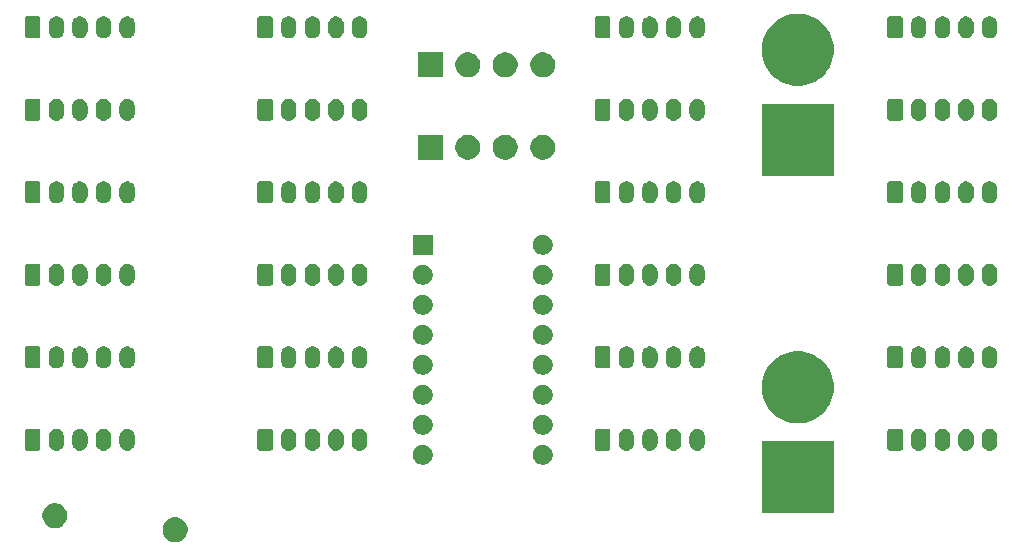
<source format=gbr>
G04 #@! TF.GenerationSoftware,KiCad,Pcbnew,(5.1.5)-3*
G04 #@! TF.CreationDate,2020-07-24T15:51:42-07:00*
G04 #@! TF.ProjectId,DSABATLI1,44534142-4154-44c4-9931-2e6b69636164,rev?*
G04 #@! TF.SameCoordinates,Original*
G04 #@! TF.FileFunction,Soldermask,Top*
G04 #@! TF.FilePolarity,Negative*
%FSLAX46Y46*%
G04 Gerber Fmt 4.6, Leading zero omitted, Abs format (unit mm)*
G04 Created by KiCad (PCBNEW (5.1.5)-3) date 2020-07-24 15:51:42*
%MOMM*%
%LPD*%
G04 APERTURE LIST*
%ADD10C,0.100000*%
G04 APERTURE END LIST*
D10*
G36*
X124666016Y-126599291D02*
G01*
X124768024Y-126619581D01*
X124960204Y-126699185D01*
X125133161Y-126814751D01*
X125280249Y-126961839D01*
X125395815Y-127134796D01*
X125475419Y-127326976D01*
X125516000Y-127530993D01*
X125516000Y-127739007D01*
X125475419Y-127943024D01*
X125395815Y-128135204D01*
X125280249Y-128308161D01*
X125133161Y-128455249D01*
X124960204Y-128570815D01*
X124768024Y-128650419D01*
X124666016Y-128670709D01*
X124564008Y-128691000D01*
X124355992Y-128691000D01*
X124253984Y-128670709D01*
X124151976Y-128650419D01*
X123959796Y-128570815D01*
X123786839Y-128455249D01*
X123639751Y-128308161D01*
X123524185Y-128135204D01*
X123444581Y-127943024D01*
X123404000Y-127739007D01*
X123404000Y-127530993D01*
X123444581Y-127326976D01*
X123524185Y-127134796D01*
X123639751Y-126961839D01*
X123786839Y-126814751D01*
X123959796Y-126699185D01*
X124151976Y-126619581D01*
X124253984Y-126599291D01*
X124355992Y-126579000D01*
X124564008Y-126579000D01*
X124666016Y-126599291D01*
G37*
G36*
X114466016Y-125399291D02*
G01*
X114568024Y-125419581D01*
X114760204Y-125499185D01*
X114933161Y-125614751D01*
X115080249Y-125761839D01*
X115195815Y-125934796D01*
X115275419Y-126126976D01*
X115316000Y-126330993D01*
X115316000Y-126539007D01*
X115275419Y-126743024D01*
X115195815Y-126935204D01*
X115080249Y-127108161D01*
X114933161Y-127255249D01*
X114760204Y-127370815D01*
X114568024Y-127450419D01*
X114466015Y-127470710D01*
X114364008Y-127491000D01*
X114155992Y-127491000D01*
X114053985Y-127470710D01*
X113951976Y-127450419D01*
X113759796Y-127370815D01*
X113586839Y-127255249D01*
X113439751Y-127108161D01*
X113324185Y-126935204D01*
X113244581Y-126743024D01*
X113204000Y-126539007D01*
X113204000Y-126330993D01*
X113244581Y-126126976D01*
X113324185Y-125934796D01*
X113439751Y-125761839D01*
X113586839Y-125614751D01*
X113759796Y-125499185D01*
X113951976Y-125419581D01*
X114053984Y-125399291D01*
X114155992Y-125379000D01*
X114364008Y-125379000D01*
X114466016Y-125399291D01*
G37*
G36*
X180215740Y-126240740D02*
G01*
X174114260Y-126240740D01*
X174114260Y-120139260D01*
X180215740Y-120139260D01*
X180215740Y-126240740D01*
G37*
G36*
X145663228Y-120466703D02*
G01*
X145818100Y-120530853D01*
X145957481Y-120623985D01*
X146076015Y-120742519D01*
X146169147Y-120881900D01*
X146233297Y-121036772D01*
X146266000Y-121201184D01*
X146266000Y-121368816D01*
X146233297Y-121533228D01*
X146169147Y-121688100D01*
X146076015Y-121827481D01*
X145957481Y-121946015D01*
X145818100Y-122039147D01*
X145663228Y-122103297D01*
X145498816Y-122136000D01*
X145331184Y-122136000D01*
X145166772Y-122103297D01*
X145011900Y-122039147D01*
X144872519Y-121946015D01*
X144753985Y-121827481D01*
X144660853Y-121688100D01*
X144596703Y-121533228D01*
X144564000Y-121368816D01*
X144564000Y-121201184D01*
X144596703Y-121036772D01*
X144660853Y-120881900D01*
X144753985Y-120742519D01*
X144872519Y-120623985D01*
X145011900Y-120530853D01*
X145166772Y-120466703D01*
X145331184Y-120434000D01*
X145498816Y-120434000D01*
X145663228Y-120466703D01*
G37*
G36*
X155823228Y-120466703D02*
G01*
X155978100Y-120530853D01*
X156117481Y-120623985D01*
X156236015Y-120742519D01*
X156329147Y-120881900D01*
X156393297Y-121036772D01*
X156426000Y-121201184D01*
X156426000Y-121368816D01*
X156393297Y-121533228D01*
X156329147Y-121688100D01*
X156236015Y-121827481D01*
X156117481Y-121946015D01*
X155978100Y-122039147D01*
X155823228Y-122103297D01*
X155658816Y-122136000D01*
X155491184Y-122136000D01*
X155326772Y-122103297D01*
X155171900Y-122039147D01*
X155032519Y-121946015D01*
X154913985Y-121827481D01*
X154820853Y-121688100D01*
X154756703Y-121533228D01*
X154724000Y-121368816D01*
X154724000Y-121201184D01*
X154756703Y-121036772D01*
X154820853Y-120881900D01*
X154913985Y-120742519D01*
X155032519Y-120623985D01*
X155171900Y-120530853D01*
X155326772Y-120466703D01*
X155491184Y-120434000D01*
X155658816Y-120434000D01*
X155823228Y-120466703D01*
G37*
G36*
X118522617Y-119098420D02*
G01*
X118603399Y-119122925D01*
X118645335Y-119135646D01*
X118758424Y-119196094D01*
X118857554Y-119277447D01*
X118938906Y-119376575D01*
X118999354Y-119489664D01*
X119002231Y-119499148D01*
X119036580Y-119612382D01*
X119046000Y-119708027D01*
X119046000Y-120321973D01*
X119036580Y-120417618D01*
X119009040Y-120508404D01*
X118999354Y-120540336D01*
X118938906Y-120653425D01*
X118857554Y-120752554D01*
X118758425Y-120833906D01*
X118645336Y-120894354D01*
X118613404Y-120904040D01*
X118522618Y-120931580D01*
X118395000Y-120944149D01*
X118267383Y-120931580D01*
X118176597Y-120904040D01*
X118144665Y-120894354D01*
X118031576Y-120833906D01*
X117932447Y-120752554D01*
X117851096Y-120653427D01*
X117851095Y-120653425D01*
X117790647Y-120540336D01*
X117790645Y-120540333D01*
X117778237Y-120499427D01*
X117753420Y-120417618D01*
X117744000Y-120321973D01*
X117744000Y-119708028D01*
X117753420Y-119612383D01*
X117780960Y-119521597D01*
X117790646Y-119489665D01*
X117851094Y-119376576D01*
X117932447Y-119277446D01*
X118031575Y-119196094D01*
X118144664Y-119135646D01*
X118186600Y-119122925D01*
X118267382Y-119098420D01*
X118395000Y-119085851D01*
X118522617Y-119098420D01*
G37*
G36*
X120522617Y-119098420D02*
G01*
X120603399Y-119122925D01*
X120645335Y-119135646D01*
X120758424Y-119196094D01*
X120857554Y-119277447D01*
X120938906Y-119376575D01*
X120999354Y-119489664D01*
X121002231Y-119499148D01*
X121036580Y-119612382D01*
X121046000Y-119708027D01*
X121046000Y-120321973D01*
X121036580Y-120417618D01*
X121009040Y-120508404D01*
X120999354Y-120540336D01*
X120938906Y-120653425D01*
X120857554Y-120752554D01*
X120758425Y-120833906D01*
X120645336Y-120894354D01*
X120613404Y-120904040D01*
X120522618Y-120931580D01*
X120395000Y-120944149D01*
X120267383Y-120931580D01*
X120176597Y-120904040D01*
X120144665Y-120894354D01*
X120031576Y-120833906D01*
X119932447Y-120752554D01*
X119851096Y-120653427D01*
X119851095Y-120653425D01*
X119790647Y-120540336D01*
X119790645Y-120540333D01*
X119778237Y-120499427D01*
X119753420Y-120417618D01*
X119744000Y-120321973D01*
X119744000Y-119708028D01*
X119753420Y-119612383D01*
X119780960Y-119521597D01*
X119790646Y-119489665D01*
X119851094Y-119376576D01*
X119932447Y-119277446D01*
X120031575Y-119196094D01*
X120144664Y-119135646D01*
X120186600Y-119122925D01*
X120267382Y-119098420D01*
X120395000Y-119085851D01*
X120522617Y-119098420D01*
G37*
G36*
X114522617Y-119098420D02*
G01*
X114603399Y-119122925D01*
X114645335Y-119135646D01*
X114758424Y-119196094D01*
X114857554Y-119277447D01*
X114938906Y-119376575D01*
X114999354Y-119489664D01*
X115002231Y-119499148D01*
X115036580Y-119612382D01*
X115046000Y-119708027D01*
X115046000Y-120321973D01*
X115036580Y-120417618D01*
X115009040Y-120508404D01*
X114999354Y-120540336D01*
X114938906Y-120653425D01*
X114857554Y-120752554D01*
X114758425Y-120833906D01*
X114645336Y-120894354D01*
X114613404Y-120904040D01*
X114522618Y-120931580D01*
X114395000Y-120944149D01*
X114267383Y-120931580D01*
X114176597Y-120904040D01*
X114144665Y-120894354D01*
X114031576Y-120833906D01*
X113932447Y-120752554D01*
X113851096Y-120653427D01*
X113851095Y-120653425D01*
X113790647Y-120540336D01*
X113790645Y-120540333D01*
X113778237Y-120499427D01*
X113753420Y-120417618D01*
X113744000Y-120321973D01*
X113744000Y-119708028D01*
X113753420Y-119612383D01*
X113780960Y-119521597D01*
X113790646Y-119489665D01*
X113851094Y-119376576D01*
X113932447Y-119277446D01*
X114031575Y-119196094D01*
X114144664Y-119135646D01*
X114186600Y-119122925D01*
X114267382Y-119098420D01*
X114395000Y-119085851D01*
X114522617Y-119098420D01*
G37*
G36*
X116522617Y-119098420D02*
G01*
X116603399Y-119122925D01*
X116645335Y-119135646D01*
X116758424Y-119196094D01*
X116857554Y-119277447D01*
X116938906Y-119376575D01*
X116999354Y-119489664D01*
X117002231Y-119499148D01*
X117036580Y-119612382D01*
X117046000Y-119708027D01*
X117046000Y-120321973D01*
X117036580Y-120417618D01*
X117009040Y-120508404D01*
X116999354Y-120540336D01*
X116938906Y-120653425D01*
X116857554Y-120752554D01*
X116758425Y-120833906D01*
X116645336Y-120894354D01*
X116613404Y-120904040D01*
X116522618Y-120931580D01*
X116395000Y-120944149D01*
X116267383Y-120931580D01*
X116176597Y-120904040D01*
X116144665Y-120894354D01*
X116031576Y-120833906D01*
X115932447Y-120752554D01*
X115851096Y-120653427D01*
X115851095Y-120653425D01*
X115790647Y-120540336D01*
X115790645Y-120540333D01*
X115778237Y-120499427D01*
X115753420Y-120417618D01*
X115744000Y-120321973D01*
X115744000Y-119708028D01*
X115753420Y-119612383D01*
X115780960Y-119521597D01*
X115790646Y-119489665D01*
X115851094Y-119376576D01*
X115932447Y-119277446D01*
X116031575Y-119196094D01*
X116144664Y-119135646D01*
X116186600Y-119122925D01*
X116267382Y-119098420D01*
X116395000Y-119085851D01*
X116522617Y-119098420D01*
G37*
G36*
X193547617Y-119098420D02*
G01*
X193628399Y-119122925D01*
X193670335Y-119135646D01*
X193783424Y-119196094D01*
X193882554Y-119277447D01*
X193963906Y-119376575D01*
X194024354Y-119489664D01*
X194027231Y-119499148D01*
X194061580Y-119612382D01*
X194071000Y-119708027D01*
X194071000Y-120321973D01*
X194061580Y-120417618D01*
X194034040Y-120508404D01*
X194024354Y-120540336D01*
X193963906Y-120653425D01*
X193882554Y-120752554D01*
X193783425Y-120833906D01*
X193670336Y-120894354D01*
X193638404Y-120904040D01*
X193547618Y-120931580D01*
X193420000Y-120944149D01*
X193292383Y-120931580D01*
X193201597Y-120904040D01*
X193169665Y-120894354D01*
X193056576Y-120833906D01*
X192957447Y-120752554D01*
X192876096Y-120653427D01*
X192876095Y-120653425D01*
X192815647Y-120540336D01*
X192815645Y-120540333D01*
X192803237Y-120499427D01*
X192778420Y-120417618D01*
X192769000Y-120321973D01*
X192769000Y-119708028D01*
X192778420Y-119612383D01*
X192805960Y-119521597D01*
X192815646Y-119489665D01*
X192876094Y-119376576D01*
X192957447Y-119277446D01*
X193056575Y-119196094D01*
X193169664Y-119135646D01*
X193211600Y-119122925D01*
X193292382Y-119098420D01*
X193420000Y-119085851D01*
X193547617Y-119098420D01*
G37*
G36*
X191547617Y-119098420D02*
G01*
X191628399Y-119122925D01*
X191670335Y-119135646D01*
X191783424Y-119196094D01*
X191882554Y-119277447D01*
X191963906Y-119376575D01*
X192024354Y-119489664D01*
X192027231Y-119499148D01*
X192061580Y-119612382D01*
X192071000Y-119708027D01*
X192071000Y-120321973D01*
X192061580Y-120417618D01*
X192034040Y-120508404D01*
X192024354Y-120540336D01*
X191963906Y-120653425D01*
X191882554Y-120752554D01*
X191783425Y-120833906D01*
X191670336Y-120894354D01*
X191638404Y-120904040D01*
X191547618Y-120931580D01*
X191420000Y-120944149D01*
X191292383Y-120931580D01*
X191201597Y-120904040D01*
X191169665Y-120894354D01*
X191056576Y-120833906D01*
X190957447Y-120752554D01*
X190876096Y-120653427D01*
X190876095Y-120653425D01*
X190815647Y-120540336D01*
X190815645Y-120540333D01*
X190803237Y-120499427D01*
X190778420Y-120417618D01*
X190769000Y-120321973D01*
X190769000Y-119708028D01*
X190778420Y-119612383D01*
X190805960Y-119521597D01*
X190815646Y-119489665D01*
X190876094Y-119376576D01*
X190957447Y-119277446D01*
X191056575Y-119196094D01*
X191169664Y-119135646D01*
X191211600Y-119122925D01*
X191292382Y-119098420D01*
X191420000Y-119085851D01*
X191547617Y-119098420D01*
G37*
G36*
X189547617Y-119098420D02*
G01*
X189628399Y-119122925D01*
X189670335Y-119135646D01*
X189783424Y-119196094D01*
X189882554Y-119277447D01*
X189963906Y-119376575D01*
X190024354Y-119489664D01*
X190027231Y-119499148D01*
X190061580Y-119612382D01*
X190071000Y-119708027D01*
X190071000Y-120321973D01*
X190061580Y-120417618D01*
X190034040Y-120508404D01*
X190024354Y-120540336D01*
X189963906Y-120653425D01*
X189882554Y-120752554D01*
X189783425Y-120833906D01*
X189670336Y-120894354D01*
X189638404Y-120904040D01*
X189547618Y-120931580D01*
X189420000Y-120944149D01*
X189292383Y-120931580D01*
X189201597Y-120904040D01*
X189169665Y-120894354D01*
X189056576Y-120833906D01*
X188957447Y-120752554D01*
X188876096Y-120653427D01*
X188876095Y-120653425D01*
X188815647Y-120540336D01*
X188815645Y-120540333D01*
X188803237Y-120499427D01*
X188778420Y-120417618D01*
X188769000Y-120321973D01*
X188769000Y-119708028D01*
X188778420Y-119612383D01*
X188805960Y-119521597D01*
X188815646Y-119489665D01*
X188876094Y-119376576D01*
X188957447Y-119277446D01*
X189056575Y-119196094D01*
X189169664Y-119135646D01*
X189211600Y-119122925D01*
X189292382Y-119098420D01*
X189420000Y-119085851D01*
X189547617Y-119098420D01*
G37*
G36*
X187547617Y-119098420D02*
G01*
X187628399Y-119122925D01*
X187670335Y-119135646D01*
X187783424Y-119196094D01*
X187882554Y-119277447D01*
X187963906Y-119376575D01*
X188024354Y-119489664D01*
X188027231Y-119499148D01*
X188061580Y-119612382D01*
X188071000Y-119708027D01*
X188071000Y-120321973D01*
X188061580Y-120417618D01*
X188034040Y-120508404D01*
X188024354Y-120540336D01*
X187963906Y-120653425D01*
X187882554Y-120752554D01*
X187783425Y-120833906D01*
X187670336Y-120894354D01*
X187638404Y-120904040D01*
X187547618Y-120931580D01*
X187420000Y-120944149D01*
X187292383Y-120931580D01*
X187201597Y-120904040D01*
X187169665Y-120894354D01*
X187056576Y-120833906D01*
X186957447Y-120752554D01*
X186876096Y-120653427D01*
X186876095Y-120653425D01*
X186815647Y-120540336D01*
X186815645Y-120540333D01*
X186803237Y-120499427D01*
X186778420Y-120417618D01*
X186769000Y-120321973D01*
X186769000Y-119708028D01*
X186778420Y-119612383D01*
X186805960Y-119521597D01*
X186815646Y-119489665D01*
X186876094Y-119376576D01*
X186957447Y-119277446D01*
X187056575Y-119196094D01*
X187169664Y-119135646D01*
X187211600Y-119122925D01*
X187292382Y-119098420D01*
X187420000Y-119085851D01*
X187547617Y-119098420D01*
G37*
G36*
X166782617Y-119098420D02*
G01*
X166863399Y-119122925D01*
X166905335Y-119135646D01*
X167018424Y-119196094D01*
X167117554Y-119277447D01*
X167198906Y-119376575D01*
X167259354Y-119489664D01*
X167262231Y-119499148D01*
X167296580Y-119612382D01*
X167306000Y-119708027D01*
X167306000Y-120321973D01*
X167296580Y-120417618D01*
X167269040Y-120508404D01*
X167259354Y-120540336D01*
X167198906Y-120653425D01*
X167117554Y-120752554D01*
X167018425Y-120833906D01*
X166905336Y-120894354D01*
X166873404Y-120904040D01*
X166782618Y-120931580D01*
X166655000Y-120944149D01*
X166527383Y-120931580D01*
X166436597Y-120904040D01*
X166404665Y-120894354D01*
X166291576Y-120833906D01*
X166192447Y-120752554D01*
X166111096Y-120653427D01*
X166111095Y-120653425D01*
X166050647Y-120540336D01*
X166050645Y-120540333D01*
X166038237Y-120499427D01*
X166013420Y-120417618D01*
X166004000Y-120321973D01*
X166004000Y-119708028D01*
X166013420Y-119612383D01*
X166040960Y-119521597D01*
X166050646Y-119489665D01*
X166111094Y-119376576D01*
X166192447Y-119277446D01*
X166291575Y-119196094D01*
X166404664Y-119135646D01*
X166446600Y-119122925D01*
X166527382Y-119098420D01*
X166655000Y-119085851D01*
X166782617Y-119098420D01*
G37*
G36*
X164782617Y-119098420D02*
G01*
X164863399Y-119122925D01*
X164905335Y-119135646D01*
X165018424Y-119196094D01*
X165117554Y-119277447D01*
X165198906Y-119376575D01*
X165259354Y-119489664D01*
X165262231Y-119499148D01*
X165296580Y-119612382D01*
X165306000Y-119708027D01*
X165306000Y-120321973D01*
X165296580Y-120417618D01*
X165269040Y-120508404D01*
X165259354Y-120540336D01*
X165198906Y-120653425D01*
X165117554Y-120752554D01*
X165018425Y-120833906D01*
X164905336Y-120894354D01*
X164873404Y-120904040D01*
X164782618Y-120931580D01*
X164655000Y-120944149D01*
X164527383Y-120931580D01*
X164436597Y-120904040D01*
X164404665Y-120894354D01*
X164291576Y-120833906D01*
X164192447Y-120752554D01*
X164111096Y-120653427D01*
X164111095Y-120653425D01*
X164050647Y-120540336D01*
X164050645Y-120540333D01*
X164038237Y-120499427D01*
X164013420Y-120417618D01*
X164004000Y-120321973D01*
X164004000Y-119708028D01*
X164013420Y-119612383D01*
X164040960Y-119521597D01*
X164050646Y-119489665D01*
X164111094Y-119376576D01*
X164192447Y-119277446D01*
X164291575Y-119196094D01*
X164404664Y-119135646D01*
X164446600Y-119122925D01*
X164527382Y-119098420D01*
X164655000Y-119085851D01*
X164782617Y-119098420D01*
G37*
G36*
X162782617Y-119098420D02*
G01*
X162863399Y-119122925D01*
X162905335Y-119135646D01*
X163018424Y-119196094D01*
X163117554Y-119277447D01*
X163198906Y-119376575D01*
X163259354Y-119489664D01*
X163262231Y-119499148D01*
X163296580Y-119612382D01*
X163306000Y-119708027D01*
X163306000Y-120321973D01*
X163296580Y-120417618D01*
X163269040Y-120508404D01*
X163259354Y-120540336D01*
X163198906Y-120653425D01*
X163117554Y-120752554D01*
X163018425Y-120833906D01*
X162905336Y-120894354D01*
X162873404Y-120904040D01*
X162782618Y-120931580D01*
X162655000Y-120944149D01*
X162527383Y-120931580D01*
X162436597Y-120904040D01*
X162404665Y-120894354D01*
X162291576Y-120833906D01*
X162192447Y-120752554D01*
X162111096Y-120653427D01*
X162111095Y-120653425D01*
X162050647Y-120540336D01*
X162050645Y-120540333D01*
X162038237Y-120499427D01*
X162013420Y-120417618D01*
X162004000Y-120321973D01*
X162004000Y-119708028D01*
X162013420Y-119612383D01*
X162040960Y-119521597D01*
X162050646Y-119489665D01*
X162111094Y-119376576D01*
X162192447Y-119277446D01*
X162291575Y-119196094D01*
X162404664Y-119135646D01*
X162446600Y-119122925D01*
X162527382Y-119098420D01*
X162655000Y-119085851D01*
X162782617Y-119098420D01*
G37*
G36*
X140207617Y-119098420D02*
G01*
X140288399Y-119122925D01*
X140330335Y-119135646D01*
X140443424Y-119196094D01*
X140542554Y-119277447D01*
X140623906Y-119376575D01*
X140684354Y-119489664D01*
X140687231Y-119499148D01*
X140721580Y-119612382D01*
X140731000Y-119708027D01*
X140731000Y-120321973D01*
X140721580Y-120417618D01*
X140694040Y-120508404D01*
X140684354Y-120540336D01*
X140623906Y-120653425D01*
X140542554Y-120752554D01*
X140443425Y-120833906D01*
X140330336Y-120894354D01*
X140298404Y-120904040D01*
X140207618Y-120931580D01*
X140080000Y-120944149D01*
X139952383Y-120931580D01*
X139861597Y-120904040D01*
X139829665Y-120894354D01*
X139716576Y-120833906D01*
X139617447Y-120752554D01*
X139536096Y-120653427D01*
X139536095Y-120653425D01*
X139475647Y-120540336D01*
X139475645Y-120540333D01*
X139463237Y-120499427D01*
X139438420Y-120417618D01*
X139429000Y-120321973D01*
X139429000Y-119708028D01*
X139438420Y-119612383D01*
X139465960Y-119521597D01*
X139475646Y-119489665D01*
X139536094Y-119376576D01*
X139617447Y-119277446D01*
X139716575Y-119196094D01*
X139829664Y-119135646D01*
X139871600Y-119122925D01*
X139952382Y-119098420D01*
X140080000Y-119085851D01*
X140207617Y-119098420D01*
G37*
G36*
X138207617Y-119098420D02*
G01*
X138288399Y-119122925D01*
X138330335Y-119135646D01*
X138443424Y-119196094D01*
X138542554Y-119277447D01*
X138623906Y-119376575D01*
X138684354Y-119489664D01*
X138687231Y-119499148D01*
X138721580Y-119612382D01*
X138731000Y-119708027D01*
X138731000Y-120321973D01*
X138721580Y-120417618D01*
X138694040Y-120508404D01*
X138684354Y-120540336D01*
X138623906Y-120653425D01*
X138542554Y-120752554D01*
X138443425Y-120833906D01*
X138330336Y-120894354D01*
X138298404Y-120904040D01*
X138207618Y-120931580D01*
X138080000Y-120944149D01*
X137952383Y-120931580D01*
X137861597Y-120904040D01*
X137829665Y-120894354D01*
X137716576Y-120833906D01*
X137617447Y-120752554D01*
X137536096Y-120653427D01*
X137536095Y-120653425D01*
X137475647Y-120540336D01*
X137475645Y-120540333D01*
X137463237Y-120499427D01*
X137438420Y-120417618D01*
X137429000Y-120321973D01*
X137429000Y-119708028D01*
X137438420Y-119612383D01*
X137465960Y-119521597D01*
X137475646Y-119489665D01*
X137536094Y-119376576D01*
X137617447Y-119277446D01*
X137716575Y-119196094D01*
X137829664Y-119135646D01*
X137871600Y-119122925D01*
X137952382Y-119098420D01*
X138080000Y-119085851D01*
X138207617Y-119098420D01*
G37*
G36*
X136207617Y-119098420D02*
G01*
X136288399Y-119122925D01*
X136330335Y-119135646D01*
X136443424Y-119196094D01*
X136542554Y-119277447D01*
X136623906Y-119376575D01*
X136684354Y-119489664D01*
X136687231Y-119499148D01*
X136721580Y-119612382D01*
X136731000Y-119708027D01*
X136731000Y-120321973D01*
X136721580Y-120417618D01*
X136694040Y-120508404D01*
X136684354Y-120540336D01*
X136623906Y-120653425D01*
X136542554Y-120752554D01*
X136443425Y-120833906D01*
X136330336Y-120894354D01*
X136298404Y-120904040D01*
X136207618Y-120931580D01*
X136080000Y-120944149D01*
X135952383Y-120931580D01*
X135861597Y-120904040D01*
X135829665Y-120894354D01*
X135716576Y-120833906D01*
X135617447Y-120752554D01*
X135536096Y-120653427D01*
X135536095Y-120653425D01*
X135475647Y-120540336D01*
X135475645Y-120540333D01*
X135463237Y-120499427D01*
X135438420Y-120417618D01*
X135429000Y-120321973D01*
X135429000Y-119708028D01*
X135438420Y-119612383D01*
X135465960Y-119521597D01*
X135475646Y-119489665D01*
X135536094Y-119376576D01*
X135617447Y-119277446D01*
X135716575Y-119196094D01*
X135829664Y-119135646D01*
X135871600Y-119122925D01*
X135952382Y-119098420D01*
X136080000Y-119085851D01*
X136207617Y-119098420D01*
G37*
G36*
X134207617Y-119098420D02*
G01*
X134288399Y-119122925D01*
X134330335Y-119135646D01*
X134443424Y-119196094D01*
X134542554Y-119277447D01*
X134623906Y-119376575D01*
X134684354Y-119489664D01*
X134687231Y-119499148D01*
X134721580Y-119612382D01*
X134731000Y-119708027D01*
X134731000Y-120321973D01*
X134721580Y-120417618D01*
X134694040Y-120508404D01*
X134684354Y-120540336D01*
X134623906Y-120653425D01*
X134542554Y-120752554D01*
X134443425Y-120833906D01*
X134330336Y-120894354D01*
X134298404Y-120904040D01*
X134207618Y-120931580D01*
X134080000Y-120944149D01*
X133952383Y-120931580D01*
X133861597Y-120904040D01*
X133829665Y-120894354D01*
X133716576Y-120833906D01*
X133617447Y-120752554D01*
X133536096Y-120653427D01*
X133536095Y-120653425D01*
X133475647Y-120540336D01*
X133475645Y-120540333D01*
X133463237Y-120499427D01*
X133438420Y-120417618D01*
X133429000Y-120321973D01*
X133429000Y-119708028D01*
X133438420Y-119612383D01*
X133465960Y-119521597D01*
X133475646Y-119489665D01*
X133536094Y-119376576D01*
X133617447Y-119277446D01*
X133716575Y-119196094D01*
X133829664Y-119135646D01*
X133871600Y-119122925D01*
X133952382Y-119098420D01*
X134080000Y-119085851D01*
X134207617Y-119098420D01*
G37*
G36*
X168782617Y-119098420D02*
G01*
X168863399Y-119122925D01*
X168905335Y-119135646D01*
X169018424Y-119196094D01*
X169117554Y-119277447D01*
X169198906Y-119376575D01*
X169259354Y-119489664D01*
X169262231Y-119499148D01*
X169296580Y-119612382D01*
X169306000Y-119708027D01*
X169306000Y-120321973D01*
X169296580Y-120417618D01*
X169269040Y-120508404D01*
X169259354Y-120540336D01*
X169198906Y-120653425D01*
X169117554Y-120752554D01*
X169018425Y-120833906D01*
X168905336Y-120894354D01*
X168873404Y-120904040D01*
X168782618Y-120931580D01*
X168655000Y-120944149D01*
X168527383Y-120931580D01*
X168436597Y-120904040D01*
X168404665Y-120894354D01*
X168291576Y-120833906D01*
X168192447Y-120752554D01*
X168111096Y-120653427D01*
X168111095Y-120653425D01*
X168050647Y-120540336D01*
X168050645Y-120540333D01*
X168038237Y-120499427D01*
X168013420Y-120417618D01*
X168004000Y-120321973D01*
X168004000Y-119708028D01*
X168013420Y-119612383D01*
X168040960Y-119521597D01*
X168050646Y-119489665D01*
X168111094Y-119376576D01*
X168192447Y-119277446D01*
X168291575Y-119196094D01*
X168404664Y-119135646D01*
X168446600Y-119122925D01*
X168527382Y-119098420D01*
X168655000Y-119085851D01*
X168782617Y-119098420D01*
G37*
G36*
X112886242Y-119093404D02*
G01*
X112923337Y-119104657D01*
X112957515Y-119122925D01*
X112987481Y-119147519D01*
X113012075Y-119177485D01*
X113030343Y-119211663D01*
X113041596Y-119248758D01*
X113046000Y-119293474D01*
X113046000Y-120736526D01*
X113041596Y-120781242D01*
X113030343Y-120818337D01*
X113012075Y-120852515D01*
X112987481Y-120882481D01*
X112957515Y-120907075D01*
X112923337Y-120925343D01*
X112886242Y-120936596D01*
X112841526Y-120941000D01*
X111948474Y-120941000D01*
X111903758Y-120936596D01*
X111866663Y-120925343D01*
X111832485Y-120907075D01*
X111802519Y-120882481D01*
X111777925Y-120852515D01*
X111759657Y-120818337D01*
X111748404Y-120781242D01*
X111744000Y-120736526D01*
X111744000Y-119293474D01*
X111748404Y-119248758D01*
X111759657Y-119211663D01*
X111777925Y-119177485D01*
X111802519Y-119147519D01*
X111832485Y-119122925D01*
X111866663Y-119104657D01*
X111903758Y-119093404D01*
X111948474Y-119089000D01*
X112841526Y-119089000D01*
X112886242Y-119093404D01*
G37*
G36*
X185911242Y-119093404D02*
G01*
X185948337Y-119104657D01*
X185982515Y-119122925D01*
X186012481Y-119147519D01*
X186037075Y-119177485D01*
X186055343Y-119211663D01*
X186066596Y-119248758D01*
X186071000Y-119293474D01*
X186071000Y-120736526D01*
X186066596Y-120781242D01*
X186055343Y-120818337D01*
X186037075Y-120852515D01*
X186012481Y-120882481D01*
X185982515Y-120907075D01*
X185948337Y-120925343D01*
X185911242Y-120936596D01*
X185866526Y-120941000D01*
X184973474Y-120941000D01*
X184928758Y-120936596D01*
X184891663Y-120925343D01*
X184857485Y-120907075D01*
X184827519Y-120882481D01*
X184802925Y-120852515D01*
X184784657Y-120818337D01*
X184773404Y-120781242D01*
X184769000Y-120736526D01*
X184769000Y-119293474D01*
X184773404Y-119248758D01*
X184784657Y-119211663D01*
X184802925Y-119177485D01*
X184827519Y-119147519D01*
X184857485Y-119122925D01*
X184891663Y-119104657D01*
X184928758Y-119093404D01*
X184973474Y-119089000D01*
X185866526Y-119089000D01*
X185911242Y-119093404D01*
G37*
G36*
X161146242Y-119093404D02*
G01*
X161183337Y-119104657D01*
X161217515Y-119122925D01*
X161247481Y-119147519D01*
X161272075Y-119177485D01*
X161290343Y-119211663D01*
X161301596Y-119248758D01*
X161306000Y-119293474D01*
X161306000Y-120736526D01*
X161301596Y-120781242D01*
X161290343Y-120818337D01*
X161272075Y-120852515D01*
X161247481Y-120882481D01*
X161217515Y-120907075D01*
X161183337Y-120925343D01*
X161146242Y-120936596D01*
X161101526Y-120941000D01*
X160208474Y-120941000D01*
X160163758Y-120936596D01*
X160126663Y-120925343D01*
X160092485Y-120907075D01*
X160062519Y-120882481D01*
X160037925Y-120852515D01*
X160019657Y-120818337D01*
X160008404Y-120781242D01*
X160004000Y-120736526D01*
X160004000Y-119293474D01*
X160008404Y-119248758D01*
X160019657Y-119211663D01*
X160037925Y-119177485D01*
X160062519Y-119147519D01*
X160092485Y-119122925D01*
X160126663Y-119104657D01*
X160163758Y-119093404D01*
X160208474Y-119089000D01*
X161101526Y-119089000D01*
X161146242Y-119093404D01*
G37*
G36*
X132571242Y-119093404D02*
G01*
X132608337Y-119104657D01*
X132642515Y-119122925D01*
X132672481Y-119147519D01*
X132697075Y-119177485D01*
X132715343Y-119211663D01*
X132726596Y-119248758D01*
X132731000Y-119293474D01*
X132731000Y-120736526D01*
X132726596Y-120781242D01*
X132715343Y-120818337D01*
X132697075Y-120852515D01*
X132672481Y-120882481D01*
X132642515Y-120907075D01*
X132608337Y-120925343D01*
X132571242Y-120936596D01*
X132526526Y-120941000D01*
X131633474Y-120941000D01*
X131588758Y-120936596D01*
X131551663Y-120925343D01*
X131517485Y-120907075D01*
X131487519Y-120882481D01*
X131462925Y-120852515D01*
X131444657Y-120818337D01*
X131433404Y-120781242D01*
X131429000Y-120736526D01*
X131429000Y-119293474D01*
X131433404Y-119248758D01*
X131444657Y-119211663D01*
X131462925Y-119177485D01*
X131487519Y-119147519D01*
X131517485Y-119122925D01*
X131551663Y-119104657D01*
X131588758Y-119093404D01*
X131633474Y-119089000D01*
X132526526Y-119089000D01*
X132571242Y-119093404D01*
G37*
G36*
X145663228Y-117926703D02*
G01*
X145818100Y-117990853D01*
X145957481Y-118083985D01*
X146076015Y-118202519D01*
X146169147Y-118341900D01*
X146233297Y-118496772D01*
X146266000Y-118661184D01*
X146266000Y-118828816D01*
X146233297Y-118993228D01*
X146169147Y-119148100D01*
X146076015Y-119287481D01*
X145957481Y-119406015D01*
X145818100Y-119499147D01*
X145663228Y-119563297D01*
X145498816Y-119596000D01*
X145331184Y-119596000D01*
X145166772Y-119563297D01*
X145011900Y-119499147D01*
X144872519Y-119406015D01*
X144753985Y-119287481D01*
X144660853Y-119148100D01*
X144596703Y-118993228D01*
X144564000Y-118828816D01*
X144564000Y-118661184D01*
X144596703Y-118496772D01*
X144660853Y-118341900D01*
X144753985Y-118202519D01*
X144872519Y-118083985D01*
X145011900Y-117990853D01*
X145166772Y-117926703D01*
X145331184Y-117894000D01*
X145498816Y-117894000D01*
X145663228Y-117926703D01*
G37*
G36*
X155823228Y-117926703D02*
G01*
X155978100Y-117990853D01*
X156117481Y-118083985D01*
X156236015Y-118202519D01*
X156329147Y-118341900D01*
X156393297Y-118496772D01*
X156426000Y-118661184D01*
X156426000Y-118828816D01*
X156393297Y-118993228D01*
X156329147Y-119148100D01*
X156236015Y-119287481D01*
X156117481Y-119406015D01*
X155978100Y-119499147D01*
X155823228Y-119563297D01*
X155658816Y-119596000D01*
X155491184Y-119596000D01*
X155326772Y-119563297D01*
X155171900Y-119499147D01*
X155032519Y-119406015D01*
X154913985Y-119287481D01*
X154820853Y-119148100D01*
X154756703Y-118993228D01*
X154724000Y-118828816D01*
X154724000Y-118661184D01*
X154756703Y-118496772D01*
X154820853Y-118341900D01*
X154913985Y-118202519D01*
X155032519Y-118083985D01*
X155171900Y-117990853D01*
X155326772Y-117926703D01*
X155491184Y-117894000D01*
X155658816Y-117894000D01*
X155823228Y-117926703D01*
G37*
G36*
X177760170Y-112577879D02*
G01*
X178054868Y-112636498D01*
X178610067Y-112866469D01*
X178895867Y-113057435D01*
X179109733Y-113200335D01*
X179534665Y-113625267D01*
X179648906Y-113796242D01*
X179868531Y-114124933D01*
X180098502Y-114680132D01*
X180215740Y-115269528D01*
X180215740Y-115870472D01*
X180098502Y-116459868D01*
X179868531Y-117015067D01*
X179677565Y-117300867D01*
X179534665Y-117514733D01*
X179109733Y-117939665D01*
X178895867Y-118082565D01*
X178610067Y-118273531D01*
X178054868Y-118503502D01*
X177760170Y-118562121D01*
X177465473Y-118620740D01*
X176864527Y-118620740D01*
X176569830Y-118562121D01*
X176275132Y-118503502D01*
X175719933Y-118273531D01*
X175434133Y-118082565D01*
X175220267Y-117939665D01*
X174795335Y-117514733D01*
X174652435Y-117300867D01*
X174461469Y-117015067D01*
X174231498Y-116459868D01*
X174114260Y-115870472D01*
X174114260Y-115269528D01*
X174231498Y-114680132D01*
X174461469Y-114124933D01*
X174681094Y-113796242D01*
X174795335Y-113625267D01*
X175220267Y-113200335D01*
X175434133Y-113057435D01*
X175719933Y-112866469D01*
X176275132Y-112636498D01*
X176569830Y-112577879D01*
X176864527Y-112519260D01*
X177465473Y-112519260D01*
X177760170Y-112577879D01*
G37*
G36*
X145663228Y-115386703D02*
G01*
X145818100Y-115450853D01*
X145957481Y-115543985D01*
X146076015Y-115662519D01*
X146169147Y-115801900D01*
X146233297Y-115956772D01*
X146266000Y-116121184D01*
X146266000Y-116288816D01*
X146233297Y-116453228D01*
X146169147Y-116608100D01*
X146076015Y-116747481D01*
X145957481Y-116866015D01*
X145818100Y-116959147D01*
X145663228Y-117023297D01*
X145498816Y-117056000D01*
X145331184Y-117056000D01*
X145166772Y-117023297D01*
X145011900Y-116959147D01*
X144872519Y-116866015D01*
X144753985Y-116747481D01*
X144660853Y-116608100D01*
X144596703Y-116453228D01*
X144564000Y-116288816D01*
X144564000Y-116121184D01*
X144596703Y-115956772D01*
X144660853Y-115801900D01*
X144753985Y-115662519D01*
X144872519Y-115543985D01*
X145011900Y-115450853D01*
X145166772Y-115386703D01*
X145331184Y-115354000D01*
X145498816Y-115354000D01*
X145663228Y-115386703D01*
G37*
G36*
X155823228Y-115386703D02*
G01*
X155978100Y-115450853D01*
X156117481Y-115543985D01*
X156236015Y-115662519D01*
X156329147Y-115801900D01*
X156393297Y-115956772D01*
X156426000Y-116121184D01*
X156426000Y-116288816D01*
X156393297Y-116453228D01*
X156329147Y-116608100D01*
X156236015Y-116747481D01*
X156117481Y-116866015D01*
X155978100Y-116959147D01*
X155823228Y-117023297D01*
X155658816Y-117056000D01*
X155491184Y-117056000D01*
X155326772Y-117023297D01*
X155171900Y-116959147D01*
X155032519Y-116866015D01*
X154913985Y-116747481D01*
X154820853Y-116608100D01*
X154756703Y-116453228D01*
X154724000Y-116288816D01*
X154724000Y-116121184D01*
X154756703Y-115956772D01*
X154820853Y-115801900D01*
X154913985Y-115662519D01*
X155032519Y-115543985D01*
X155171900Y-115450853D01*
X155326772Y-115386703D01*
X155491184Y-115354000D01*
X155658816Y-115354000D01*
X155823228Y-115386703D01*
G37*
G36*
X155823228Y-112846703D02*
G01*
X155978100Y-112910853D01*
X156117481Y-113003985D01*
X156236015Y-113122519D01*
X156329147Y-113261900D01*
X156393297Y-113416772D01*
X156426000Y-113581184D01*
X156426000Y-113748816D01*
X156393297Y-113913228D01*
X156329147Y-114068100D01*
X156236015Y-114207481D01*
X156117481Y-114326015D01*
X155978100Y-114419147D01*
X155823228Y-114483297D01*
X155658816Y-114516000D01*
X155491184Y-114516000D01*
X155326772Y-114483297D01*
X155171900Y-114419147D01*
X155032519Y-114326015D01*
X154913985Y-114207481D01*
X154820853Y-114068100D01*
X154756703Y-113913228D01*
X154724000Y-113748816D01*
X154724000Y-113581184D01*
X154756703Y-113416772D01*
X154820853Y-113261900D01*
X154913985Y-113122519D01*
X155032519Y-113003985D01*
X155171900Y-112910853D01*
X155326772Y-112846703D01*
X155491184Y-112814000D01*
X155658816Y-112814000D01*
X155823228Y-112846703D01*
G37*
G36*
X145663228Y-112846703D02*
G01*
X145818100Y-112910853D01*
X145957481Y-113003985D01*
X146076015Y-113122519D01*
X146169147Y-113261900D01*
X146233297Y-113416772D01*
X146266000Y-113581184D01*
X146266000Y-113748816D01*
X146233297Y-113913228D01*
X146169147Y-114068100D01*
X146076015Y-114207481D01*
X145957481Y-114326015D01*
X145818100Y-114419147D01*
X145663228Y-114483297D01*
X145498816Y-114516000D01*
X145331184Y-114516000D01*
X145166772Y-114483297D01*
X145011900Y-114419147D01*
X144872519Y-114326015D01*
X144753985Y-114207481D01*
X144660853Y-114068100D01*
X144596703Y-113913228D01*
X144564000Y-113748816D01*
X144564000Y-113581184D01*
X144596703Y-113416772D01*
X144660853Y-113261900D01*
X144753985Y-113122519D01*
X144872519Y-113003985D01*
X145011900Y-112910853D01*
X145166772Y-112846703D01*
X145331184Y-112814000D01*
X145498816Y-112814000D01*
X145663228Y-112846703D01*
G37*
G36*
X164782617Y-112113420D02*
G01*
X164863399Y-112137925D01*
X164905335Y-112150646D01*
X165018424Y-112211094D01*
X165117554Y-112292447D01*
X165198906Y-112391575D01*
X165259354Y-112504664D01*
X165269040Y-112536596D01*
X165296580Y-112627382D01*
X165306000Y-112723027D01*
X165306000Y-113336973D01*
X165296580Y-113432618D01*
X165269040Y-113523404D01*
X165259354Y-113555336D01*
X165198906Y-113668425D01*
X165117554Y-113767554D01*
X165018425Y-113848906D01*
X164905336Y-113909354D01*
X164873404Y-113919040D01*
X164782618Y-113946580D01*
X164655000Y-113959149D01*
X164527383Y-113946580D01*
X164436597Y-113919040D01*
X164404665Y-113909354D01*
X164291576Y-113848906D01*
X164192447Y-113767554D01*
X164111096Y-113668427D01*
X164111095Y-113668425D01*
X164082957Y-113615783D01*
X164050645Y-113555333D01*
X164038237Y-113514427D01*
X164013420Y-113432618D01*
X164004000Y-113336973D01*
X164004000Y-112723028D01*
X164013420Y-112627383D01*
X164050645Y-112504669D01*
X164050646Y-112504665D01*
X164111094Y-112391576D01*
X164192447Y-112292446D01*
X164291575Y-112211094D01*
X164404664Y-112150646D01*
X164446600Y-112137925D01*
X164527382Y-112113420D01*
X164655000Y-112100851D01*
X164782617Y-112113420D01*
G37*
G36*
X138207617Y-112113420D02*
G01*
X138288399Y-112137925D01*
X138330335Y-112150646D01*
X138443424Y-112211094D01*
X138542554Y-112292447D01*
X138623906Y-112391575D01*
X138684354Y-112504664D01*
X138694040Y-112536596D01*
X138721580Y-112627382D01*
X138731000Y-112723027D01*
X138731000Y-113336973D01*
X138721580Y-113432618D01*
X138694040Y-113523404D01*
X138684354Y-113555336D01*
X138623906Y-113668425D01*
X138542554Y-113767554D01*
X138443425Y-113848906D01*
X138330336Y-113909354D01*
X138298404Y-113919040D01*
X138207618Y-113946580D01*
X138080000Y-113959149D01*
X137952383Y-113946580D01*
X137861597Y-113919040D01*
X137829665Y-113909354D01*
X137716576Y-113848906D01*
X137617447Y-113767554D01*
X137536096Y-113668427D01*
X137536095Y-113668425D01*
X137507957Y-113615783D01*
X137475645Y-113555333D01*
X137463237Y-113514427D01*
X137438420Y-113432618D01*
X137429000Y-113336973D01*
X137429000Y-112723028D01*
X137438420Y-112627383D01*
X137475645Y-112504669D01*
X137475646Y-112504665D01*
X137536094Y-112391576D01*
X137617447Y-112292446D01*
X137716575Y-112211094D01*
X137829664Y-112150646D01*
X137871600Y-112137925D01*
X137952382Y-112113420D01*
X138080000Y-112100851D01*
X138207617Y-112113420D01*
G37*
G36*
X136207617Y-112113420D02*
G01*
X136288399Y-112137925D01*
X136330335Y-112150646D01*
X136443424Y-112211094D01*
X136542554Y-112292447D01*
X136623906Y-112391575D01*
X136684354Y-112504664D01*
X136694040Y-112536596D01*
X136721580Y-112627382D01*
X136731000Y-112723027D01*
X136731000Y-113336973D01*
X136721580Y-113432618D01*
X136694040Y-113523404D01*
X136684354Y-113555336D01*
X136623906Y-113668425D01*
X136542554Y-113767554D01*
X136443425Y-113848906D01*
X136330336Y-113909354D01*
X136298404Y-113919040D01*
X136207618Y-113946580D01*
X136080000Y-113959149D01*
X135952383Y-113946580D01*
X135861597Y-113919040D01*
X135829665Y-113909354D01*
X135716576Y-113848906D01*
X135617447Y-113767554D01*
X135536096Y-113668427D01*
X135536095Y-113668425D01*
X135507957Y-113615783D01*
X135475645Y-113555333D01*
X135463237Y-113514427D01*
X135438420Y-113432618D01*
X135429000Y-113336973D01*
X135429000Y-112723028D01*
X135438420Y-112627383D01*
X135475645Y-112504669D01*
X135475646Y-112504665D01*
X135536094Y-112391576D01*
X135617447Y-112292446D01*
X135716575Y-112211094D01*
X135829664Y-112150646D01*
X135871600Y-112137925D01*
X135952382Y-112113420D01*
X136080000Y-112100851D01*
X136207617Y-112113420D01*
G37*
G36*
X134207617Y-112113420D02*
G01*
X134288399Y-112137925D01*
X134330335Y-112150646D01*
X134443424Y-112211094D01*
X134542554Y-112292447D01*
X134623906Y-112391575D01*
X134684354Y-112504664D01*
X134694040Y-112536596D01*
X134721580Y-112627382D01*
X134731000Y-112723027D01*
X134731000Y-113336973D01*
X134721580Y-113432618D01*
X134694040Y-113523404D01*
X134684354Y-113555336D01*
X134623906Y-113668425D01*
X134542554Y-113767554D01*
X134443425Y-113848906D01*
X134330336Y-113909354D01*
X134298404Y-113919040D01*
X134207618Y-113946580D01*
X134080000Y-113959149D01*
X133952383Y-113946580D01*
X133861597Y-113919040D01*
X133829665Y-113909354D01*
X133716576Y-113848906D01*
X133617447Y-113767554D01*
X133536096Y-113668427D01*
X133536095Y-113668425D01*
X133507957Y-113615783D01*
X133475645Y-113555333D01*
X133463237Y-113514427D01*
X133438420Y-113432618D01*
X133429000Y-113336973D01*
X133429000Y-112723028D01*
X133438420Y-112627383D01*
X133475645Y-112504669D01*
X133475646Y-112504665D01*
X133536094Y-112391576D01*
X133617447Y-112292446D01*
X133716575Y-112211094D01*
X133829664Y-112150646D01*
X133871600Y-112137925D01*
X133952382Y-112113420D01*
X134080000Y-112100851D01*
X134207617Y-112113420D01*
G37*
G36*
X120522617Y-112113420D02*
G01*
X120603399Y-112137925D01*
X120645335Y-112150646D01*
X120758424Y-112211094D01*
X120857554Y-112292447D01*
X120938906Y-112391575D01*
X120999354Y-112504664D01*
X121009040Y-112536596D01*
X121036580Y-112627382D01*
X121046000Y-112723027D01*
X121046000Y-113336973D01*
X121036580Y-113432618D01*
X121009040Y-113523404D01*
X120999354Y-113555336D01*
X120938906Y-113668425D01*
X120857554Y-113767554D01*
X120758425Y-113848906D01*
X120645336Y-113909354D01*
X120613404Y-113919040D01*
X120522618Y-113946580D01*
X120395000Y-113959149D01*
X120267383Y-113946580D01*
X120176597Y-113919040D01*
X120144665Y-113909354D01*
X120031576Y-113848906D01*
X119932447Y-113767554D01*
X119851096Y-113668427D01*
X119851095Y-113668425D01*
X119822957Y-113615783D01*
X119790645Y-113555333D01*
X119778237Y-113514427D01*
X119753420Y-113432618D01*
X119744000Y-113336973D01*
X119744000Y-112723028D01*
X119753420Y-112627383D01*
X119790645Y-112504669D01*
X119790646Y-112504665D01*
X119851094Y-112391576D01*
X119932447Y-112292446D01*
X120031575Y-112211094D01*
X120144664Y-112150646D01*
X120186600Y-112137925D01*
X120267382Y-112113420D01*
X120395000Y-112100851D01*
X120522617Y-112113420D01*
G37*
G36*
X118522617Y-112113420D02*
G01*
X118603399Y-112137925D01*
X118645335Y-112150646D01*
X118758424Y-112211094D01*
X118857554Y-112292447D01*
X118938906Y-112391575D01*
X118999354Y-112504664D01*
X119009040Y-112536596D01*
X119036580Y-112627382D01*
X119046000Y-112723027D01*
X119046000Y-113336973D01*
X119036580Y-113432618D01*
X119009040Y-113523404D01*
X118999354Y-113555336D01*
X118938906Y-113668425D01*
X118857554Y-113767554D01*
X118758425Y-113848906D01*
X118645336Y-113909354D01*
X118613404Y-113919040D01*
X118522618Y-113946580D01*
X118395000Y-113959149D01*
X118267383Y-113946580D01*
X118176597Y-113919040D01*
X118144665Y-113909354D01*
X118031576Y-113848906D01*
X117932447Y-113767554D01*
X117851096Y-113668427D01*
X117851095Y-113668425D01*
X117822957Y-113615783D01*
X117790645Y-113555333D01*
X117778237Y-113514427D01*
X117753420Y-113432618D01*
X117744000Y-113336973D01*
X117744000Y-112723028D01*
X117753420Y-112627383D01*
X117790645Y-112504669D01*
X117790646Y-112504665D01*
X117851094Y-112391576D01*
X117932447Y-112292446D01*
X118031575Y-112211094D01*
X118144664Y-112150646D01*
X118186600Y-112137925D01*
X118267382Y-112113420D01*
X118395000Y-112100851D01*
X118522617Y-112113420D01*
G37*
G36*
X114522617Y-112113420D02*
G01*
X114603399Y-112137925D01*
X114645335Y-112150646D01*
X114758424Y-112211094D01*
X114857554Y-112292447D01*
X114938906Y-112391575D01*
X114999354Y-112504664D01*
X115009040Y-112536596D01*
X115036580Y-112627382D01*
X115046000Y-112723027D01*
X115046000Y-113336973D01*
X115036580Y-113432618D01*
X115009040Y-113523404D01*
X114999354Y-113555336D01*
X114938906Y-113668425D01*
X114857554Y-113767554D01*
X114758425Y-113848906D01*
X114645336Y-113909354D01*
X114613404Y-113919040D01*
X114522618Y-113946580D01*
X114395000Y-113959149D01*
X114267383Y-113946580D01*
X114176597Y-113919040D01*
X114144665Y-113909354D01*
X114031576Y-113848906D01*
X113932447Y-113767554D01*
X113851096Y-113668427D01*
X113851095Y-113668425D01*
X113822957Y-113615783D01*
X113790645Y-113555333D01*
X113778237Y-113514427D01*
X113753420Y-113432618D01*
X113744000Y-113336973D01*
X113744000Y-112723028D01*
X113753420Y-112627383D01*
X113790645Y-112504669D01*
X113790646Y-112504665D01*
X113851094Y-112391576D01*
X113932447Y-112292446D01*
X114031575Y-112211094D01*
X114144664Y-112150646D01*
X114186600Y-112137925D01*
X114267382Y-112113420D01*
X114395000Y-112100851D01*
X114522617Y-112113420D01*
G37*
G36*
X116522617Y-112113420D02*
G01*
X116603399Y-112137925D01*
X116645335Y-112150646D01*
X116758424Y-112211094D01*
X116857554Y-112292447D01*
X116938906Y-112391575D01*
X116999354Y-112504664D01*
X117009040Y-112536596D01*
X117036580Y-112627382D01*
X117046000Y-112723027D01*
X117046000Y-113336973D01*
X117036580Y-113432618D01*
X117009040Y-113523404D01*
X116999354Y-113555336D01*
X116938906Y-113668425D01*
X116857554Y-113767554D01*
X116758425Y-113848906D01*
X116645336Y-113909354D01*
X116613404Y-113919040D01*
X116522618Y-113946580D01*
X116395000Y-113959149D01*
X116267383Y-113946580D01*
X116176597Y-113919040D01*
X116144665Y-113909354D01*
X116031576Y-113848906D01*
X115932447Y-113767554D01*
X115851096Y-113668427D01*
X115851095Y-113668425D01*
X115822957Y-113615783D01*
X115790645Y-113555333D01*
X115778237Y-113514427D01*
X115753420Y-113432618D01*
X115744000Y-113336973D01*
X115744000Y-112723028D01*
X115753420Y-112627383D01*
X115790645Y-112504669D01*
X115790646Y-112504665D01*
X115851094Y-112391576D01*
X115932447Y-112292446D01*
X116031575Y-112211094D01*
X116144664Y-112150646D01*
X116186600Y-112137925D01*
X116267382Y-112113420D01*
X116395000Y-112100851D01*
X116522617Y-112113420D01*
G37*
G36*
X162782617Y-112113420D02*
G01*
X162863399Y-112137925D01*
X162905335Y-112150646D01*
X163018424Y-112211094D01*
X163117554Y-112292447D01*
X163198906Y-112391575D01*
X163259354Y-112504664D01*
X163269040Y-112536596D01*
X163296580Y-112627382D01*
X163306000Y-112723027D01*
X163306000Y-113336973D01*
X163296580Y-113432618D01*
X163269040Y-113523404D01*
X163259354Y-113555336D01*
X163198906Y-113668425D01*
X163117554Y-113767554D01*
X163018425Y-113848906D01*
X162905336Y-113909354D01*
X162873404Y-113919040D01*
X162782618Y-113946580D01*
X162655000Y-113959149D01*
X162527383Y-113946580D01*
X162436597Y-113919040D01*
X162404665Y-113909354D01*
X162291576Y-113848906D01*
X162192447Y-113767554D01*
X162111096Y-113668427D01*
X162111095Y-113668425D01*
X162082957Y-113615783D01*
X162050645Y-113555333D01*
X162038237Y-113514427D01*
X162013420Y-113432618D01*
X162004000Y-113336973D01*
X162004000Y-112723028D01*
X162013420Y-112627383D01*
X162050645Y-112504669D01*
X162050646Y-112504665D01*
X162111094Y-112391576D01*
X162192447Y-112292446D01*
X162291575Y-112211094D01*
X162404664Y-112150646D01*
X162446600Y-112137925D01*
X162527382Y-112113420D01*
X162655000Y-112100851D01*
X162782617Y-112113420D01*
G37*
G36*
X191547617Y-112113420D02*
G01*
X191628399Y-112137925D01*
X191670335Y-112150646D01*
X191783424Y-112211094D01*
X191882554Y-112292447D01*
X191963906Y-112391575D01*
X192024354Y-112504664D01*
X192034040Y-112536596D01*
X192061580Y-112627382D01*
X192071000Y-112723027D01*
X192071000Y-113336973D01*
X192061580Y-113432618D01*
X192034040Y-113523404D01*
X192024354Y-113555336D01*
X191963906Y-113668425D01*
X191882554Y-113767554D01*
X191783425Y-113848906D01*
X191670336Y-113909354D01*
X191638404Y-113919040D01*
X191547618Y-113946580D01*
X191420000Y-113959149D01*
X191292383Y-113946580D01*
X191201597Y-113919040D01*
X191169665Y-113909354D01*
X191056576Y-113848906D01*
X190957447Y-113767554D01*
X190876096Y-113668427D01*
X190876095Y-113668425D01*
X190847957Y-113615783D01*
X190815645Y-113555333D01*
X190803237Y-113514427D01*
X190778420Y-113432618D01*
X190769000Y-113336973D01*
X190769000Y-112723028D01*
X190778420Y-112627383D01*
X190815645Y-112504669D01*
X190815646Y-112504665D01*
X190876094Y-112391576D01*
X190957447Y-112292446D01*
X191056575Y-112211094D01*
X191169664Y-112150646D01*
X191211600Y-112137925D01*
X191292382Y-112113420D01*
X191420000Y-112100851D01*
X191547617Y-112113420D01*
G37*
G36*
X189547617Y-112113420D02*
G01*
X189628399Y-112137925D01*
X189670335Y-112150646D01*
X189783424Y-112211094D01*
X189882554Y-112292447D01*
X189963906Y-112391575D01*
X190024354Y-112504664D01*
X190034040Y-112536596D01*
X190061580Y-112627382D01*
X190071000Y-112723027D01*
X190071000Y-113336973D01*
X190061580Y-113432618D01*
X190034040Y-113523404D01*
X190024354Y-113555336D01*
X189963906Y-113668425D01*
X189882554Y-113767554D01*
X189783425Y-113848906D01*
X189670336Y-113909354D01*
X189638404Y-113919040D01*
X189547618Y-113946580D01*
X189420000Y-113959149D01*
X189292383Y-113946580D01*
X189201597Y-113919040D01*
X189169665Y-113909354D01*
X189056576Y-113848906D01*
X188957447Y-113767554D01*
X188876096Y-113668427D01*
X188876095Y-113668425D01*
X188847957Y-113615783D01*
X188815645Y-113555333D01*
X188803237Y-113514427D01*
X188778420Y-113432618D01*
X188769000Y-113336973D01*
X188769000Y-112723028D01*
X188778420Y-112627383D01*
X188815645Y-112504669D01*
X188815646Y-112504665D01*
X188876094Y-112391576D01*
X188957447Y-112292446D01*
X189056575Y-112211094D01*
X189169664Y-112150646D01*
X189211600Y-112137925D01*
X189292382Y-112113420D01*
X189420000Y-112100851D01*
X189547617Y-112113420D01*
G37*
G36*
X193547617Y-112113420D02*
G01*
X193628399Y-112137925D01*
X193670335Y-112150646D01*
X193783424Y-112211094D01*
X193882554Y-112292447D01*
X193963906Y-112391575D01*
X194024354Y-112504664D01*
X194034040Y-112536596D01*
X194061580Y-112627382D01*
X194071000Y-112723027D01*
X194071000Y-113336973D01*
X194061580Y-113432618D01*
X194034040Y-113523404D01*
X194024354Y-113555336D01*
X193963906Y-113668425D01*
X193882554Y-113767554D01*
X193783425Y-113848906D01*
X193670336Y-113909354D01*
X193638404Y-113919040D01*
X193547618Y-113946580D01*
X193420000Y-113959149D01*
X193292383Y-113946580D01*
X193201597Y-113919040D01*
X193169665Y-113909354D01*
X193056576Y-113848906D01*
X192957447Y-113767554D01*
X192876096Y-113668427D01*
X192876095Y-113668425D01*
X192847957Y-113615783D01*
X192815645Y-113555333D01*
X192803237Y-113514427D01*
X192778420Y-113432618D01*
X192769000Y-113336973D01*
X192769000Y-112723028D01*
X192778420Y-112627383D01*
X192815645Y-112504669D01*
X192815646Y-112504665D01*
X192876094Y-112391576D01*
X192957447Y-112292446D01*
X193056575Y-112211094D01*
X193169664Y-112150646D01*
X193211600Y-112137925D01*
X193292382Y-112113420D01*
X193420000Y-112100851D01*
X193547617Y-112113420D01*
G37*
G36*
X166782617Y-112113420D02*
G01*
X166863399Y-112137925D01*
X166905335Y-112150646D01*
X167018424Y-112211094D01*
X167117554Y-112292447D01*
X167198906Y-112391575D01*
X167259354Y-112504664D01*
X167269040Y-112536596D01*
X167296580Y-112627382D01*
X167306000Y-112723027D01*
X167306000Y-113336973D01*
X167296580Y-113432618D01*
X167269040Y-113523404D01*
X167259354Y-113555336D01*
X167198906Y-113668425D01*
X167117554Y-113767554D01*
X167018425Y-113848906D01*
X166905336Y-113909354D01*
X166873404Y-113919040D01*
X166782618Y-113946580D01*
X166655000Y-113959149D01*
X166527383Y-113946580D01*
X166436597Y-113919040D01*
X166404665Y-113909354D01*
X166291576Y-113848906D01*
X166192447Y-113767554D01*
X166111096Y-113668427D01*
X166111095Y-113668425D01*
X166082957Y-113615783D01*
X166050645Y-113555333D01*
X166038237Y-113514427D01*
X166013420Y-113432618D01*
X166004000Y-113336973D01*
X166004000Y-112723028D01*
X166013420Y-112627383D01*
X166050645Y-112504669D01*
X166050646Y-112504665D01*
X166111094Y-112391576D01*
X166192447Y-112292446D01*
X166291575Y-112211094D01*
X166404664Y-112150646D01*
X166446600Y-112137925D01*
X166527382Y-112113420D01*
X166655000Y-112100851D01*
X166782617Y-112113420D01*
G37*
G36*
X168782617Y-112113420D02*
G01*
X168863399Y-112137925D01*
X168905335Y-112150646D01*
X169018424Y-112211094D01*
X169117554Y-112292447D01*
X169198906Y-112391575D01*
X169259354Y-112504664D01*
X169269040Y-112536596D01*
X169296580Y-112627382D01*
X169306000Y-112723027D01*
X169306000Y-113336973D01*
X169296580Y-113432618D01*
X169269040Y-113523404D01*
X169259354Y-113555336D01*
X169198906Y-113668425D01*
X169117554Y-113767554D01*
X169018425Y-113848906D01*
X168905336Y-113909354D01*
X168873404Y-113919040D01*
X168782618Y-113946580D01*
X168655000Y-113959149D01*
X168527383Y-113946580D01*
X168436597Y-113919040D01*
X168404665Y-113909354D01*
X168291576Y-113848906D01*
X168192447Y-113767554D01*
X168111096Y-113668427D01*
X168111095Y-113668425D01*
X168082957Y-113615783D01*
X168050645Y-113555333D01*
X168038237Y-113514427D01*
X168013420Y-113432618D01*
X168004000Y-113336973D01*
X168004000Y-112723028D01*
X168013420Y-112627383D01*
X168050645Y-112504669D01*
X168050646Y-112504665D01*
X168111094Y-112391576D01*
X168192447Y-112292446D01*
X168291575Y-112211094D01*
X168404664Y-112150646D01*
X168446600Y-112137925D01*
X168527382Y-112113420D01*
X168655000Y-112100851D01*
X168782617Y-112113420D01*
G37*
G36*
X187547617Y-112113420D02*
G01*
X187628399Y-112137925D01*
X187670335Y-112150646D01*
X187783424Y-112211094D01*
X187882554Y-112292447D01*
X187963906Y-112391575D01*
X188024354Y-112504664D01*
X188034040Y-112536596D01*
X188061580Y-112627382D01*
X188071000Y-112723027D01*
X188071000Y-113336973D01*
X188061580Y-113432618D01*
X188034040Y-113523404D01*
X188024354Y-113555336D01*
X187963906Y-113668425D01*
X187882554Y-113767554D01*
X187783425Y-113848906D01*
X187670336Y-113909354D01*
X187638404Y-113919040D01*
X187547618Y-113946580D01*
X187420000Y-113959149D01*
X187292383Y-113946580D01*
X187201597Y-113919040D01*
X187169665Y-113909354D01*
X187056576Y-113848906D01*
X186957447Y-113767554D01*
X186876096Y-113668427D01*
X186876095Y-113668425D01*
X186847957Y-113615783D01*
X186815645Y-113555333D01*
X186803237Y-113514427D01*
X186778420Y-113432618D01*
X186769000Y-113336973D01*
X186769000Y-112723028D01*
X186778420Y-112627383D01*
X186815645Y-112504669D01*
X186815646Y-112504665D01*
X186876094Y-112391576D01*
X186957447Y-112292446D01*
X187056575Y-112211094D01*
X187169664Y-112150646D01*
X187211600Y-112137925D01*
X187292382Y-112113420D01*
X187420000Y-112100851D01*
X187547617Y-112113420D01*
G37*
G36*
X140207617Y-112113420D02*
G01*
X140288399Y-112137925D01*
X140330335Y-112150646D01*
X140443424Y-112211094D01*
X140542554Y-112292447D01*
X140623906Y-112391575D01*
X140684354Y-112504664D01*
X140694040Y-112536596D01*
X140721580Y-112627382D01*
X140731000Y-112723027D01*
X140731000Y-113336973D01*
X140721580Y-113432618D01*
X140694040Y-113523404D01*
X140684354Y-113555336D01*
X140623906Y-113668425D01*
X140542554Y-113767554D01*
X140443425Y-113848906D01*
X140330336Y-113909354D01*
X140298404Y-113919040D01*
X140207618Y-113946580D01*
X140080000Y-113959149D01*
X139952383Y-113946580D01*
X139861597Y-113919040D01*
X139829665Y-113909354D01*
X139716576Y-113848906D01*
X139617447Y-113767554D01*
X139536096Y-113668427D01*
X139536095Y-113668425D01*
X139507957Y-113615783D01*
X139475645Y-113555333D01*
X139463237Y-113514427D01*
X139438420Y-113432618D01*
X139429000Y-113336973D01*
X139429000Y-112723028D01*
X139438420Y-112627383D01*
X139475645Y-112504669D01*
X139475646Y-112504665D01*
X139536094Y-112391576D01*
X139617447Y-112292446D01*
X139716575Y-112211094D01*
X139829664Y-112150646D01*
X139871600Y-112137925D01*
X139952382Y-112113420D01*
X140080000Y-112100851D01*
X140207617Y-112113420D01*
G37*
G36*
X185911242Y-112108404D02*
G01*
X185948337Y-112119657D01*
X185982515Y-112137925D01*
X186012481Y-112162519D01*
X186037075Y-112192485D01*
X186055343Y-112226663D01*
X186066596Y-112263758D01*
X186071000Y-112308474D01*
X186071000Y-113751526D01*
X186066596Y-113796242D01*
X186055343Y-113833337D01*
X186037075Y-113867515D01*
X186012481Y-113897481D01*
X185982515Y-113922075D01*
X185948337Y-113940343D01*
X185911242Y-113951596D01*
X185866526Y-113956000D01*
X184973474Y-113956000D01*
X184928758Y-113951596D01*
X184891663Y-113940343D01*
X184857485Y-113922075D01*
X184827519Y-113897481D01*
X184802925Y-113867515D01*
X184784657Y-113833337D01*
X184773404Y-113796242D01*
X184769000Y-113751526D01*
X184769000Y-112308474D01*
X184773404Y-112263758D01*
X184784657Y-112226663D01*
X184802925Y-112192485D01*
X184827519Y-112162519D01*
X184857485Y-112137925D01*
X184891663Y-112119657D01*
X184928758Y-112108404D01*
X184973474Y-112104000D01*
X185866526Y-112104000D01*
X185911242Y-112108404D01*
G37*
G36*
X161146242Y-112108404D02*
G01*
X161183337Y-112119657D01*
X161217515Y-112137925D01*
X161247481Y-112162519D01*
X161272075Y-112192485D01*
X161290343Y-112226663D01*
X161301596Y-112263758D01*
X161306000Y-112308474D01*
X161306000Y-113751526D01*
X161301596Y-113796242D01*
X161290343Y-113833337D01*
X161272075Y-113867515D01*
X161247481Y-113897481D01*
X161217515Y-113922075D01*
X161183337Y-113940343D01*
X161146242Y-113951596D01*
X161101526Y-113956000D01*
X160208474Y-113956000D01*
X160163758Y-113951596D01*
X160126663Y-113940343D01*
X160092485Y-113922075D01*
X160062519Y-113897481D01*
X160037925Y-113867515D01*
X160019657Y-113833337D01*
X160008404Y-113796242D01*
X160004000Y-113751526D01*
X160004000Y-112308474D01*
X160008404Y-112263758D01*
X160019657Y-112226663D01*
X160037925Y-112192485D01*
X160062519Y-112162519D01*
X160092485Y-112137925D01*
X160126663Y-112119657D01*
X160163758Y-112108404D01*
X160208474Y-112104000D01*
X161101526Y-112104000D01*
X161146242Y-112108404D01*
G37*
G36*
X132571242Y-112108404D02*
G01*
X132608337Y-112119657D01*
X132642515Y-112137925D01*
X132672481Y-112162519D01*
X132697075Y-112192485D01*
X132715343Y-112226663D01*
X132726596Y-112263758D01*
X132731000Y-112308474D01*
X132731000Y-113751526D01*
X132726596Y-113796242D01*
X132715343Y-113833337D01*
X132697075Y-113867515D01*
X132672481Y-113897481D01*
X132642515Y-113922075D01*
X132608337Y-113940343D01*
X132571242Y-113951596D01*
X132526526Y-113956000D01*
X131633474Y-113956000D01*
X131588758Y-113951596D01*
X131551663Y-113940343D01*
X131517485Y-113922075D01*
X131487519Y-113897481D01*
X131462925Y-113867515D01*
X131444657Y-113833337D01*
X131433404Y-113796242D01*
X131429000Y-113751526D01*
X131429000Y-112308474D01*
X131433404Y-112263758D01*
X131444657Y-112226663D01*
X131462925Y-112192485D01*
X131487519Y-112162519D01*
X131517485Y-112137925D01*
X131551663Y-112119657D01*
X131588758Y-112108404D01*
X131633474Y-112104000D01*
X132526526Y-112104000D01*
X132571242Y-112108404D01*
G37*
G36*
X112886242Y-112108404D02*
G01*
X112923337Y-112119657D01*
X112957515Y-112137925D01*
X112987481Y-112162519D01*
X113012075Y-112192485D01*
X113030343Y-112226663D01*
X113041596Y-112263758D01*
X113046000Y-112308474D01*
X113046000Y-113751526D01*
X113041596Y-113796242D01*
X113030343Y-113833337D01*
X113012075Y-113867515D01*
X112987481Y-113897481D01*
X112957515Y-113922075D01*
X112923337Y-113940343D01*
X112886242Y-113951596D01*
X112841526Y-113956000D01*
X111948474Y-113956000D01*
X111903758Y-113951596D01*
X111866663Y-113940343D01*
X111832485Y-113922075D01*
X111802519Y-113897481D01*
X111777925Y-113867515D01*
X111759657Y-113833337D01*
X111748404Y-113796242D01*
X111744000Y-113751526D01*
X111744000Y-112308474D01*
X111748404Y-112263758D01*
X111759657Y-112226663D01*
X111777925Y-112192485D01*
X111802519Y-112162519D01*
X111832485Y-112137925D01*
X111866663Y-112119657D01*
X111903758Y-112108404D01*
X111948474Y-112104000D01*
X112841526Y-112104000D01*
X112886242Y-112108404D01*
G37*
G36*
X155823228Y-110306703D02*
G01*
X155978100Y-110370853D01*
X156117481Y-110463985D01*
X156236015Y-110582519D01*
X156329147Y-110721900D01*
X156393297Y-110876772D01*
X156426000Y-111041184D01*
X156426000Y-111208816D01*
X156393297Y-111373228D01*
X156329147Y-111528100D01*
X156236015Y-111667481D01*
X156117481Y-111786015D01*
X155978100Y-111879147D01*
X155823228Y-111943297D01*
X155658816Y-111976000D01*
X155491184Y-111976000D01*
X155326772Y-111943297D01*
X155171900Y-111879147D01*
X155032519Y-111786015D01*
X154913985Y-111667481D01*
X154820853Y-111528100D01*
X154756703Y-111373228D01*
X154724000Y-111208816D01*
X154724000Y-111041184D01*
X154756703Y-110876772D01*
X154820853Y-110721900D01*
X154913985Y-110582519D01*
X155032519Y-110463985D01*
X155171900Y-110370853D01*
X155326772Y-110306703D01*
X155491184Y-110274000D01*
X155658816Y-110274000D01*
X155823228Y-110306703D01*
G37*
G36*
X145663228Y-110306703D02*
G01*
X145818100Y-110370853D01*
X145957481Y-110463985D01*
X146076015Y-110582519D01*
X146169147Y-110721900D01*
X146233297Y-110876772D01*
X146266000Y-111041184D01*
X146266000Y-111208816D01*
X146233297Y-111373228D01*
X146169147Y-111528100D01*
X146076015Y-111667481D01*
X145957481Y-111786015D01*
X145818100Y-111879147D01*
X145663228Y-111943297D01*
X145498816Y-111976000D01*
X145331184Y-111976000D01*
X145166772Y-111943297D01*
X145011900Y-111879147D01*
X144872519Y-111786015D01*
X144753985Y-111667481D01*
X144660853Y-111528100D01*
X144596703Y-111373228D01*
X144564000Y-111208816D01*
X144564000Y-111041184D01*
X144596703Y-110876772D01*
X144660853Y-110721900D01*
X144753985Y-110582519D01*
X144872519Y-110463985D01*
X145011900Y-110370853D01*
X145166772Y-110306703D01*
X145331184Y-110274000D01*
X145498816Y-110274000D01*
X145663228Y-110306703D01*
G37*
G36*
X155823228Y-107766703D02*
G01*
X155978100Y-107830853D01*
X156117481Y-107923985D01*
X156236015Y-108042519D01*
X156329147Y-108181900D01*
X156393297Y-108336772D01*
X156426000Y-108501184D01*
X156426000Y-108668816D01*
X156393297Y-108833228D01*
X156329147Y-108988100D01*
X156236015Y-109127481D01*
X156117481Y-109246015D01*
X155978100Y-109339147D01*
X155823228Y-109403297D01*
X155658816Y-109436000D01*
X155491184Y-109436000D01*
X155326772Y-109403297D01*
X155171900Y-109339147D01*
X155032519Y-109246015D01*
X154913985Y-109127481D01*
X154820853Y-108988100D01*
X154756703Y-108833228D01*
X154724000Y-108668816D01*
X154724000Y-108501184D01*
X154756703Y-108336772D01*
X154820853Y-108181900D01*
X154913985Y-108042519D01*
X155032519Y-107923985D01*
X155171900Y-107830853D01*
X155326772Y-107766703D01*
X155491184Y-107734000D01*
X155658816Y-107734000D01*
X155823228Y-107766703D01*
G37*
G36*
X145663228Y-107766703D02*
G01*
X145818100Y-107830853D01*
X145957481Y-107923985D01*
X146076015Y-108042519D01*
X146169147Y-108181900D01*
X146233297Y-108336772D01*
X146266000Y-108501184D01*
X146266000Y-108668816D01*
X146233297Y-108833228D01*
X146169147Y-108988100D01*
X146076015Y-109127481D01*
X145957481Y-109246015D01*
X145818100Y-109339147D01*
X145663228Y-109403297D01*
X145498816Y-109436000D01*
X145331184Y-109436000D01*
X145166772Y-109403297D01*
X145011900Y-109339147D01*
X144872519Y-109246015D01*
X144753985Y-109127481D01*
X144660853Y-108988100D01*
X144596703Y-108833228D01*
X144564000Y-108668816D01*
X144564000Y-108501184D01*
X144596703Y-108336772D01*
X144660853Y-108181900D01*
X144753985Y-108042519D01*
X144872519Y-107923985D01*
X145011900Y-107830853D01*
X145166772Y-107766703D01*
X145331184Y-107734000D01*
X145498816Y-107734000D01*
X145663228Y-107766703D01*
G37*
G36*
X140207617Y-105128420D02*
G01*
X140288399Y-105152925D01*
X140330335Y-105165646D01*
X140443424Y-105226094D01*
X140542554Y-105307447D01*
X140623906Y-105406575D01*
X140684354Y-105519664D01*
X140694040Y-105551596D01*
X140721580Y-105642382D01*
X140731000Y-105738027D01*
X140731000Y-106351973D01*
X140721580Y-106447618D01*
X140694040Y-106538404D01*
X140684354Y-106570336D01*
X140623906Y-106683425D01*
X140542554Y-106782554D01*
X140443425Y-106863906D01*
X140330336Y-106924354D01*
X140298404Y-106934040D01*
X140207618Y-106961580D01*
X140080000Y-106974149D01*
X139952383Y-106961580D01*
X139861597Y-106934040D01*
X139829665Y-106924354D01*
X139716576Y-106863906D01*
X139617447Y-106782554D01*
X139536096Y-106683427D01*
X139536095Y-106683425D01*
X139484811Y-106587481D01*
X139475645Y-106570333D01*
X139463237Y-106529427D01*
X139438420Y-106447618D01*
X139429000Y-106351973D01*
X139429000Y-105738028D01*
X139438420Y-105642383D01*
X139475645Y-105519669D01*
X139475646Y-105519665D01*
X139536094Y-105406576D01*
X139617447Y-105307446D01*
X139716575Y-105226094D01*
X139829664Y-105165646D01*
X139871600Y-105152925D01*
X139952382Y-105128420D01*
X140080000Y-105115851D01*
X140207617Y-105128420D01*
G37*
G36*
X189547617Y-105128420D02*
G01*
X189628399Y-105152925D01*
X189670335Y-105165646D01*
X189783424Y-105226094D01*
X189882554Y-105307447D01*
X189963906Y-105406575D01*
X190024354Y-105519664D01*
X190034040Y-105551596D01*
X190061580Y-105642382D01*
X190071000Y-105738027D01*
X190071000Y-106351973D01*
X190061580Y-106447618D01*
X190034040Y-106538404D01*
X190024354Y-106570336D01*
X189963906Y-106683425D01*
X189882554Y-106782554D01*
X189783425Y-106863906D01*
X189670336Y-106924354D01*
X189638404Y-106934040D01*
X189547618Y-106961580D01*
X189420000Y-106974149D01*
X189292383Y-106961580D01*
X189201597Y-106934040D01*
X189169665Y-106924354D01*
X189056576Y-106863906D01*
X188957447Y-106782554D01*
X188876096Y-106683427D01*
X188876095Y-106683425D01*
X188824811Y-106587481D01*
X188815645Y-106570333D01*
X188803237Y-106529427D01*
X188778420Y-106447618D01*
X188769000Y-106351973D01*
X188769000Y-105738028D01*
X188778420Y-105642383D01*
X188815645Y-105519669D01*
X188815646Y-105519665D01*
X188876094Y-105406576D01*
X188957447Y-105307446D01*
X189056575Y-105226094D01*
X189169664Y-105165646D01*
X189211600Y-105152925D01*
X189292382Y-105128420D01*
X189420000Y-105115851D01*
X189547617Y-105128420D01*
G37*
G36*
X138207617Y-105128420D02*
G01*
X138288399Y-105152925D01*
X138330335Y-105165646D01*
X138443424Y-105226094D01*
X138542554Y-105307447D01*
X138623906Y-105406575D01*
X138684354Y-105519664D01*
X138694040Y-105551596D01*
X138721580Y-105642382D01*
X138731000Y-105738027D01*
X138731000Y-106351973D01*
X138721580Y-106447618D01*
X138694040Y-106538404D01*
X138684354Y-106570336D01*
X138623906Y-106683425D01*
X138542554Y-106782554D01*
X138443425Y-106863906D01*
X138330336Y-106924354D01*
X138298404Y-106934040D01*
X138207618Y-106961580D01*
X138080000Y-106974149D01*
X137952383Y-106961580D01*
X137861597Y-106934040D01*
X137829665Y-106924354D01*
X137716576Y-106863906D01*
X137617447Y-106782554D01*
X137536096Y-106683427D01*
X137536095Y-106683425D01*
X137484811Y-106587481D01*
X137475645Y-106570333D01*
X137463237Y-106529427D01*
X137438420Y-106447618D01*
X137429000Y-106351973D01*
X137429000Y-105738028D01*
X137438420Y-105642383D01*
X137475645Y-105519669D01*
X137475646Y-105519665D01*
X137536094Y-105406576D01*
X137617447Y-105307446D01*
X137716575Y-105226094D01*
X137829664Y-105165646D01*
X137871600Y-105152925D01*
X137952382Y-105128420D01*
X138080000Y-105115851D01*
X138207617Y-105128420D01*
G37*
G36*
X136207617Y-105128420D02*
G01*
X136288399Y-105152925D01*
X136330335Y-105165646D01*
X136443424Y-105226094D01*
X136542554Y-105307447D01*
X136623906Y-105406575D01*
X136684354Y-105519664D01*
X136694040Y-105551596D01*
X136721580Y-105642382D01*
X136731000Y-105738027D01*
X136731000Y-106351973D01*
X136721580Y-106447618D01*
X136694040Y-106538404D01*
X136684354Y-106570336D01*
X136623906Y-106683425D01*
X136542554Y-106782554D01*
X136443425Y-106863906D01*
X136330336Y-106924354D01*
X136298404Y-106934040D01*
X136207618Y-106961580D01*
X136080000Y-106974149D01*
X135952383Y-106961580D01*
X135861597Y-106934040D01*
X135829665Y-106924354D01*
X135716576Y-106863906D01*
X135617447Y-106782554D01*
X135536096Y-106683427D01*
X135536095Y-106683425D01*
X135484811Y-106587481D01*
X135475645Y-106570333D01*
X135463237Y-106529427D01*
X135438420Y-106447618D01*
X135429000Y-106351973D01*
X135429000Y-105738028D01*
X135438420Y-105642383D01*
X135475645Y-105519669D01*
X135475646Y-105519665D01*
X135536094Y-105406576D01*
X135617447Y-105307446D01*
X135716575Y-105226094D01*
X135829664Y-105165646D01*
X135871600Y-105152925D01*
X135952382Y-105128420D01*
X136080000Y-105115851D01*
X136207617Y-105128420D01*
G37*
G36*
X134207617Y-105128420D02*
G01*
X134288399Y-105152925D01*
X134330335Y-105165646D01*
X134443424Y-105226094D01*
X134542554Y-105307447D01*
X134623906Y-105406575D01*
X134684354Y-105519664D01*
X134694040Y-105551596D01*
X134721580Y-105642382D01*
X134731000Y-105738027D01*
X134731000Y-106351973D01*
X134721580Y-106447618D01*
X134694040Y-106538404D01*
X134684354Y-106570336D01*
X134623906Y-106683425D01*
X134542554Y-106782554D01*
X134443425Y-106863906D01*
X134330336Y-106924354D01*
X134298404Y-106934040D01*
X134207618Y-106961580D01*
X134080000Y-106974149D01*
X133952383Y-106961580D01*
X133861597Y-106934040D01*
X133829665Y-106924354D01*
X133716576Y-106863906D01*
X133617447Y-106782554D01*
X133536096Y-106683427D01*
X133536095Y-106683425D01*
X133484811Y-106587481D01*
X133475645Y-106570333D01*
X133463237Y-106529427D01*
X133438420Y-106447618D01*
X133429000Y-106351973D01*
X133429000Y-105738028D01*
X133438420Y-105642383D01*
X133475645Y-105519669D01*
X133475646Y-105519665D01*
X133536094Y-105406576D01*
X133617447Y-105307446D01*
X133716575Y-105226094D01*
X133829664Y-105165646D01*
X133871600Y-105152925D01*
X133952382Y-105128420D01*
X134080000Y-105115851D01*
X134207617Y-105128420D01*
G37*
G36*
X120522617Y-105128420D02*
G01*
X120603399Y-105152925D01*
X120645335Y-105165646D01*
X120758424Y-105226094D01*
X120857554Y-105307447D01*
X120938906Y-105406575D01*
X120999354Y-105519664D01*
X121009040Y-105551596D01*
X121036580Y-105642382D01*
X121046000Y-105738027D01*
X121046000Y-106351973D01*
X121036580Y-106447618D01*
X121009040Y-106538404D01*
X120999354Y-106570336D01*
X120938906Y-106683425D01*
X120857554Y-106782554D01*
X120758425Y-106863906D01*
X120645336Y-106924354D01*
X120613404Y-106934040D01*
X120522618Y-106961580D01*
X120395000Y-106974149D01*
X120267383Y-106961580D01*
X120176597Y-106934040D01*
X120144665Y-106924354D01*
X120031576Y-106863906D01*
X119932447Y-106782554D01*
X119851096Y-106683427D01*
X119851095Y-106683425D01*
X119799811Y-106587481D01*
X119790645Y-106570333D01*
X119778237Y-106529427D01*
X119753420Y-106447618D01*
X119744000Y-106351973D01*
X119744000Y-105738028D01*
X119753420Y-105642383D01*
X119790645Y-105519669D01*
X119790646Y-105519665D01*
X119851094Y-105406576D01*
X119932447Y-105307446D01*
X120031575Y-105226094D01*
X120144664Y-105165646D01*
X120186600Y-105152925D01*
X120267382Y-105128420D01*
X120395000Y-105115851D01*
X120522617Y-105128420D01*
G37*
G36*
X114522617Y-105128420D02*
G01*
X114603399Y-105152925D01*
X114645335Y-105165646D01*
X114758424Y-105226094D01*
X114857554Y-105307447D01*
X114938906Y-105406575D01*
X114999354Y-105519664D01*
X115009040Y-105551596D01*
X115036580Y-105642382D01*
X115046000Y-105738027D01*
X115046000Y-106351973D01*
X115036580Y-106447618D01*
X115009040Y-106538404D01*
X114999354Y-106570336D01*
X114938906Y-106683425D01*
X114857554Y-106782554D01*
X114758425Y-106863906D01*
X114645336Y-106924354D01*
X114613404Y-106934040D01*
X114522618Y-106961580D01*
X114395000Y-106974149D01*
X114267383Y-106961580D01*
X114176597Y-106934040D01*
X114144665Y-106924354D01*
X114031576Y-106863906D01*
X113932447Y-106782554D01*
X113851096Y-106683427D01*
X113851095Y-106683425D01*
X113799811Y-106587481D01*
X113790645Y-106570333D01*
X113778237Y-106529427D01*
X113753420Y-106447618D01*
X113744000Y-106351973D01*
X113744000Y-105738028D01*
X113753420Y-105642383D01*
X113790645Y-105519669D01*
X113790646Y-105519665D01*
X113851094Y-105406576D01*
X113932447Y-105307446D01*
X114031575Y-105226094D01*
X114144664Y-105165646D01*
X114186600Y-105152925D01*
X114267382Y-105128420D01*
X114395000Y-105115851D01*
X114522617Y-105128420D01*
G37*
G36*
X187547617Y-105128420D02*
G01*
X187628399Y-105152925D01*
X187670335Y-105165646D01*
X187783424Y-105226094D01*
X187882554Y-105307447D01*
X187963906Y-105406575D01*
X188024354Y-105519664D01*
X188034040Y-105551596D01*
X188061580Y-105642382D01*
X188071000Y-105738027D01*
X188071000Y-106351973D01*
X188061580Y-106447618D01*
X188034040Y-106538404D01*
X188024354Y-106570336D01*
X187963906Y-106683425D01*
X187882554Y-106782554D01*
X187783425Y-106863906D01*
X187670336Y-106924354D01*
X187638404Y-106934040D01*
X187547618Y-106961580D01*
X187420000Y-106974149D01*
X187292383Y-106961580D01*
X187201597Y-106934040D01*
X187169665Y-106924354D01*
X187056576Y-106863906D01*
X186957447Y-106782554D01*
X186876096Y-106683427D01*
X186876095Y-106683425D01*
X186824811Y-106587481D01*
X186815645Y-106570333D01*
X186803237Y-106529427D01*
X186778420Y-106447618D01*
X186769000Y-106351973D01*
X186769000Y-105738028D01*
X186778420Y-105642383D01*
X186815645Y-105519669D01*
X186815646Y-105519665D01*
X186876094Y-105406576D01*
X186957447Y-105307446D01*
X187056575Y-105226094D01*
X187169664Y-105165646D01*
X187211600Y-105152925D01*
X187292382Y-105128420D01*
X187420000Y-105115851D01*
X187547617Y-105128420D01*
G37*
G36*
X168782617Y-105128420D02*
G01*
X168863399Y-105152925D01*
X168905335Y-105165646D01*
X169018424Y-105226094D01*
X169117554Y-105307447D01*
X169198906Y-105406575D01*
X169259354Y-105519664D01*
X169269040Y-105551596D01*
X169296580Y-105642382D01*
X169306000Y-105738027D01*
X169306000Y-106351973D01*
X169296580Y-106447618D01*
X169269040Y-106538404D01*
X169259354Y-106570336D01*
X169198906Y-106683425D01*
X169117554Y-106782554D01*
X169018425Y-106863906D01*
X168905336Y-106924354D01*
X168873404Y-106934040D01*
X168782618Y-106961580D01*
X168655000Y-106974149D01*
X168527383Y-106961580D01*
X168436597Y-106934040D01*
X168404665Y-106924354D01*
X168291576Y-106863906D01*
X168192447Y-106782554D01*
X168111096Y-106683427D01*
X168111095Y-106683425D01*
X168059811Y-106587481D01*
X168050645Y-106570333D01*
X168038237Y-106529427D01*
X168013420Y-106447618D01*
X168004000Y-106351973D01*
X168004000Y-105738028D01*
X168013420Y-105642383D01*
X168050645Y-105519669D01*
X168050646Y-105519665D01*
X168111094Y-105406576D01*
X168192447Y-105307446D01*
X168291575Y-105226094D01*
X168404664Y-105165646D01*
X168446600Y-105152925D01*
X168527382Y-105128420D01*
X168655000Y-105115851D01*
X168782617Y-105128420D01*
G37*
G36*
X166782617Y-105128420D02*
G01*
X166863399Y-105152925D01*
X166905335Y-105165646D01*
X167018424Y-105226094D01*
X167117554Y-105307447D01*
X167198906Y-105406575D01*
X167259354Y-105519664D01*
X167269040Y-105551596D01*
X167296580Y-105642382D01*
X167306000Y-105738027D01*
X167306000Y-106351973D01*
X167296580Y-106447618D01*
X167269040Y-106538404D01*
X167259354Y-106570336D01*
X167198906Y-106683425D01*
X167117554Y-106782554D01*
X167018425Y-106863906D01*
X166905336Y-106924354D01*
X166873404Y-106934040D01*
X166782618Y-106961580D01*
X166655000Y-106974149D01*
X166527383Y-106961580D01*
X166436597Y-106934040D01*
X166404665Y-106924354D01*
X166291576Y-106863906D01*
X166192447Y-106782554D01*
X166111096Y-106683427D01*
X166111095Y-106683425D01*
X166059811Y-106587481D01*
X166050645Y-106570333D01*
X166038237Y-106529427D01*
X166013420Y-106447618D01*
X166004000Y-106351973D01*
X166004000Y-105738028D01*
X166013420Y-105642383D01*
X166050645Y-105519669D01*
X166050646Y-105519665D01*
X166111094Y-105406576D01*
X166192447Y-105307446D01*
X166291575Y-105226094D01*
X166404664Y-105165646D01*
X166446600Y-105152925D01*
X166527382Y-105128420D01*
X166655000Y-105115851D01*
X166782617Y-105128420D01*
G37*
G36*
X164782617Y-105128420D02*
G01*
X164863399Y-105152925D01*
X164905335Y-105165646D01*
X165018424Y-105226094D01*
X165117554Y-105307447D01*
X165198906Y-105406575D01*
X165259354Y-105519664D01*
X165269040Y-105551596D01*
X165296580Y-105642382D01*
X165306000Y-105738027D01*
X165306000Y-106351973D01*
X165296580Y-106447618D01*
X165269040Y-106538404D01*
X165259354Y-106570336D01*
X165198906Y-106683425D01*
X165117554Y-106782554D01*
X165018425Y-106863906D01*
X164905336Y-106924354D01*
X164873404Y-106934040D01*
X164782618Y-106961580D01*
X164655000Y-106974149D01*
X164527383Y-106961580D01*
X164436597Y-106934040D01*
X164404665Y-106924354D01*
X164291576Y-106863906D01*
X164192447Y-106782554D01*
X164111096Y-106683427D01*
X164111095Y-106683425D01*
X164059811Y-106587481D01*
X164050645Y-106570333D01*
X164038237Y-106529427D01*
X164013420Y-106447618D01*
X164004000Y-106351973D01*
X164004000Y-105738028D01*
X164013420Y-105642383D01*
X164050645Y-105519669D01*
X164050646Y-105519665D01*
X164111094Y-105406576D01*
X164192447Y-105307446D01*
X164291575Y-105226094D01*
X164404664Y-105165646D01*
X164446600Y-105152925D01*
X164527382Y-105128420D01*
X164655000Y-105115851D01*
X164782617Y-105128420D01*
G37*
G36*
X162782617Y-105128420D02*
G01*
X162863399Y-105152925D01*
X162905335Y-105165646D01*
X163018424Y-105226094D01*
X163117554Y-105307447D01*
X163198906Y-105406575D01*
X163259354Y-105519664D01*
X163269040Y-105551596D01*
X163296580Y-105642382D01*
X163306000Y-105738027D01*
X163306000Y-106351973D01*
X163296580Y-106447618D01*
X163269040Y-106538404D01*
X163259354Y-106570336D01*
X163198906Y-106683425D01*
X163117554Y-106782554D01*
X163018425Y-106863906D01*
X162905336Y-106924354D01*
X162873404Y-106934040D01*
X162782618Y-106961580D01*
X162655000Y-106974149D01*
X162527383Y-106961580D01*
X162436597Y-106934040D01*
X162404665Y-106924354D01*
X162291576Y-106863906D01*
X162192447Y-106782554D01*
X162111096Y-106683427D01*
X162111095Y-106683425D01*
X162059811Y-106587481D01*
X162050645Y-106570333D01*
X162038237Y-106529427D01*
X162013420Y-106447618D01*
X162004000Y-106351973D01*
X162004000Y-105738028D01*
X162013420Y-105642383D01*
X162050645Y-105519669D01*
X162050646Y-105519665D01*
X162111094Y-105406576D01*
X162192447Y-105307446D01*
X162291575Y-105226094D01*
X162404664Y-105165646D01*
X162446600Y-105152925D01*
X162527382Y-105128420D01*
X162655000Y-105115851D01*
X162782617Y-105128420D01*
G37*
G36*
X193547617Y-105128420D02*
G01*
X193628399Y-105152925D01*
X193670335Y-105165646D01*
X193783424Y-105226094D01*
X193882554Y-105307447D01*
X193963906Y-105406575D01*
X194024354Y-105519664D01*
X194034040Y-105551596D01*
X194061580Y-105642382D01*
X194071000Y-105738027D01*
X194071000Y-106351973D01*
X194061580Y-106447618D01*
X194034040Y-106538404D01*
X194024354Y-106570336D01*
X193963906Y-106683425D01*
X193882554Y-106782554D01*
X193783425Y-106863906D01*
X193670336Y-106924354D01*
X193638404Y-106934040D01*
X193547618Y-106961580D01*
X193420000Y-106974149D01*
X193292383Y-106961580D01*
X193201597Y-106934040D01*
X193169665Y-106924354D01*
X193056576Y-106863906D01*
X192957447Y-106782554D01*
X192876096Y-106683427D01*
X192876095Y-106683425D01*
X192824811Y-106587481D01*
X192815645Y-106570333D01*
X192803237Y-106529427D01*
X192778420Y-106447618D01*
X192769000Y-106351973D01*
X192769000Y-105738028D01*
X192778420Y-105642383D01*
X192815645Y-105519669D01*
X192815646Y-105519665D01*
X192876094Y-105406576D01*
X192957447Y-105307446D01*
X193056575Y-105226094D01*
X193169664Y-105165646D01*
X193211600Y-105152925D01*
X193292382Y-105128420D01*
X193420000Y-105115851D01*
X193547617Y-105128420D01*
G37*
G36*
X191547617Y-105128420D02*
G01*
X191628399Y-105152925D01*
X191670335Y-105165646D01*
X191783424Y-105226094D01*
X191882554Y-105307447D01*
X191963906Y-105406575D01*
X192024354Y-105519664D01*
X192034040Y-105551596D01*
X192061580Y-105642382D01*
X192071000Y-105738027D01*
X192071000Y-106351973D01*
X192061580Y-106447618D01*
X192034040Y-106538404D01*
X192024354Y-106570336D01*
X191963906Y-106683425D01*
X191882554Y-106782554D01*
X191783425Y-106863906D01*
X191670336Y-106924354D01*
X191638404Y-106934040D01*
X191547618Y-106961580D01*
X191420000Y-106974149D01*
X191292383Y-106961580D01*
X191201597Y-106934040D01*
X191169665Y-106924354D01*
X191056576Y-106863906D01*
X190957447Y-106782554D01*
X190876096Y-106683427D01*
X190876095Y-106683425D01*
X190824811Y-106587481D01*
X190815645Y-106570333D01*
X190803237Y-106529427D01*
X190778420Y-106447618D01*
X190769000Y-106351973D01*
X190769000Y-105738028D01*
X190778420Y-105642383D01*
X190815645Y-105519669D01*
X190815646Y-105519665D01*
X190876094Y-105406576D01*
X190957447Y-105307446D01*
X191056575Y-105226094D01*
X191169664Y-105165646D01*
X191211600Y-105152925D01*
X191292382Y-105128420D01*
X191420000Y-105115851D01*
X191547617Y-105128420D01*
G37*
G36*
X118522617Y-105128420D02*
G01*
X118603399Y-105152925D01*
X118645335Y-105165646D01*
X118758424Y-105226094D01*
X118857554Y-105307447D01*
X118938906Y-105406575D01*
X118999354Y-105519664D01*
X119009040Y-105551596D01*
X119036580Y-105642382D01*
X119046000Y-105738027D01*
X119046000Y-106351973D01*
X119036580Y-106447618D01*
X119009040Y-106538404D01*
X118999354Y-106570336D01*
X118938906Y-106683425D01*
X118857554Y-106782554D01*
X118758425Y-106863906D01*
X118645336Y-106924354D01*
X118613404Y-106934040D01*
X118522618Y-106961580D01*
X118395000Y-106974149D01*
X118267383Y-106961580D01*
X118176597Y-106934040D01*
X118144665Y-106924354D01*
X118031576Y-106863906D01*
X117932447Y-106782554D01*
X117851096Y-106683427D01*
X117851095Y-106683425D01*
X117799811Y-106587481D01*
X117790645Y-106570333D01*
X117778237Y-106529427D01*
X117753420Y-106447618D01*
X117744000Y-106351973D01*
X117744000Y-105738028D01*
X117753420Y-105642383D01*
X117790645Y-105519669D01*
X117790646Y-105519665D01*
X117851094Y-105406576D01*
X117932447Y-105307446D01*
X118031575Y-105226094D01*
X118144664Y-105165646D01*
X118186600Y-105152925D01*
X118267382Y-105128420D01*
X118395000Y-105115851D01*
X118522617Y-105128420D01*
G37*
G36*
X116522617Y-105128420D02*
G01*
X116603399Y-105152925D01*
X116645335Y-105165646D01*
X116758424Y-105226094D01*
X116857554Y-105307447D01*
X116938906Y-105406575D01*
X116999354Y-105519664D01*
X117009040Y-105551596D01*
X117036580Y-105642382D01*
X117046000Y-105738027D01*
X117046000Y-106351973D01*
X117036580Y-106447618D01*
X117009040Y-106538404D01*
X116999354Y-106570336D01*
X116938906Y-106683425D01*
X116857554Y-106782554D01*
X116758425Y-106863906D01*
X116645336Y-106924354D01*
X116613404Y-106934040D01*
X116522618Y-106961580D01*
X116395000Y-106974149D01*
X116267383Y-106961580D01*
X116176597Y-106934040D01*
X116144665Y-106924354D01*
X116031576Y-106863906D01*
X115932447Y-106782554D01*
X115851096Y-106683427D01*
X115851095Y-106683425D01*
X115799811Y-106587481D01*
X115790645Y-106570333D01*
X115778237Y-106529427D01*
X115753420Y-106447618D01*
X115744000Y-106351973D01*
X115744000Y-105738028D01*
X115753420Y-105642383D01*
X115790645Y-105519669D01*
X115790646Y-105519665D01*
X115851094Y-105406576D01*
X115932447Y-105307446D01*
X116031575Y-105226094D01*
X116144664Y-105165646D01*
X116186600Y-105152925D01*
X116267382Y-105128420D01*
X116395000Y-105115851D01*
X116522617Y-105128420D01*
G37*
G36*
X161146242Y-105123404D02*
G01*
X161183337Y-105134657D01*
X161217515Y-105152925D01*
X161247481Y-105177519D01*
X161272075Y-105207485D01*
X161290343Y-105241663D01*
X161301596Y-105278758D01*
X161306000Y-105323474D01*
X161306000Y-106766526D01*
X161301596Y-106811242D01*
X161290343Y-106848337D01*
X161272075Y-106882515D01*
X161247481Y-106912481D01*
X161217515Y-106937075D01*
X161183337Y-106955343D01*
X161146242Y-106966596D01*
X161101526Y-106971000D01*
X160208474Y-106971000D01*
X160163758Y-106966596D01*
X160126663Y-106955343D01*
X160092485Y-106937075D01*
X160062519Y-106912481D01*
X160037925Y-106882515D01*
X160019657Y-106848337D01*
X160008404Y-106811242D01*
X160004000Y-106766526D01*
X160004000Y-105323474D01*
X160008404Y-105278758D01*
X160019657Y-105241663D01*
X160037925Y-105207485D01*
X160062519Y-105177519D01*
X160092485Y-105152925D01*
X160126663Y-105134657D01*
X160163758Y-105123404D01*
X160208474Y-105119000D01*
X161101526Y-105119000D01*
X161146242Y-105123404D01*
G37*
G36*
X132571242Y-105123404D02*
G01*
X132608337Y-105134657D01*
X132642515Y-105152925D01*
X132672481Y-105177519D01*
X132697075Y-105207485D01*
X132715343Y-105241663D01*
X132726596Y-105278758D01*
X132731000Y-105323474D01*
X132731000Y-106766526D01*
X132726596Y-106811242D01*
X132715343Y-106848337D01*
X132697075Y-106882515D01*
X132672481Y-106912481D01*
X132642515Y-106937075D01*
X132608337Y-106955343D01*
X132571242Y-106966596D01*
X132526526Y-106971000D01*
X131633474Y-106971000D01*
X131588758Y-106966596D01*
X131551663Y-106955343D01*
X131517485Y-106937075D01*
X131487519Y-106912481D01*
X131462925Y-106882515D01*
X131444657Y-106848337D01*
X131433404Y-106811242D01*
X131429000Y-106766526D01*
X131429000Y-105323474D01*
X131433404Y-105278758D01*
X131444657Y-105241663D01*
X131462925Y-105207485D01*
X131487519Y-105177519D01*
X131517485Y-105152925D01*
X131551663Y-105134657D01*
X131588758Y-105123404D01*
X131633474Y-105119000D01*
X132526526Y-105119000D01*
X132571242Y-105123404D01*
G37*
G36*
X185911242Y-105123404D02*
G01*
X185948337Y-105134657D01*
X185982515Y-105152925D01*
X186012481Y-105177519D01*
X186037075Y-105207485D01*
X186055343Y-105241663D01*
X186066596Y-105278758D01*
X186071000Y-105323474D01*
X186071000Y-106766526D01*
X186066596Y-106811242D01*
X186055343Y-106848337D01*
X186037075Y-106882515D01*
X186012481Y-106912481D01*
X185982515Y-106937075D01*
X185948337Y-106955343D01*
X185911242Y-106966596D01*
X185866526Y-106971000D01*
X184973474Y-106971000D01*
X184928758Y-106966596D01*
X184891663Y-106955343D01*
X184857485Y-106937075D01*
X184827519Y-106912481D01*
X184802925Y-106882515D01*
X184784657Y-106848337D01*
X184773404Y-106811242D01*
X184769000Y-106766526D01*
X184769000Y-105323474D01*
X184773404Y-105278758D01*
X184784657Y-105241663D01*
X184802925Y-105207485D01*
X184827519Y-105177519D01*
X184857485Y-105152925D01*
X184891663Y-105134657D01*
X184928758Y-105123404D01*
X184973474Y-105119000D01*
X185866526Y-105119000D01*
X185911242Y-105123404D01*
G37*
G36*
X112886242Y-105123404D02*
G01*
X112923337Y-105134657D01*
X112957515Y-105152925D01*
X112987481Y-105177519D01*
X113012075Y-105207485D01*
X113030343Y-105241663D01*
X113041596Y-105278758D01*
X113046000Y-105323474D01*
X113046000Y-106766526D01*
X113041596Y-106811242D01*
X113030343Y-106848337D01*
X113012075Y-106882515D01*
X112987481Y-106912481D01*
X112957515Y-106937075D01*
X112923337Y-106955343D01*
X112886242Y-106966596D01*
X112841526Y-106971000D01*
X111948474Y-106971000D01*
X111903758Y-106966596D01*
X111866663Y-106955343D01*
X111832485Y-106937075D01*
X111802519Y-106912481D01*
X111777925Y-106882515D01*
X111759657Y-106848337D01*
X111748404Y-106811242D01*
X111744000Y-106766526D01*
X111744000Y-105323474D01*
X111748404Y-105278758D01*
X111759657Y-105241663D01*
X111777925Y-105207485D01*
X111802519Y-105177519D01*
X111832485Y-105152925D01*
X111866663Y-105134657D01*
X111903758Y-105123404D01*
X111948474Y-105119000D01*
X112841526Y-105119000D01*
X112886242Y-105123404D01*
G37*
G36*
X155823228Y-105226703D02*
G01*
X155978100Y-105290853D01*
X156117481Y-105383985D01*
X156236015Y-105502519D01*
X156329147Y-105641900D01*
X156393297Y-105796772D01*
X156426000Y-105961184D01*
X156426000Y-106128816D01*
X156393297Y-106293228D01*
X156329147Y-106448100D01*
X156236015Y-106587481D01*
X156117481Y-106706015D01*
X155978100Y-106799147D01*
X155823228Y-106863297D01*
X155658816Y-106896000D01*
X155491184Y-106896000D01*
X155326772Y-106863297D01*
X155171900Y-106799147D01*
X155032519Y-106706015D01*
X154913985Y-106587481D01*
X154820853Y-106448100D01*
X154756703Y-106293228D01*
X154724000Y-106128816D01*
X154724000Y-105961184D01*
X154756703Y-105796772D01*
X154820853Y-105641900D01*
X154913985Y-105502519D01*
X155032519Y-105383985D01*
X155171900Y-105290853D01*
X155326772Y-105226703D01*
X155491184Y-105194000D01*
X155658816Y-105194000D01*
X155823228Y-105226703D01*
G37*
G36*
X145663228Y-105226703D02*
G01*
X145818100Y-105290853D01*
X145957481Y-105383985D01*
X146076015Y-105502519D01*
X146169147Y-105641900D01*
X146233297Y-105796772D01*
X146266000Y-105961184D01*
X146266000Y-106128816D01*
X146233297Y-106293228D01*
X146169147Y-106448100D01*
X146076015Y-106587481D01*
X145957481Y-106706015D01*
X145818100Y-106799147D01*
X145663228Y-106863297D01*
X145498816Y-106896000D01*
X145331184Y-106896000D01*
X145166772Y-106863297D01*
X145011900Y-106799147D01*
X144872519Y-106706015D01*
X144753985Y-106587481D01*
X144660853Y-106448100D01*
X144596703Y-106293228D01*
X144564000Y-106128816D01*
X144564000Y-105961184D01*
X144596703Y-105796772D01*
X144660853Y-105641900D01*
X144753985Y-105502519D01*
X144872519Y-105383985D01*
X145011900Y-105290853D01*
X145166772Y-105226703D01*
X145331184Y-105194000D01*
X145498816Y-105194000D01*
X145663228Y-105226703D01*
G37*
G36*
X155823228Y-102686703D02*
G01*
X155978100Y-102750853D01*
X156117481Y-102843985D01*
X156236015Y-102962519D01*
X156329147Y-103101900D01*
X156393297Y-103256772D01*
X156426000Y-103421184D01*
X156426000Y-103588816D01*
X156393297Y-103753228D01*
X156329147Y-103908100D01*
X156236015Y-104047481D01*
X156117481Y-104166015D01*
X155978100Y-104259147D01*
X155823228Y-104323297D01*
X155658816Y-104356000D01*
X155491184Y-104356000D01*
X155326772Y-104323297D01*
X155171900Y-104259147D01*
X155032519Y-104166015D01*
X154913985Y-104047481D01*
X154820853Y-103908100D01*
X154756703Y-103753228D01*
X154724000Y-103588816D01*
X154724000Y-103421184D01*
X154756703Y-103256772D01*
X154820853Y-103101900D01*
X154913985Y-102962519D01*
X155032519Y-102843985D01*
X155171900Y-102750853D01*
X155326772Y-102686703D01*
X155491184Y-102654000D01*
X155658816Y-102654000D01*
X155823228Y-102686703D01*
G37*
G36*
X146266000Y-104356000D02*
G01*
X144564000Y-104356000D01*
X144564000Y-102654000D01*
X146266000Y-102654000D01*
X146266000Y-104356000D01*
G37*
G36*
X136207617Y-98143420D02*
G01*
X136288399Y-98167925D01*
X136330335Y-98180646D01*
X136443424Y-98241094D01*
X136542554Y-98322447D01*
X136623906Y-98421575D01*
X136684354Y-98534664D01*
X136694040Y-98566596D01*
X136721580Y-98657382D01*
X136731000Y-98753027D01*
X136731000Y-99366973D01*
X136721580Y-99462618D01*
X136694040Y-99553404D01*
X136684354Y-99585336D01*
X136623906Y-99698425D01*
X136542554Y-99797554D01*
X136443425Y-99878906D01*
X136330336Y-99939354D01*
X136298404Y-99949040D01*
X136207618Y-99976580D01*
X136080000Y-99989149D01*
X135952383Y-99976580D01*
X135861597Y-99949040D01*
X135829665Y-99939354D01*
X135716576Y-99878906D01*
X135617447Y-99797554D01*
X135536096Y-99698427D01*
X135536095Y-99698425D01*
X135475647Y-99585336D01*
X135475645Y-99585333D01*
X135463237Y-99544427D01*
X135438420Y-99462618D01*
X135429000Y-99366973D01*
X135429000Y-98753028D01*
X135438420Y-98657383D01*
X135475645Y-98534669D01*
X135475646Y-98534665D01*
X135536094Y-98421576D01*
X135617447Y-98322446D01*
X135716575Y-98241094D01*
X135829664Y-98180646D01*
X135871600Y-98167925D01*
X135952382Y-98143420D01*
X136080000Y-98130851D01*
X136207617Y-98143420D01*
G37*
G36*
X140207617Y-98143420D02*
G01*
X140288399Y-98167925D01*
X140330335Y-98180646D01*
X140443424Y-98241094D01*
X140542554Y-98322447D01*
X140623906Y-98421575D01*
X140684354Y-98534664D01*
X140694040Y-98566596D01*
X140721580Y-98657382D01*
X140731000Y-98753027D01*
X140731000Y-99366973D01*
X140721580Y-99462618D01*
X140694040Y-99553404D01*
X140684354Y-99585336D01*
X140623906Y-99698425D01*
X140542554Y-99797554D01*
X140443425Y-99878906D01*
X140330336Y-99939354D01*
X140298404Y-99949040D01*
X140207618Y-99976580D01*
X140080000Y-99989149D01*
X139952383Y-99976580D01*
X139861597Y-99949040D01*
X139829665Y-99939354D01*
X139716576Y-99878906D01*
X139617447Y-99797554D01*
X139536096Y-99698427D01*
X139536095Y-99698425D01*
X139475647Y-99585336D01*
X139475645Y-99585333D01*
X139463237Y-99544427D01*
X139438420Y-99462618D01*
X139429000Y-99366973D01*
X139429000Y-98753028D01*
X139438420Y-98657383D01*
X139475645Y-98534669D01*
X139475646Y-98534665D01*
X139536094Y-98421576D01*
X139617447Y-98322446D01*
X139716575Y-98241094D01*
X139829664Y-98180646D01*
X139871600Y-98167925D01*
X139952382Y-98143420D01*
X140080000Y-98130851D01*
X140207617Y-98143420D01*
G37*
G36*
X189547617Y-98143420D02*
G01*
X189628399Y-98167925D01*
X189670335Y-98180646D01*
X189783424Y-98241094D01*
X189882554Y-98322447D01*
X189963906Y-98421575D01*
X190024354Y-98534664D01*
X190034040Y-98566596D01*
X190061580Y-98657382D01*
X190071000Y-98753027D01*
X190071000Y-99366973D01*
X190061580Y-99462618D01*
X190034040Y-99553404D01*
X190024354Y-99585336D01*
X189963906Y-99698425D01*
X189882554Y-99797554D01*
X189783425Y-99878906D01*
X189670336Y-99939354D01*
X189638404Y-99949040D01*
X189547618Y-99976580D01*
X189420000Y-99989149D01*
X189292383Y-99976580D01*
X189201597Y-99949040D01*
X189169665Y-99939354D01*
X189056576Y-99878906D01*
X188957447Y-99797554D01*
X188876096Y-99698427D01*
X188876095Y-99698425D01*
X188815647Y-99585336D01*
X188815645Y-99585333D01*
X188803237Y-99544427D01*
X188778420Y-99462618D01*
X188769000Y-99366973D01*
X188769000Y-98753028D01*
X188778420Y-98657383D01*
X188815645Y-98534669D01*
X188815646Y-98534665D01*
X188876094Y-98421576D01*
X188957447Y-98322446D01*
X189056575Y-98241094D01*
X189169664Y-98180646D01*
X189211600Y-98167925D01*
X189292382Y-98143420D01*
X189420000Y-98130851D01*
X189547617Y-98143420D01*
G37*
G36*
X191547617Y-98143420D02*
G01*
X191628399Y-98167925D01*
X191670335Y-98180646D01*
X191783424Y-98241094D01*
X191882554Y-98322447D01*
X191963906Y-98421575D01*
X192024354Y-98534664D01*
X192034040Y-98566596D01*
X192061580Y-98657382D01*
X192071000Y-98753027D01*
X192071000Y-99366973D01*
X192061580Y-99462618D01*
X192034040Y-99553404D01*
X192024354Y-99585336D01*
X191963906Y-99698425D01*
X191882554Y-99797554D01*
X191783425Y-99878906D01*
X191670336Y-99939354D01*
X191638404Y-99949040D01*
X191547618Y-99976580D01*
X191420000Y-99989149D01*
X191292383Y-99976580D01*
X191201597Y-99949040D01*
X191169665Y-99939354D01*
X191056576Y-99878906D01*
X190957447Y-99797554D01*
X190876096Y-99698427D01*
X190876095Y-99698425D01*
X190815647Y-99585336D01*
X190815645Y-99585333D01*
X190803237Y-99544427D01*
X190778420Y-99462618D01*
X190769000Y-99366973D01*
X190769000Y-98753028D01*
X190778420Y-98657383D01*
X190815645Y-98534669D01*
X190815646Y-98534665D01*
X190876094Y-98421576D01*
X190957447Y-98322446D01*
X191056575Y-98241094D01*
X191169664Y-98180646D01*
X191211600Y-98167925D01*
X191292382Y-98143420D01*
X191420000Y-98130851D01*
X191547617Y-98143420D01*
G37*
G36*
X193547617Y-98143420D02*
G01*
X193628399Y-98167925D01*
X193670335Y-98180646D01*
X193783424Y-98241094D01*
X193882554Y-98322447D01*
X193963906Y-98421575D01*
X194024354Y-98534664D01*
X194034040Y-98566596D01*
X194061580Y-98657382D01*
X194071000Y-98753027D01*
X194071000Y-99366973D01*
X194061580Y-99462618D01*
X194034040Y-99553404D01*
X194024354Y-99585336D01*
X193963906Y-99698425D01*
X193882554Y-99797554D01*
X193783425Y-99878906D01*
X193670336Y-99939354D01*
X193638404Y-99949040D01*
X193547618Y-99976580D01*
X193420000Y-99989149D01*
X193292383Y-99976580D01*
X193201597Y-99949040D01*
X193169665Y-99939354D01*
X193056576Y-99878906D01*
X192957447Y-99797554D01*
X192876096Y-99698427D01*
X192876095Y-99698425D01*
X192815647Y-99585336D01*
X192815645Y-99585333D01*
X192803237Y-99544427D01*
X192778420Y-99462618D01*
X192769000Y-99366973D01*
X192769000Y-98753028D01*
X192778420Y-98657383D01*
X192815645Y-98534669D01*
X192815646Y-98534665D01*
X192876094Y-98421576D01*
X192957447Y-98322446D01*
X193056575Y-98241094D01*
X193169664Y-98180646D01*
X193211600Y-98167925D01*
X193292382Y-98143420D01*
X193420000Y-98130851D01*
X193547617Y-98143420D01*
G37*
G36*
X187547617Y-98143420D02*
G01*
X187628399Y-98167925D01*
X187670335Y-98180646D01*
X187783424Y-98241094D01*
X187882554Y-98322447D01*
X187963906Y-98421575D01*
X188024354Y-98534664D01*
X188034040Y-98566596D01*
X188061580Y-98657382D01*
X188071000Y-98753027D01*
X188071000Y-99366973D01*
X188061580Y-99462618D01*
X188034040Y-99553404D01*
X188024354Y-99585336D01*
X187963906Y-99698425D01*
X187882554Y-99797554D01*
X187783425Y-99878906D01*
X187670336Y-99939354D01*
X187638404Y-99949040D01*
X187547618Y-99976580D01*
X187420000Y-99989149D01*
X187292383Y-99976580D01*
X187201597Y-99949040D01*
X187169665Y-99939354D01*
X187056576Y-99878906D01*
X186957447Y-99797554D01*
X186876096Y-99698427D01*
X186876095Y-99698425D01*
X186815647Y-99585336D01*
X186815645Y-99585333D01*
X186803237Y-99544427D01*
X186778420Y-99462618D01*
X186769000Y-99366973D01*
X186769000Y-98753028D01*
X186778420Y-98657383D01*
X186815645Y-98534669D01*
X186815646Y-98534665D01*
X186876094Y-98421576D01*
X186957447Y-98322446D01*
X187056575Y-98241094D01*
X187169664Y-98180646D01*
X187211600Y-98167925D01*
X187292382Y-98143420D01*
X187420000Y-98130851D01*
X187547617Y-98143420D01*
G37*
G36*
X138207617Y-98143420D02*
G01*
X138288399Y-98167925D01*
X138330335Y-98180646D01*
X138443424Y-98241094D01*
X138542554Y-98322447D01*
X138623906Y-98421575D01*
X138684354Y-98534664D01*
X138694040Y-98566596D01*
X138721580Y-98657382D01*
X138731000Y-98753027D01*
X138731000Y-99366973D01*
X138721580Y-99462618D01*
X138694040Y-99553404D01*
X138684354Y-99585336D01*
X138623906Y-99698425D01*
X138542554Y-99797554D01*
X138443425Y-99878906D01*
X138330336Y-99939354D01*
X138298404Y-99949040D01*
X138207618Y-99976580D01*
X138080000Y-99989149D01*
X137952383Y-99976580D01*
X137861597Y-99949040D01*
X137829665Y-99939354D01*
X137716576Y-99878906D01*
X137617447Y-99797554D01*
X137536096Y-99698427D01*
X137536095Y-99698425D01*
X137475647Y-99585336D01*
X137475645Y-99585333D01*
X137463237Y-99544427D01*
X137438420Y-99462618D01*
X137429000Y-99366973D01*
X137429000Y-98753028D01*
X137438420Y-98657383D01*
X137475645Y-98534669D01*
X137475646Y-98534665D01*
X137536094Y-98421576D01*
X137617447Y-98322446D01*
X137716575Y-98241094D01*
X137829664Y-98180646D01*
X137871600Y-98167925D01*
X137952382Y-98143420D01*
X138080000Y-98130851D01*
X138207617Y-98143420D01*
G37*
G36*
X168782617Y-98143420D02*
G01*
X168863399Y-98167925D01*
X168905335Y-98180646D01*
X169018424Y-98241094D01*
X169117554Y-98322447D01*
X169198906Y-98421575D01*
X169259354Y-98534664D01*
X169269040Y-98566596D01*
X169296580Y-98657382D01*
X169306000Y-98753027D01*
X169306000Y-99366973D01*
X169296580Y-99462618D01*
X169269040Y-99553404D01*
X169259354Y-99585336D01*
X169198906Y-99698425D01*
X169117554Y-99797554D01*
X169018425Y-99878906D01*
X168905336Y-99939354D01*
X168873404Y-99949040D01*
X168782618Y-99976580D01*
X168655000Y-99989149D01*
X168527383Y-99976580D01*
X168436597Y-99949040D01*
X168404665Y-99939354D01*
X168291576Y-99878906D01*
X168192447Y-99797554D01*
X168111096Y-99698427D01*
X168111095Y-99698425D01*
X168050647Y-99585336D01*
X168050645Y-99585333D01*
X168038237Y-99544427D01*
X168013420Y-99462618D01*
X168004000Y-99366973D01*
X168004000Y-98753028D01*
X168013420Y-98657383D01*
X168050645Y-98534669D01*
X168050646Y-98534665D01*
X168111094Y-98421576D01*
X168192447Y-98322446D01*
X168291575Y-98241094D01*
X168404664Y-98180646D01*
X168446600Y-98167925D01*
X168527382Y-98143420D01*
X168655000Y-98130851D01*
X168782617Y-98143420D01*
G37*
G36*
X164782617Y-98143420D02*
G01*
X164863399Y-98167925D01*
X164905335Y-98180646D01*
X165018424Y-98241094D01*
X165117554Y-98322447D01*
X165198906Y-98421575D01*
X165259354Y-98534664D01*
X165269040Y-98566596D01*
X165296580Y-98657382D01*
X165306000Y-98753027D01*
X165306000Y-99366973D01*
X165296580Y-99462618D01*
X165269040Y-99553404D01*
X165259354Y-99585336D01*
X165198906Y-99698425D01*
X165117554Y-99797554D01*
X165018425Y-99878906D01*
X164905336Y-99939354D01*
X164873404Y-99949040D01*
X164782618Y-99976580D01*
X164655000Y-99989149D01*
X164527383Y-99976580D01*
X164436597Y-99949040D01*
X164404665Y-99939354D01*
X164291576Y-99878906D01*
X164192447Y-99797554D01*
X164111096Y-99698427D01*
X164111095Y-99698425D01*
X164050647Y-99585336D01*
X164050645Y-99585333D01*
X164038237Y-99544427D01*
X164013420Y-99462618D01*
X164004000Y-99366973D01*
X164004000Y-98753028D01*
X164013420Y-98657383D01*
X164050645Y-98534669D01*
X164050646Y-98534665D01*
X164111094Y-98421576D01*
X164192447Y-98322446D01*
X164291575Y-98241094D01*
X164404664Y-98180646D01*
X164446600Y-98167925D01*
X164527382Y-98143420D01*
X164655000Y-98130851D01*
X164782617Y-98143420D01*
G37*
G36*
X162782617Y-98143420D02*
G01*
X162863399Y-98167925D01*
X162905335Y-98180646D01*
X163018424Y-98241094D01*
X163117554Y-98322447D01*
X163198906Y-98421575D01*
X163259354Y-98534664D01*
X163269040Y-98566596D01*
X163296580Y-98657382D01*
X163306000Y-98753027D01*
X163306000Y-99366973D01*
X163296580Y-99462618D01*
X163269040Y-99553404D01*
X163259354Y-99585336D01*
X163198906Y-99698425D01*
X163117554Y-99797554D01*
X163018425Y-99878906D01*
X162905336Y-99939354D01*
X162873404Y-99949040D01*
X162782618Y-99976580D01*
X162655000Y-99989149D01*
X162527383Y-99976580D01*
X162436597Y-99949040D01*
X162404665Y-99939354D01*
X162291576Y-99878906D01*
X162192447Y-99797554D01*
X162111096Y-99698427D01*
X162111095Y-99698425D01*
X162050647Y-99585336D01*
X162050645Y-99585333D01*
X162038237Y-99544427D01*
X162013420Y-99462618D01*
X162004000Y-99366973D01*
X162004000Y-98753028D01*
X162013420Y-98657383D01*
X162050645Y-98534669D01*
X162050646Y-98534665D01*
X162111094Y-98421576D01*
X162192447Y-98322446D01*
X162291575Y-98241094D01*
X162404664Y-98180646D01*
X162446600Y-98167925D01*
X162527382Y-98143420D01*
X162655000Y-98130851D01*
X162782617Y-98143420D01*
G37*
G36*
X120522617Y-98143420D02*
G01*
X120603399Y-98167925D01*
X120645335Y-98180646D01*
X120758424Y-98241094D01*
X120857554Y-98322447D01*
X120938906Y-98421575D01*
X120999354Y-98534664D01*
X121009040Y-98566596D01*
X121036580Y-98657382D01*
X121046000Y-98753027D01*
X121046000Y-99366973D01*
X121036580Y-99462618D01*
X121009040Y-99553404D01*
X120999354Y-99585336D01*
X120938906Y-99698425D01*
X120857554Y-99797554D01*
X120758425Y-99878906D01*
X120645336Y-99939354D01*
X120613404Y-99949040D01*
X120522618Y-99976580D01*
X120395000Y-99989149D01*
X120267383Y-99976580D01*
X120176597Y-99949040D01*
X120144665Y-99939354D01*
X120031576Y-99878906D01*
X119932447Y-99797554D01*
X119851096Y-99698427D01*
X119851095Y-99698425D01*
X119790647Y-99585336D01*
X119790645Y-99585333D01*
X119778237Y-99544427D01*
X119753420Y-99462618D01*
X119744000Y-99366973D01*
X119744000Y-98753028D01*
X119753420Y-98657383D01*
X119790645Y-98534669D01*
X119790646Y-98534665D01*
X119851094Y-98421576D01*
X119932447Y-98322446D01*
X120031575Y-98241094D01*
X120144664Y-98180646D01*
X120186600Y-98167925D01*
X120267382Y-98143420D01*
X120395000Y-98130851D01*
X120522617Y-98143420D01*
G37*
G36*
X134207617Y-98143420D02*
G01*
X134288399Y-98167925D01*
X134330335Y-98180646D01*
X134443424Y-98241094D01*
X134542554Y-98322447D01*
X134623906Y-98421575D01*
X134684354Y-98534664D01*
X134694040Y-98566596D01*
X134721580Y-98657382D01*
X134731000Y-98753027D01*
X134731000Y-99366973D01*
X134721580Y-99462618D01*
X134694040Y-99553404D01*
X134684354Y-99585336D01*
X134623906Y-99698425D01*
X134542554Y-99797554D01*
X134443425Y-99878906D01*
X134330336Y-99939354D01*
X134298404Y-99949040D01*
X134207618Y-99976580D01*
X134080000Y-99989149D01*
X133952383Y-99976580D01*
X133861597Y-99949040D01*
X133829665Y-99939354D01*
X133716576Y-99878906D01*
X133617447Y-99797554D01*
X133536096Y-99698427D01*
X133536095Y-99698425D01*
X133475647Y-99585336D01*
X133475645Y-99585333D01*
X133463237Y-99544427D01*
X133438420Y-99462618D01*
X133429000Y-99366973D01*
X133429000Y-98753028D01*
X133438420Y-98657383D01*
X133475645Y-98534669D01*
X133475646Y-98534665D01*
X133536094Y-98421576D01*
X133617447Y-98322446D01*
X133716575Y-98241094D01*
X133829664Y-98180646D01*
X133871600Y-98167925D01*
X133952382Y-98143420D01*
X134080000Y-98130851D01*
X134207617Y-98143420D01*
G37*
G36*
X118522617Y-98143420D02*
G01*
X118603399Y-98167925D01*
X118645335Y-98180646D01*
X118758424Y-98241094D01*
X118857554Y-98322447D01*
X118938906Y-98421575D01*
X118999354Y-98534664D01*
X119009040Y-98566596D01*
X119036580Y-98657382D01*
X119046000Y-98753027D01*
X119046000Y-99366973D01*
X119036580Y-99462618D01*
X119009040Y-99553404D01*
X118999354Y-99585336D01*
X118938906Y-99698425D01*
X118857554Y-99797554D01*
X118758425Y-99878906D01*
X118645336Y-99939354D01*
X118613404Y-99949040D01*
X118522618Y-99976580D01*
X118395000Y-99989149D01*
X118267383Y-99976580D01*
X118176597Y-99949040D01*
X118144665Y-99939354D01*
X118031576Y-99878906D01*
X117932447Y-99797554D01*
X117851096Y-99698427D01*
X117851095Y-99698425D01*
X117790647Y-99585336D01*
X117790645Y-99585333D01*
X117778237Y-99544427D01*
X117753420Y-99462618D01*
X117744000Y-99366973D01*
X117744000Y-98753028D01*
X117753420Y-98657383D01*
X117790645Y-98534669D01*
X117790646Y-98534665D01*
X117851094Y-98421576D01*
X117932447Y-98322446D01*
X118031575Y-98241094D01*
X118144664Y-98180646D01*
X118186600Y-98167925D01*
X118267382Y-98143420D01*
X118395000Y-98130851D01*
X118522617Y-98143420D01*
G37*
G36*
X116522617Y-98143420D02*
G01*
X116603399Y-98167925D01*
X116645335Y-98180646D01*
X116758424Y-98241094D01*
X116857554Y-98322447D01*
X116938906Y-98421575D01*
X116999354Y-98534664D01*
X117009040Y-98566596D01*
X117036580Y-98657382D01*
X117046000Y-98753027D01*
X117046000Y-99366973D01*
X117036580Y-99462618D01*
X117009040Y-99553404D01*
X116999354Y-99585336D01*
X116938906Y-99698425D01*
X116857554Y-99797554D01*
X116758425Y-99878906D01*
X116645336Y-99939354D01*
X116613404Y-99949040D01*
X116522618Y-99976580D01*
X116395000Y-99989149D01*
X116267383Y-99976580D01*
X116176597Y-99949040D01*
X116144665Y-99939354D01*
X116031576Y-99878906D01*
X115932447Y-99797554D01*
X115851096Y-99698427D01*
X115851095Y-99698425D01*
X115790647Y-99585336D01*
X115790645Y-99585333D01*
X115778237Y-99544427D01*
X115753420Y-99462618D01*
X115744000Y-99366973D01*
X115744000Y-98753028D01*
X115753420Y-98657383D01*
X115790645Y-98534669D01*
X115790646Y-98534665D01*
X115851094Y-98421576D01*
X115932447Y-98322446D01*
X116031575Y-98241094D01*
X116144664Y-98180646D01*
X116186600Y-98167925D01*
X116267382Y-98143420D01*
X116395000Y-98130851D01*
X116522617Y-98143420D01*
G37*
G36*
X114522617Y-98143420D02*
G01*
X114603399Y-98167925D01*
X114645335Y-98180646D01*
X114758424Y-98241094D01*
X114857554Y-98322447D01*
X114938906Y-98421575D01*
X114999354Y-98534664D01*
X115009040Y-98566596D01*
X115036580Y-98657382D01*
X115046000Y-98753027D01*
X115046000Y-99366973D01*
X115036580Y-99462618D01*
X115009040Y-99553404D01*
X114999354Y-99585336D01*
X114938906Y-99698425D01*
X114857554Y-99797554D01*
X114758425Y-99878906D01*
X114645336Y-99939354D01*
X114613404Y-99949040D01*
X114522618Y-99976580D01*
X114395000Y-99989149D01*
X114267383Y-99976580D01*
X114176597Y-99949040D01*
X114144665Y-99939354D01*
X114031576Y-99878906D01*
X113932447Y-99797554D01*
X113851096Y-99698427D01*
X113851095Y-99698425D01*
X113790647Y-99585336D01*
X113790645Y-99585333D01*
X113778237Y-99544427D01*
X113753420Y-99462618D01*
X113744000Y-99366973D01*
X113744000Y-98753028D01*
X113753420Y-98657383D01*
X113790645Y-98534669D01*
X113790646Y-98534665D01*
X113851094Y-98421576D01*
X113932447Y-98322446D01*
X114031575Y-98241094D01*
X114144664Y-98180646D01*
X114186600Y-98167925D01*
X114267382Y-98143420D01*
X114395000Y-98130851D01*
X114522617Y-98143420D01*
G37*
G36*
X166782617Y-98143420D02*
G01*
X166863399Y-98167925D01*
X166905335Y-98180646D01*
X167018424Y-98241094D01*
X167117554Y-98322447D01*
X167198906Y-98421575D01*
X167259354Y-98534664D01*
X167269040Y-98566596D01*
X167296580Y-98657382D01*
X167306000Y-98753027D01*
X167306000Y-99366973D01*
X167296580Y-99462618D01*
X167269040Y-99553404D01*
X167259354Y-99585336D01*
X167198906Y-99698425D01*
X167117554Y-99797554D01*
X167018425Y-99878906D01*
X166905336Y-99939354D01*
X166873404Y-99949040D01*
X166782618Y-99976580D01*
X166655000Y-99989149D01*
X166527383Y-99976580D01*
X166436597Y-99949040D01*
X166404665Y-99939354D01*
X166291576Y-99878906D01*
X166192447Y-99797554D01*
X166111096Y-99698427D01*
X166111095Y-99698425D01*
X166050647Y-99585336D01*
X166050645Y-99585333D01*
X166038237Y-99544427D01*
X166013420Y-99462618D01*
X166004000Y-99366973D01*
X166004000Y-98753028D01*
X166013420Y-98657383D01*
X166050645Y-98534669D01*
X166050646Y-98534665D01*
X166111094Y-98421576D01*
X166192447Y-98322446D01*
X166291575Y-98241094D01*
X166404664Y-98180646D01*
X166446600Y-98167925D01*
X166527382Y-98143420D01*
X166655000Y-98130851D01*
X166782617Y-98143420D01*
G37*
G36*
X161146242Y-98138404D02*
G01*
X161183337Y-98149657D01*
X161217515Y-98167925D01*
X161247481Y-98192519D01*
X161272075Y-98222485D01*
X161290343Y-98256663D01*
X161301596Y-98293758D01*
X161306000Y-98338474D01*
X161306000Y-99781526D01*
X161301596Y-99826242D01*
X161290343Y-99863337D01*
X161272075Y-99897515D01*
X161247481Y-99927481D01*
X161217515Y-99952075D01*
X161183337Y-99970343D01*
X161146242Y-99981596D01*
X161101526Y-99986000D01*
X160208474Y-99986000D01*
X160163758Y-99981596D01*
X160126663Y-99970343D01*
X160092485Y-99952075D01*
X160062519Y-99927481D01*
X160037925Y-99897515D01*
X160019657Y-99863337D01*
X160008404Y-99826242D01*
X160004000Y-99781526D01*
X160004000Y-98338474D01*
X160008404Y-98293758D01*
X160019657Y-98256663D01*
X160037925Y-98222485D01*
X160062519Y-98192519D01*
X160092485Y-98167925D01*
X160126663Y-98149657D01*
X160163758Y-98138404D01*
X160208474Y-98134000D01*
X161101526Y-98134000D01*
X161146242Y-98138404D01*
G37*
G36*
X132571242Y-98138404D02*
G01*
X132608337Y-98149657D01*
X132642515Y-98167925D01*
X132672481Y-98192519D01*
X132697075Y-98222485D01*
X132715343Y-98256663D01*
X132726596Y-98293758D01*
X132731000Y-98338474D01*
X132731000Y-99781526D01*
X132726596Y-99826242D01*
X132715343Y-99863337D01*
X132697075Y-99897515D01*
X132672481Y-99927481D01*
X132642515Y-99952075D01*
X132608337Y-99970343D01*
X132571242Y-99981596D01*
X132526526Y-99986000D01*
X131633474Y-99986000D01*
X131588758Y-99981596D01*
X131551663Y-99970343D01*
X131517485Y-99952075D01*
X131487519Y-99927481D01*
X131462925Y-99897515D01*
X131444657Y-99863337D01*
X131433404Y-99826242D01*
X131429000Y-99781526D01*
X131429000Y-98338474D01*
X131433404Y-98293758D01*
X131444657Y-98256663D01*
X131462925Y-98222485D01*
X131487519Y-98192519D01*
X131517485Y-98167925D01*
X131551663Y-98149657D01*
X131588758Y-98138404D01*
X131633474Y-98134000D01*
X132526526Y-98134000D01*
X132571242Y-98138404D01*
G37*
G36*
X112886242Y-98138404D02*
G01*
X112923337Y-98149657D01*
X112957515Y-98167925D01*
X112987481Y-98192519D01*
X113012075Y-98222485D01*
X113030343Y-98256663D01*
X113041596Y-98293758D01*
X113046000Y-98338474D01*
X113046000Y-99781526D01*
X113041596Y-99826242D01*
X113030343Y-99863337D01*
X113012075Y-99897515D01*
X112987481Y-99927481D01*
X112957515Y-99952075D01*
X112923337Y-99970343D01*
X112886242Y-99981596D01*
X112841526Y-99986000D01*
X111948474Y-99986000D01*
X111903758Y-99981596D01*
X111866663Y-99970343D01*
X111832485Y-99952075D01*
X111802519Y-99927481D01*
X111777925Y-99897515D01*
X111759657Y-99863337D01*
X111748404Y-99826242D01*
X111744000Y-99781526D01*
X111744000Y-98338474D01*
X111748404Y-98293758D01*
X111759657Y-98256663D01*
X111777925Y-98222485D01*
X111802519Y-98192519D01*
X111832485Y-98167925D01*
X111866663Y-98149657D01*
X111903758Y-98138404D01*
X111948474Y-98134000D01*
X112841526Y-98134000D01*
X112886242Y-98138404D01*
G37*
G36*
X185911242Y-98138404D02*
G01*
X185948337Y-98149657D01*
X185982515Y-98167925D01*
X186012481Y-98192519D01*
X186037075Y-98222485D01*
X186055343Y-98256663D01*
X186066596Y-98293758D01*
X186071000Y-98338474D01*
X186071000Y-99781526D01*
X186066596Y-99826242D01*
X186055343Y-99863337D01*
X186037075Y-99897515D01*
X186012481Y-99927481D01*
X185982515Y-99952075D01*
X185948337Y-99970343D01*
X185911242Y-99981596D01*
X185866526Y-99986000D01*
X184973474Y-99986000D01*
X184928758Y-99981596D01*
X184891663Y-99970343D01*
X184857485Y-99952075D01*
X184827519Y-99927481D01*
X184802925Y-99897515D01*
X184784657Y-99863337D01*
X184773404Y-99826242D01*
X184769000Y-99781526D01*
X184769000Y-98338474D01*
X184773404Y-98293758D01*
X184784657Y-98256663D01*
X184802925Y-98222485D01*
X184827519Y-98192519D01*
X184857485Y-98167925D01*
X184891663Y-98149657D01*
X184928758Y-98138404D01*
X184973474Y-98134000D01*
X185866526Y-98134000D01*
X185911242Y-98138404D01*
G37*
G36*
X180215740Y-97665740D02*
G01*
X174114260Y-97665740D01*
X174114260Y-91564260D01*
X180215740Y-91564260D01*
X180215740Y-97665740D01*
G37*
G36*
X147100490Y-96300490D02*
G01*
X144999510Y-96300490D01*
X144999510Y-94199510D01*
X147100490Y-94199510D01*
X147100490Y-96300490D01*
G37*
G36*
X149531416Y-94239879D02*
G01*
X149722592Y-94319067D01*
X149722594Y-94319068D01*
X149894648Y-94434031D01*
X150040969Y-94580352D01*
X150155933Y-94752408D01*
X150235121Y-94943584D01*
X150275490Y-95146534D01*
X150275490Y-95353466D01*
X150235121Y-95556416D01*
X150155933Y-95747592D01*
X150155932Y-95747594D01*
X150040969Y-95919648D01*
X149894648Y-96065969D01*
X149722594Y-96180932D01*
X149722593Y-96180933D01*
X149722592Y-96180933D01*
X149531416Y-96260121D01*
X149328466Y-96300490D01*
X149121534Y-96300490D01*
X148918584Y-96260121D01*
X148727408Y-96180933D01*
X148727407Y-96180933D01*
X148727406Y-96180932D01*
X148555352Y-96065969D01*
X148409031Y-95919648D01*
X148294068Y-95747594D01*
X148294067Y-95747592D01*
X148214879Y-95556416D01*
X148174510Y-95353466D01*
X148174510Y-95146534D01*
X148214879Y-94943584D01*
X148294067Y-94752408D01*
X148409031Y-94580352D01*
X148555352Y-94434031D01*
X148727406Y-94319068D01*
X148727408Y-94319067D01*
X148918584Y-94239879D01*
X149121534Y-94199510D01*
X149328466Y-94199510D01*
X149531416Y-94239879D01*
G37*
G36*
X152706416Y-94239879D02*
G01*
X152897592Y-94319067D01*
X152897594Y-94319068D01*
X153069648Y-94434031D01*
X153215969Y-94580352D01*
X153330933Y-94752408D01*
X153410121Y-94943584D01*
X153450490Y-95146534D01*
X153450490Y-95353466D01*
X153410121Y-95556416D01*
X153330933Y-95747592D01*
X153330932Y-95747594D01*
X153215969Y-95919648D01*
X153069648Y-96065969D01*
X152897594Y-96180932D01*
X152897593Y-96180933D01*
X152897592Y-96180933D01*
X152706416Y-96260121D01*
X152503466Y-96300490D01*
X152296534Y-96300490D01*
X152093584Y-96260121D01*
X151902408Y-96180933D01*
X151902407Y-96180933D01*
X151902406Y-96180932D01*
X151730352Y-96065969D01*
X151584031Y-95919648D01*
X151469068Y-95747594D01*
X151469067Y-95747592D01*
X151389879Y-95556416D01*
X151349510Y-95353466D01*
X151349510Y-95146534D01*
X151389879Y-94943584D01*
X151469067Y-94752408D01*
X151584031Y-94580352D01*
X151730352Y-94434031D01*
X151902406Y-94319068D01*
X151902408Y-94319067D01*
X152093584Y-94239879D01*
X152296534Y-94199510D01*
X152503466Y-94199510D01*
X152706416Y-94239879D01*
G37*
G36*
X155881416Y-94239879D02*
G01*
X156072592Y-94319067D01*
X156072594Y-94319068D01*
X156244648Y-94434031D01*
X156390969Y-94580352D01*
X156505933Y-94752408D01*
X156585121Y-94943584D01*
X156625490Y-95146534D01*
X156625490Y-95353466D01*
X156585121Y-95556416D01*
X156505933Y-95747592D01*
X156505932Y-95747594D01*
X156390969Y-95919648D01*
X156244648Y-96065969D01*
X156072594Y-96180932D01*
X156072593Y-96180933D01*
X156072592Y-96180933D01*
X155881416Y-96260121D01*
X155678466Y-96300490D01*
X155471534Y-96300490D01*
X155268584Y-96260121D01*
X155077408Y-96180933D01*
X155077407Y-96180933D01*
X155077406Y-96180932D01*
X154905352Y-96065969D01*
X154759031Y-95919648D01*
X154644068Y-95747594D01*
X154644067Y-95747592D01*
X154564879Y-95556416D01*
X154524510Y-95353466D01*
X154524510Y-95146534D01*
X154564879Y-94943584D01*
X154644067Y-94752408D01*
X154759031Y-94580352D01*
X154905352Y-94434031D01*
X155077406Y-94319068D01*
X155077408Y-94319067D01*
X155268584Y-94239879D01*
X155471534Y-94199510D01*
X155678466Y-94199510D01*
X155881416Y-94239879D01*
G37*
G36*
X162782617Y-91158420D02*
G01*
X162863399Y-91182925D01*
X162905335Y-91195646D01*
X163018424Y-91256094D01*
X163117554Y-91337447D01*
X163198906Y-91436575D01*
X163259354Y-91549664D01*
X163269040Y-91581596D01*
X163296580Y-91672382D01*
X163306000Y-91768027D01*
X163306000Y-92381973D01*
X163296580Y-92477618D01*
X163269040Y-92568404D01*
X163259354Y-92600336D01*
X163198906Y-92713425D01*
X163117554Y-92812554D01*
X163018425Y-92893906D01*
X162905336Y-92954354D01*
X162873404Y-92964040D01*
X162782618Y-92991580D01*
X162655000Y-93004149D01*
X162527383Y-92991580D01*
X162436597Y-92964040D01*
X162404665Y-92954354D01*
X162291576Y-92893906D01*
X162192447Y-92812554D01*
X162111096Y-92713427D01*
X162111095Y-92713425D01*
X162050647Y-92600336D01*
X162050645Y-92600333D01*
X162038237Y-92559427D01*
X162013420Y-92477618D01*
X162004000Y-92381973D01*
X162004000Y-91768028D01*
X162013420Y-91672383D01*
X162050645Y-91549669D01*
X162050646Y-91549665D01*
X162111094Y-91436576D01*
X162192447Y-91337446D01*
X162291575Y-91256094D01*
X162404664Y-91195646D01*
X162446600Y-91182925D01*
X162527382Y-91158420D01*
X162655000Y-91145851D01*
X162782617Y-91158420D01*
G37*
G36*
X164782617Y-91158420D02*
G01*
X164863399Y-91182925D01*
X164905335Y-91195646D01*
X165018424Y-91256094D01*
X165117554Y-91337447D01*
X165198906Y-91436575D01*
X165259354Y-91549664D01*
X165269040Y-91581596D01*
X165296580Y-91672382D01*
X165306000Y-91768027D01*
X165306000Y-92381973D01*
X165296580Y-92477618D01*
X165269040Y-92568404D01*
X165259354Y-92600336D01*
X165198906Y-92713425D01*
X165117554Y-92812554D01*
X165018425Y-92893906D01*
X164905336Y-92954354D01*
X164873404Y-92964040D01*
X164782618Y-92991580D01*
X164655000Y-93004149D01*
X164527383Y-92991580D01*
X164436597Y-92964040D01*
X164404665Y-92954354D01*
X164291576Y-92893906D01*
X164192447Y-92812554D01*
X164111096Y-92713427D01*
X164111095Y-92713425D01*
X164050647Y-92600336D01*
X164050645Y-92600333D01*
X164038237Y-92559427D01*
X164013420Y-92477618D01*
X164004000Y-92381973D01*
X164004000Y-91768028D01*
X164013420Y-91672383D01*
X164050645Y-91549669D01*
X164050646Y-91549665D01*
X164111094Y-91436576D01*
X164192447Y-91337446D01*
X164291575Y-91256094D01*
X164404664Y-91195646D01*
X164446600Y-91182925D01*
X164527382Y-91158420D01*
X164655000Y-91145851D01*
X164782617Y-91158420D01*
G37*
G36*
X166782617Y-91158420D02*
G01*
X166863399Y-91182925D01*
X166905335Y-91195646D01*
X167018424Y-91256094D01*
X167117554Y-91337447D01*
X167198906Y-91436575D01*
X167259354Y-91549664D01*
X167269040Y-91581596D01*
X167296580Y-91672382D01*
X167306000Y-91768027D01*
X167306000Y-92381973D01*
X167296580Y-92477618D01*
X167269040Y-92568404D01*
X167259354Y-92600336D01*
X167198906Y-92713425D01*
X167117554Y-92812554D01*
X167018425Y-92893906D01*
X166905336Y-92954354D01*
X166873404Y-92964040D01*
X166782618Y-92991580D01*
X166655000Y-93004149D01*
X166527383Y-92991580D01*
X166436597Y-92964040D01*
X166404665Y-92954354D01*
X166291576Y-92893906D01*
X166192447Y-92812554D01*
X166111096Y-92713427D01*
X166111095Y-92713425D01*
X166050647Y-92600336D01*
X166050645Y-92600333D01*
X166038237Y-92559427D01*
X166013420Y-92477618D01*
X166004000Y-92381973D01*
X166004000Y-91768028D01*
X166013420Y-91672383D01*
X166050645Y-91549669D01*
X166050646Y-91549665D01*
X166111094Y-91436576D01*
X166192447Y-91337446D01*
X166291575Y-91256094D01*
X166404664Y-91195646D01*
X166446600Y-91182925D01*
X166527382Y-91158420D01*
X166655000Y-91145851D01*
X166782617Y-91158420D01*
G37*
G36*
X168782617Y-91158420D02*
G01*
X168863399Y-91182925D01*
X168905335Y-91195646D01*
X169018424Y-91256094D01*
X169117554Y-91337447D01*
X169198906Y-91436575D01*
X169259354Y-91549664D01*
X169269040Y-91581596D01*
X169296580Y-91672382D01*
X169306000Y-91768027D01*
X169306000Y-92381973D01*
X169296580Y-92477618D01*
X169269040Y-92568404D01*
X169259354Y-92600336D01*
X169198906Y-92713425D01*
X169117554Y-92812554D01*
X169018425Y-92893906D01*
X168905336Y-92954354D01*
X168873404Y-92964040D01*
X168782618Y-92991580D01*
X168655000Y-93004149D01*
X168527383Y-92991580D01*
X168436597Y-92964040D01*
X168404665Y-92954354D01*
X168291576Y-92893906D01*
X168192447Y-92812554D01*
X168111096Y-92713427D01*
X168111095Y-92713425D01*
X168050647Y-92600336D01*
X168050645Y-92600333D01*
X168038237Y-92559427D01*
X168013420Y-92477618D01*
X168004000Y-92381973D01*
X168004000Y-91768028D01*
X168013420Y-91672383D01*
X168050645Y-91549669D01*
X168050646Y-91549665D01*
X168111094Y-91436576D01*
X168192447Y-91337446D01*
X168291575Y-91256094D01*
X168404664Y-91195646D01*
X168446600Y-91182925D01*
X168527382Y-91158420D01*
X168655000Y-91145851D01*
X168782617Y-91158420D01*
G37*
G36*
X187547617Y-91158420D02*
G01*
X187628399Y-91182925D01*
X187670335Y-91195646D01*
X187783424Y-91256094D01*
X187882554Y-91337447D01*
X187963906Y-91436575D01*
X188024354Y-91549664D01*
X188034040Y-91581596D01*
X188061580Y-91672382D01*
X188071000Y-91768027D01*
X188071000Y-92381973D01*
X188061580Y-92477618D01*
X188034040Y-92568404D01*
X188024354Y-92600336D01*
X187963906Y-92713425D01*
X187882554Y-92812554D01*
X187783425Y-92893906D01*
X187670336Y-92954354D01*
X187638404Y-92964040D01*
X187547618Y-92991580D01*
X187420000Y-93004149D01*
X187292383Y-92991580D01*
X187201597Y-92964040D01*
X187169665Y-92954354D01*
X187056576Y-92893906D01*
X186957447Y-92812554D01*
X186876096Y-92713427D01*
X186876095Y-92713425D01*
X186815647Y-92600336D01*
X186815645Y-92600333D01*
X186803237Y-92559427D01*
X186778420Y-92477618D01*
X186769000Y-92381973D01*
X186769000Y-91768028D01*
X186778420Y-91672383D01*
X186815645Y-91549669D01*
X186815646Y-91549665D01*
X186876094Y-91436576D01*
X186957447Y-91337446D01*
X187056575Y-91256094D01*
X187169664Y-91195646D01*
X187211600Y-91182925D01*
X187292382Y-91158420D01*
X187420000Y-91145851D01*
X187547617Y-91158420D01*
G37*
G36*
X189547617Y-91158420D02*
G01*
X189628399Y-91182925D01*
X189670335Y-91195646D01*
X189783424Y-91256094D01*
X189882554Y-91337447D01*
X189963906Y-91436575D01*
X190024354Y-91549664D01*
X190034040Y-91581596D01*
X190061580Y-91672382D01*
X190071000Y-91768027D01*
X190071000Y-92381973D01*
X190061580Y-92477618D01*
X190034040Y-92568404D01*
X190024354Y-92600336D01*
X189963906Y-92713425D01*
X189882554Y-92812554D01*
X189783425Y-92893906D01*
X189670336Y-92954354D01*
X189638404Y-92964040D01*
X189547618Y-92991580D01*
X189420000Y-93004149D01*
X189292383Y-92991580D01*
X189201597Y-92964040D01*
X189169665Y-92954354D01*
X189056576Y-92893906D01*
X188957447Y-92812554D01*
X188876096Y-92713427D01*
X188876095Y-92713425D01*
X188815647Y-92600336D01*
X188815645Y-92600333D01*
X188803237Y-92559427D01*
X188778420Y-92477618D01*
X188769000Y-92381973D01*
X188769000Y-91768028D01*
X188778420Y-91672383D01*
X188815645Y-91549669D01*
X188815646Y-91549665D01*
X188876094Y-91436576D01*
X188957447Y-91337446D01*
X189056575Y-91256094D01*
X189169664Y-91195646D01*
X189211600Y-91182925D01*
X189292382Y-91158420D01*
X189420000Y-91145851D01*
X189547617Y-91158420D01*
G37*
G36*
X191547617Y-91158420D02*
G01*
X191628399Y-91182925D01*
X191670335Y-91195646D01*
X191783424Y-91256094D01*
X191882554Y-91337447D01*
X191963906Y-91436575D01*
X192024354Y-91549664D01*
X192034040Y-91581596D01*
X192061580Y-91672382D01*
X192071000Y-91768027D01*
X192071000Y-92381973D01*
X192061580Y-92477618D01*
X192034040Y-92568404D01*
X192024354Y-92600336D01*
X191963906Y-92713425D01*
X191882554Y-92812554D01*
X191783425Y-92893906D01*
X191670336Y-92954354D01*
X191638404Y-92964040D01*
X191547618Y-92991580D01*
X191420000Y-93004149D01*
X191292383Y-92991580D01*
X191201597Y-92964040D01*
X191169665Y-92954354D01*
X191056576Y-92893906D01*
X190957447Y-92812554D01*
X190876096Y-92713427D01*
X190876095Y-92713425D01*
X190815647Y-92600336D01*
X190815645Y-92600333D01*
X190803237Y-92559427D01*
X190778420Y-92477618D01*
X190769000Y-92381973D01*
X190769000Y-91768028D01*
X190778420Y-91672383D01*
X190815645Y-91549669D01*
X190815646Y-91549665D01*
X190876094Y-91436576D01*
X190957447Y-91337446D01*
X191056575Y-91256094D01*
X191169664Y-91195646D01*
X191211600Y-91182925D01*
X191292382Y-91158420D01*
X191420000Y-91145851D01*
X191547617Y-91158420D01*
G37*
G36*
X120522617Y-91158420D02*
G01*
X120603399Y-91182925D01*
X120645335Y-91195646D01*
X120758424Y-91256094D01*
X120857554Y-91337447D01*
X120938906Y-91436575D01*
X120999354Y-91549664D01*
X121009040Y-91581596D01*
X121036580Y-91672382D01*
X121046000Y-91768027D01*
X121046000Y-92381973D01*
X121036580Y-92477618D01*
X121009040Y-92568404D01*
X120999354Y-92600336D01*
X120938906Y-92713425D01*
X120857554Y-92812554D01*
X120758425Y-92893906D01*
X120645336Y-92954354D01*
X120613404Y-92964040D01*
X120522618Y-92991580D01*
X120395000Y-93004149D01*
X120267383Y-92991580D01*
X120176597Y-92964040D01*
X120144665Y-92954354D01*
X120031576Y-92893906D01*
X119932447Y-92812554D01*
X119851096Y-92713427D01*
X119851095Y-92713425D01*
X119790647Y-92600336D01*
X119790645Y-92600333D01*
X119778237Y-92559427D01*
X119753420Y-92477618D01*
X119744000Y-92381973D01*
X119744000Y-91768028D01*
X119753420Y-91672383D01*
X119790645Y-91549669D01*
X119790646Y-91549665D01*
X119851094Y-91436576D01*
X119932447Y-91337446D01*
X120031575Y-91256094D01*
X120144664Y-91195646D01*
X120186600Y-91182925D01*
X120267382Y-91158420D01*
X120395000Y-91145851D01*
X120522617Y-91158420D01*
G37*
G36*
X134207617Y-91158420D02*
G01*
X134288399Y-91182925D01*
X134330335Y-91195646D01*
X134443424Y-91256094D01*
X134542554Y-91337447D01*
X134623906Y-91436575D01*
X134684354Y-91549664D01*
X134694040Y-91581596D01*
X134721580Y-91672382D01*
X134731000Y-91768027D01*
X134731000Y-92381973D01*
X134721580Y-92477618D01*
X134694040Y-92568404D01*
X134684354Y-92600336D01*
X134623906Y-92713425D01*
X134542554Y-92812554D01*
X134443425Y-92893906D01*
X134330336Y-92954354D01*
X134298404Y-92964040D01*
X134207618Y-92991580D01*
X134080000Y-93004149D01*
X133952383Y-92991580D01*
X133861597Y-92964040D01*
X133829665Y-92954354D01*
X133716576Y-92893906D01*
X133617447Y-92812554D01*
X133536096Y-92713427D01*
X133536095Y-92713425D01*
X133475647Y-92600336D01*
X133475645Y-92600333D01*
X133463237Y-92559427D01*
X133438420Y-92477618D01*
X133429000Y-92381973D01*
X133429000Y-91768028D01*
X133438420Y-91672383D01*
X133475645Y-91549669D01*
X133475646Y-91549665D01*
X133536094Y-91436576D01*
X133617447Y-91337446D01*
X133716575Y-91256094D01*
X133829664Y-91195646D01*
X133871600Y-91182925D01*
X133952382Y-91158420D01*
X134080000Y-91145851D01*
X134207617Y-91158420D01*
G37*
G36*
X114522617Y-91158420D02*
G01*
X114603399Y-91182925D01*
X114645335Y-91195646D01*
X114758424Y-91256094D01*
X114857554Y-91337447D01*
X114938906Y-91436575D01*
X114999354Y-91549664D01*
X115009040Y-91581596D01*
X115036580Y-91672382D01*
X115046000Y-91768027D01*
X115046000Y-92381973D01*
X115036580Y-92477618D01*
X115009040Y-92568404D01*
X114999354Y-92600336D01*
X114938906Y-92713425D01*
X114857554Y-92812554D01*
X114758425Y-92893906D01*
X114645336Y-92954354D01*
X114613404Y-92964040D01*
X114522618Y-92991580D01*
X114395000Y-93004149D01*
X114267383Y-92991580D01*
X114176597Y-92964040D01*
X114144665Y-92954354D01*
X114031576Y-92893906D01*
X113932447Y-92812554D01*
X113851096Y-92713427D01*
X113851095Y-92713425D01*
X113790647Y-92600336D01*
X113790645Y-92600333D01*
X113778237Y-92559427D01*
X113753420Y-92477618D01*
X113744000Y-92381973D01*
X113744000Y-91768028D01*
X113753420Y-91672383D01*
X113790645Y-91549669D01*
X113790646Y-91549665D01*
X113851094Y-91436576D01*
X113932447Y-91337446D01*
X114031575Y-91256094D01*
X114144664Y-91195646D01*
X114186600Y-91182925D01*
X114267382Y-91158420D01*
X114395000Y-91145851D01*
X114522617Y-91158420D01*
G37*
G36*
X118522617Y-91158420D02*
G01*
X118603399Y-91182925D01*
X118645335Y-91195646D01*
X118758424Y-91256094D01*
X118857554Y-91337447D01*
X118938906Y-91436575D01*
X118999354Y-91549664D01*
X119009040Y-91581596D01*
X119036580Y-91672382D01*
X119046000Y-91768027D01*
X119046000Y-92381973D01*
X119036580Y-92477618D01*
X119009040Y-92568404D01*
X118999354Y-92600336D01*
X118938906Y-92713425D01*
X118857554Y-92812554D01*
X118758425Y-92893906D01*
X118645336Y-92954354D01*
X118613404Y-92964040D01*
X118522618Y-92991580D01*
X118395000Y-93004149D01*
X118267383Y-92991580D01*
X118176597Y-92964040D01*
X118144665Y-92954354D01*
X118031576Y-92893906D01*
X117932447Y-92812554D01*
X117851096Y-92713427D01*
X117851095Y-92713425D01*
X117790647Y-92600336D01*
X117790645Y-92600333D01*
X117778237Y-92559427D01*
X117753420Y-92477618D01*
X117744000Y-92381973D01*
X117744000Y-91768028D01*
X117753420Y-91672383D01*
X117790645Y-91549669D01*
X117790646Y-91549665D01*
X117851094Y-91436576D01*
X117932447Y-91337446D01*
X118031575Y-91256094D01*
X118144664Y-91195646D01*
X118186600Y-91182925D01*
X118267382Y-91158420D01*
X118395000Y-91145851D01*
X118522617Y-91158420D01*
G37*
G36*
X136207617Y-91158420D02*
G01*
X136288399Y-91182925D01*
X136330335Y-91195646D01*
X136443424Y-91256094D01*
X136542554Y-91337447D01*
X136623906Y-91436575D01*
X136684354Y-91549664D01*
X136694040Y-91581596D01*
X136721580Y-91672382D01*
X136731000Y-91768027D01*
X136731000Y-92381973D01*
X136721580Y-92477618D01*
X136694040Y-92568404D01*
X136684354Y-92600336D01*
X136623906Y-92713425D01*
X136542554Y-92812554D01*
X136443425Y-92893906D01*
X136330336Y-92954354D01*
X136298404Y-92964040D01*
X136207618Y-92991580D01*
X136080000Y-93004149D01*
X135952383Y-92991580D01*
X135861597Y-92964040D01*
X135829665Y-92954354D01*
X135716576Y-92893906D01*
X135617447Y-92812554D01*
X135536096Y-92713427D01*
X135536095Y-92713425D01*
X135475647Y-92600336D01*
X135475645Y-92600333D01*
X135463237Y-92559427D01*
X135438420Y-92477618D01*
X135429000Y-92381973D01*
X135429000Y-91768028D01*
X135438420Y-91672383D01*
X135475645Y-91549669D01*
X135475646Y-91549665D01*
X135536094Y-91436576D01*
X135617447Y-91337446D01*
X135716575Y-91256094D01*
X135829664Y-91195646D01*
X135871600Y-91182925D01*
X135952382Y-91158420D01*
X136080000Y-91145851D01*
X136207617Y-91158420D01*
G37*
G36*
X140207617Y-91158420D02*
G01*
X140288399Y-91182925D01*
X140330335Y-91195646D01*
X140443424Y-91256094D01*
X140542554Y-91337447D01*
X140623906Y-91436575D01*
X140684354Y-91549664D01*
X140694040Y-91581596D01*
X140721580Y-91672382D01*
X140731000Y-91768027D01*
X140731000Y-92381973D01*
X140721580Y-92477618D01*
X140694040Y-92568404D01*
X140684354Y-92600336D01*
X140623906Y-92713425D01*
X140542554Y-92812554D01*
X140443425Y-92893906D01*
X140330336Y-92954354D01*
X140298404Y-92964040D01*
X140207618Y-92991580D01*
X140080000Y-93004149D01*
X139952383Y-92991580D01*
X139861597Y-92964040D01*
X139829665Y-92954354D01*
X139716576Y-92893906D01*
X139617447Y-92812554D01*
X139536096Y-92713427D01*
X139536095Y-92713425D01*
X139475647Y-92600336D01*
X139475645Y-92600333D01*
X139463237Y-92559427D01*
X139438420Y-92477618D01*
X139429000Y-92381973D01*
X139429000Y-91768028D01*
X139438420Y-91672383D01*
X139475645Y-91549669D01*
X139475646Y-91549665D01*
X139536094Y-91436576D01*
X139617447Y-91337446D01*
X139716575Y-91256094D01*
X139829664Y-91195646D01*
X139871600Y-91182925D01*
X139952382Y-91158420D01*
X140080000Y-91145851D01*
X140207617Y-91158420D01*
G37*
G36*
X138207617Y-91158420D02*
G01*
X138288399Y-91182925D01*
X138330335Y-91195646D01*
X138443424Y-91256094D01*
X138542554Y-91337447D01*
X138623906Y-91436575D01*
X138684354Y-91549664D01*
X138694040Y-91581596D01*
X138721580Y-91672382D01*
X138731000Y-91768027D01*
X138731000Y-92381973D01*
X138721580Y-92477618D01*
X138694040Y-92568404D01*
X138684354Y-92600336D01*
X138623906Y-92713425D01*
X138542554Y-92812554D01*
X138443425Y-92893906D01*
X138330336Y-92954354D01*
X138298404Y-92964040D01*
X138207618Y-92991580D01*
X138080000Y-93004149D01*
X137952383Y-92991580D01*
X137861597Y-92964040D01*
X137829665Y-92954354D01*
X137716576Y-92893906D01*
X137617447Y-92812554D01*
X137536096Y-92713427D01*
X137536095Y-92713425D01*
X137475647Y-92600336D01*
X137475645Y-92600333D01*
X137463237Y-92559427D01*
X137438420Y-92477618D01*
X137429000Y-92381973D01*
X137429000Y-91768028D01*
X137438420Y-91672383D01*
X137475645Y-91549669D01*
X137475646Y-91549665D01*
X137536094Y-91436576D01*
X137617447Y-91337446D01*
X137716575Y-91256094D01*
X137829664Y-91195646D01*
X137871600Y-91182925D01*
X137952382Y-91158420D01*
X138080000Y-91145851D01*
X138207617Y-91158420D01*
G37*
G36*
X116522617Y-91158420D02*
G01*
X116603399Y-91182925D01*
X116645335Y-91195646D01*
X116758424Y-91256094D01*
X116857554Y-91337447D01*
X116938906Y-91436575D01*
X116999354Y-91549664D01*
X117009040Y-91581596D01*
X117036580Y-91672382D01*
X117046000Y-91768027D01*
X117046000Y-92381973D01*
X117036580Y-92477618D01*
X117009040Y-92568404D01*
X116999354Y-92600336D01*
X116938906Y-92713425D01*
X116857554Y-92812554D01*
X116758425Y-92893906D01*
X116645336Y-92954354D01*
X116613404Y-92964040D01*
X116522618Y-92991580D01*
X116395000Y-93004149D01*
X116267383Y-92991580D01*
X116176597Y-92964040D01*
X116144665Y-92954354D01*
X116031576Y-92893906D01*
X115932447Y-92812554D01*
X115851096Y-92713427D01*
X115851095Y-92713425D01*
X115790647Y-92600336D01*
X115790645Y-92600333D01*
X115778237Y-92559427D01*
X115753420Y-92477618D01*
X115744000Y-92381973D01*
X115744000Y-91768028D01*
X115753420Y-91672383D01*
X115790645Y-91549669D01*
X115790646Y-91549665D01*
X115851094Y-91436576D01*
X115932447Y-91337446D01*
X116031575Y-91256094D01*
X116144664Y-91195646D01*
X116186600Y-91182925D01*
X116267382Y-91158420D01*
X116395000Y-91145851D01*
X116522617Y-91158420D01*
G37*
G36*
X193547617Y-91158420D02*
G01*
X193628399Y-91182925D01*
X193670335Y-91195646D01*
X193783424Y-91256094D01*
X193882554Y-91337447D01*
X193963906Y-91436575D01*
X194024354Y-91549664D01*
X194034040Y-91581596D01*
X194061580Y-91672382D01*
X194071000Y-91768027D01*
X194071000Y-92381973D01*
X194061580Y-92477618D01*
X194034040Y-92568404D01*
X194024354Y-92600336D01*
X193963906Y-92713425D01*
X193882554Y-92812554D01*
X193783425Y-92893906D01*
X193670336Y-92954354D01*
X193638404Y-92964040D01*
X193547618Y-92991580D01*
X193420000Y-93004149D01*
X193292383Y-92991580D01*
X193201597Y-92964040D01*
X193169665Y-92954354D01*
X193056576Y-92893906D01*
X192957447Y-92812554D01*
X192876096Y-92713427D01*
X192876095Y-92713425D01*
X192815647Y-92600336D01*
X192815645Y-92600333D01*
X192803237Y-92559427D01*
X192778420Y-92477618D01*
X192769000Y-92381973D01*
X192769000Y-91768028D01*
X192778420Y-91672383D01*
X192815645Y-91549669D01*
X192815646Y-91549665D01*
X192876094Y-91436576D01*
X192957447Y-91337446D01*
X193056575Y-91256094D01*
X193169664Y-91195646D01*
X193211600Y-91182925D01*
X193292382Y-91158420D01*
X193420000Y-91145851D01*
X193547617Y-91158420D01*
G37*
G36*
X185911242Y-91153404D02*
G01*
X185948337Y-91164657D01*
X185982515Y-91182925D01*
X186012481Y-91207519D01*
X186037075Y-91237485D01*
X186055343Y-91271663D01*
X186066596Y-91308758D01*
X186071000Y-91353474D01*
X186071000Y-92796526D01*
X186066596Y-92841242D01*
X186055343Y-92878337D01*
X186037075Y-92912515D01*
X186012481Y-92942481D01*
X185982515Y-92967075D01*
X185948337Y-92985343D01*
X185911242Y-92996596D01*
X185866526Y-93001000D01*
X184973474Y-93001000D01*
X184928758Y-92996596D01*
X184891663Y-92985343D01*
X184857485Y-92967075D01*
X184827519Y-92942481D01*
X184802925Y-92912515D01*
X184784657Y-92878337D01*
X184773404Y-92841242D01*
X184769000Y-92796526D01*
X184769000Y-91353474D01*
X184773404Y-91308758D01*
X184784657Y-91271663D01*
X184802925Y-91237485D01*
X184827519Y-91207519D01*
X184857485Y-91182925D01*
X184891663Y-91164657D01*
X184928758Y-91153404D01*
X184973474Y-91149000D01*
X185866526Y-91149000D01*
X185911242Y-91153404D01*
G37*
G36*
X132571242Y-91153404D02*
G01*
X132608337Y-91164657D01*
X132642515Y-91182925D01*
X132672481Y-91207519D01*
X132697075Y-91237485D01*
X132715343Y-91271663D01*
X132726596Y-91308758D01*
X132731000Y-91353474D01*
X132731000Y-92796526D01*
X132726596Y-92841242D01*
X132715343Y-92878337D01*
X132697075Y-92912515D01*
X132672481Y-92942481D01*
X132642515Y-92967075D01*
X132608337Y-92985343D01*
X132571242Y-92996596D01*
X132526526Y-93001000D01*
X131633474Y-93001000D01*
X131588758Y-92996596D01*
X131551663Y-92985343D01*
X131517485Y-92967075D01*
X131487519Y-92942481D01*
X131462925Y-92912515D01*
X131444657Y-92878337D01*
X131433404Y-92841242D01*
X131429000Y-92796526D01*
X131429000Y-91353474D01*
X131433404Y-91308758D01*
X131444657Y-91271663D01*
X131462925Y-91237485D01*
X131487519Y-91207519D01*
X131517485Y-91182925D01*
X131551663Y-91164657D01*
X131588758Y-91153404D01*
X131633474Y-91149000D01*
X132526526Y-91149000D01*
X132571242Y-91153404D01*
G37*
G36*
X161146242Y-91153404D02*
G01*
X161183337Y-91164657D01*
X161217515Y-91182925D01*
X161247481Y-91207519D01*
X161272075Y-91237485D01*
X161290343Y-91271663D01*
X161301596Y-91308758D01*
X161306000Y-91353474D01*
X161306000Y-92796526D01*
X161301596Y-92841242D01*
X161290343Y-92878337D01*
X161272075Y-92912515D01*
X161247481Y-92942481D01*
X161217515Y-92967075D01*
X161183337Y-92985343D01*
X161146242Y-92996596D01*
X161101526Y-93001000D01*
X160208474Y-93001000D01*
X160163758Y-92996596D01*
X160126663Y-92985343D01*
X160092485Y-92967075D01*
X160062519Y-92942481D01*
X160037925Y-92912515D01*
X160019657Y-92878337D01*
X160008404Y-92841242D01*
X160004000Y-92796526D01*
X160004000Y-91353474D01*
X160008404Y-91308758D01*
X160019657Y-91271663D01*
X160037925Y-91237485D01*
X160062519Y-91207519D01*
X160092485Y-91182925D01*
X160126663Y-91164657D01*
X160163758Y-91153404D01*
X160208474Y-91149000D01*
X161101526Y-91149000D01*
X161146242Y-91153404D01*
G37*
G36*
X112886242Y-91153404D02*
G01*
X112923337Y-91164657D01*
X112957515Y-91182925D01*
X112987481Y-91207519D01*
X113012075Y-91237485D01*
X113030343Y-91271663D01*
X113041596Y-91308758D01*
X113046000Y-91353474D01*
X113046000Y-92796526D01*
X113041596Y-92841242D01*
X113030343Y-92878337D01*
X113012075Y-92912515D01*
X112987481Y-92942481D01*
X112957515Y-92967075D01*
X112923337Y-92985343D01*
X112886242Y-92996596D01*
X112841526Y-93001000D01*
X111948474Y-93001000D01*
X111903758Y-92996596D01*
X111866663Y-92985343D01*
X111832485Y-92967075D01*
X111802519Y-92942481D01*
X111777925Y-92912515D01*
X111759657Y-92878337D01*
X111748404Y-92841242D01*
X111744000Y-92796526D01*
X111744000Y-91353474D01*
X111748404Y-91308758D01*
X111759657Y-91271663D01*
X111777925Y-91237485D01*
X111802519Y-91207519D01*
X111832485Y-91182925D01*
X111866663Y-91164657D01*
X111903758Y-91153404D01*
X111948474Y-91149000D01*
X112841526Y-91149000D01*
X112886242Y-91153404D01*
G37*
G36*
X177760170Y-84002879D02*
G01*
X178054868Y-84061498D01*
X178610067Y-84291469D01*
X178825248Y-84435249D01*
X179109733Y-84625335D01*
X179534665Y-85050267D01*
X179677565Y-85264133D01*
X179868531Y-85549933D01*
X180098502Y-86105132D01*
X180215740Y-86694528D01*
X180215740Y-87295472D01*
X180098502Y-87884868D01*
X179868531Y-88440067D01*
X179677565Y-88725867D01*
X179534665Y-88939733D01*
X179109733Y-89364665D01*
X178895867Y-89507565D01*
X178610067Y-89698531D01*
X178054868Y-89928502D01*
X177760170Y-89987121D01*
X177465473Y-90045740D01*
X176864527Y-90045740D01*
X176569830Y-89987121D01*
X176275132Y-89928502D01*
X175719933Y-89698531D01*
X175434133Y-89507565D01*
X175220267Y-89364665D01*
X174795335Y-88939733D01*
X174652435Y-88725867D01*
X174461469Y-88440067D01*
X174231498Y-87884868D01*
X174114260Y-87295472D01*
X174114260Y-86694528D01*
X174231498Y-86105132D01*
X174461469Y-85549933D01*
X174652435Y-85264133D01*
X174795335Y-85050267D01*
X175220267Y-84625335D01*
X175504752Y-84435249D01*
X175719933Y-84291469D01*
X176275132Y-84061498D01*
X176569830Y-84002879D01*
X176864527Y-83944260D01*
X177465473Y-83944260D01*
X177760170Y-84002879D01*
G37*
G36*
X147100490Y-89315490D02*
G01*
X144999510Y-89315490D01*
X144999510Y-87214510D01*
X147100490Y-87214510D01*
X147100490Y-89315490D01*
G37*
G36*
X149531416Y-87254879D02*
G01*
X149722592Y-87334067D01*
X149722594Y-87334068D01*
X149894648Y-87449031D01*
X150040969Y-87595352D01*
X150155933Y-87767408D01*
X150235121Y-87958584D01*
X150275490Y-88161534D01*
X150275490Y-88368466D01*
X150235121Y-88571416D01*
X150155933Y-88762592D01*
X150155932Y-88762594D01*
X150040969Y-88934648D01*
X149894648Y-89080969D01*
X149722594Y-89195932D01*
X149722593Y-89195933D01*
X149722592Y-89195933D01*
X149531416Y-89275121D01*
X149328466Y-89315490D01*
X149121534Y-89315490D01*
X148918584Y-89275121D01*
X148727408Y-89195933D01*
X148727407Y-89195933D01*
X148727406Y-89195932D01*
X148555352Y-89080969D01*
X148409031Y-88934648D01*
X148294068Y-88762594D01*
X148294067Y-88762592D01*
X148214879Y-88571416D01*
X148174510Y-88368466D01*
X148174510Y-88161534D01*
X148214879Y-87958584D01*
X148294067Y-87767408D01*
X148409031Y-87595352D01*
X148555352Y-87449031D01*
X148727406Y-87334068D01*
X148727408Y-87334067D01*
X148918584Y-87254879D01*
X149121534Y-87214510D01*
X149328466Y-87214510D01*
X149531416Y-87254879D01*
G37*
G36*
X152706416Y-87254879D02*
G01*
X152897592Y-87334067D01*
X152897594Y-87334068D01*
X153069648Y-87449031D01*
X153215969Y-87595352D01*
X153330933Y-87767408D01*
X153410121Y-87958584D01*
X153450490Y-88161534D01*
X153450490Y-88368466D01*
X153410121Y-88571416D01*
X153330933Y-88762592D01*
X153330932Y-88762594D01*
X153215969Y-88934648D01*
X153069648Y-89080969D01*
X152897594Y-89195932D01*
X152897593Y-89195933D01*
X152897592Y-89195933D01*
X152706416Y-89275121D01*
X152503466Y-89315490D01*
X152296534Y-89315490D01*
X152093584Y-89275121D01*
X151902408Y-89195933D01*
X151902407Y-89195933D01*
X151902406Y-89195932D01*
X151730352Y-89080969D01*
X151584031Y-88934648D01*
X151469068Y-88762594D01*
X151469067Y-88762592D01*
X151389879Y-88571416D01*
X151349510Y-88368466D01*
X151349510Y-88161534D01*
X151389879Y-87958584D01*
X151469067Y-87767408D01*
X151584031Y-87595352D01*
X151730352Y-87449031D01*
X151902406Y-87334068D01*
X151902408Y-87334067D01*
X152093584Y-87254879D01*
X152296534Y-87214510D01*
X152503466Y-87214510D01*
X152706416Y-87254879D01*
G37*
G36*
X155881416Y-87254879D02*
G01*
X156072592Y-87334067D01*
X156072594Y-87334068D01*
X156244648Y-87449031D01*
X156390969Y-87595352D01*
X156505933Y-87767408D01*
X156585121Y-87958584D01*
X156625490Y-88161534D01*
X156625490Y-88368466D01*
X156585121Y-88571416D01*
X156505933Y-88762592D01*
X156505932Y-88762594D01*
X156390969Y-88934648D01*
X156244648Y-89080969D01*
X156072594Y-89195932D01*
X156072593Y-89195933D01*
X156072592Y-89195933D01*
X155881416Y-89275121D01*
X155678466Y-89315490D01*
X155471534Y-89315490D01*
X155268584Y-89275121D01*
X155077408Y-89195933D01*
X155077407Y-89195933D01*
X155077406Y-89195932D01*
X154905352Y-89080969D01*
X154759031Y-88934648D01*
X154644068Y-88762594D01*
X154644067Y-88762592D01*
X154564879Y-88571416D01*
X154524510Y-88368466D01*
X154524510Y-88161534D01*
X154564879Y-87958584D01*
X154644067Y-87767408D01*
X154759031Y-87595352D01*
X154905352Y-87449031D01*
X155077406Y-87334068D01*
X155077408Y-87334067D01*
X155268584Y-87254879D01*
X155471534Y-87214510D01*
X155678466Y-87214510D01*
X155881416Y-87254879D01*
G37*
G36*
X134207617Y-84173420D02*
G01*
X134288399Y-84197925D01*
X134330335Y-84210646D01*
X134443424Y-84271094D01*
X134542554Y-84352447D01*
X134623906Y-84451575D01*
X134684354Y-84564664D01*
X134694040Y-84596596D01*
X134721580Y-84687382D01*
X134731000Y-84783027D01*
X134731000Y-85396973D01*
X134721580Y-85492618D01*
X134704193Y-85549935D01*
X134684354Y-85615336D01*
X134623906Y-85728425D01*
X134542554Y-85827554D01*
X134443425Y-85908906D01*
X134330336Y-85969354D01*
X134298404Y-85979040D01*
X134207618Y-86006580D01*
X134080000Y-86019149D01*
X133952383Y-86006580D01*
X133861597Y-85979040D01*
X133829665Y-85969354D01*
X133716576Y-85908906D01*
X133617447Y-85827554D01*
X133536096Y-85728427D01*
X133536095Y-85728425D01*
X133475647Y-85615336D01*
X133475645Y-85615333D01*
X133455807Y-85549935D01*
X133438420Y-85492618D01*
X133429000Y-85396973D01*
X133429000Y-84783028D01*
X133438420Y-84687383D01*
X133475645Y-84564669D01*
X133475646Y-84564665D01*
X133536094Y-84451576D01*
X133617447Y-84352446D01*
X133716575Y-84271094D01*
X133829664Y-84210646D01*
X133871600Y-84197925D01*
X133952382Y-84173420D01*
X134080000Y-84160851D01*
X134207617Y-84173420D01*
G37*
G36*
X193547617Y-84173420D02*
G01*
X193628399Y-84197925D01*
X193670335Y-84210646D01*
X193783424Y-84271094D01*
X193882554Y-84352447D01*
X193963906Y-84451575D01*
X194024354Y-84564664D01*
X194034040Y-84596596D01*
X194061580Y-84687382D01*
X194071000Y-84783027D01*
X194071000Y-85396973D01*
X194061580Y-85492618D01*
X194044193Y-85549935D01*
X194024354Y-85615336D01*
X193963906Y-85728425D01*
X193882554Y-85827554D01*
X193783425Y-85908906D01*
X193670336Y-85969354D01*
X193638404Y-85979040D01*
X193547618Y-86006580D01*
X193420000Y-86019149D01*
X193292383Y-86006580D01*
X193201597Y-85979040D01*
X193169665Y-85969354D01*
X193056576Y-85908906D01*
X192957447Y-85827554D01*
X192876096Y-85728427D01*
X192876095Y-85728425D01*
X192815647Y-85615336D01*
X192815645Y-85615333D01*
X192795807Y-85549935D01*
X192778420Y-85492618D01*
X192769000Y-85396973D01*
X192769000Y-84783028D01*
X192778420Y-84687383D01*
X192815645Y-84564669D01*
X192815646Y-84564665D01*
X192876094Y-84451576D01*
X192957447Y-84352446D01*
X193056575Y-84271094D01*
X193169664Y-84210646D01*
X193211600Y-84197925D01*
X193292382Y-84173420D01*
X193420000Y-84160851D01*
X193547617Y-84173420D01*
G37*
G36*
X136207617Y-84173420D02*
G01*
X136288399Y-84197925D01*
X136330335Y-84210646D01*
X136443424Y-84271094D01*
X136542554Y-84352447D01*
X136623906Y-84451575D01*
X136684354Y-84564664D01*
X136694040Y-84596596D01*
X136721580Y-84687382D01*
X136731000Y-84783027D01*
X136731000Y-85396973D01*
X136721580Y-85492618D01*
X136704193Y-85549935D01*
X136684354Y-85615336D01*
X136623906Y-85728425D01*
X136542554Y-85827554D01*
X136443425Y-85908906D01*
X136330336Y-85969354D01*
X136298404Y-85979040D01*
X136207618Y-86006580D01*
X136080000Y-86019149D01*
X135952383Y-86006580D01*
X135861597Y-85979040D01*
X135829665Y-85969354D01*
X135716576Y-85908906D01*
X135617447Y-85827554D01*
X135536096Y-85728427D01*
X135536095Y-85728425D01*
X135475647Y-85615336D01*
X135475645Y-85615333D01*
X135455807Y-85549935D01*
X135438420Y-85492618D01*
X135429000Y-85396973D01*
X135429000Y-84783028D01*
X135438420Y-84687383D01*
X135475645Y-84564669D01*
X135475646Y-84564665D01*
X135536094Y-84451576D01*
X135617447Y-84352446D01*
X135716575Y-84271094D01*
X135829664Y-84210646D01*
X135871600Y-84197925D01*
X135952382Y-84173420D01*
X136080000Y-84160851D01*
X136207617Y-84173420D01*
G37*
G36*
X189547617Y-84173420D02*
G01*
X189628399Y-84197925D01*
X189670335Y-84210646D01*
X189783424Y-84271094D01*
X189882554Y-84352447D01*
X189963906Y-84451575D01*
X190024354Y-84564664D01*
X190034040Y-84596596D01*
X190061580Y-84687382D01*
X190071000Y-84783027D01*
X190071000Y-85396973D01*
X190061580Y-85492618D01*
X190044193Y-85549935D01*
X190024354Y-85615336D01*
X189963906Y-85728425D01*
X189882554Y-85827554D01*
X189783425Y-85908906D01*
X189670336Y-85969354D01*
X189638404Y-85979040D01*
X189547618Y-86006580D01*
X189420000Y-86019149D01*
X189292383Y-86006580D01*
X189201597Y-85979040D01*
X189169665Y-85969354D01*
X189056576Y-85908906D01*
X188957447Y-85827554D01*
X188876096Y-85728427D01*
X188876095Y-85728425D01*
X188815647Y-85615336D01*
X188815645Y-85615333D01*
X188795807Y-85549935D01*
X188778420Y-85492618D01*
X188769000Y-85396973D01*
X188769000Y-84783028D01*
X188778420Y-84687383D01*
X188815645Y-84564669D01*
X188815646Y-84564665D01*
X188876094Y-84451576D01*
X188957447Y-84352446D01*
X189056575Y-84271094D01*
X189169664Y-84210646D01*
X189211600Y-84197925D01*
X189292382Y-84173420D01*
X189420000Y-84160851D01*
X189547617Y-84173420D01*
G37*
G36*
X187547617Y-84173420D02*
G01*
X187628399Y-84197925D01*
X187670335Y-84210646D01*
X187783424Y-84271094D01*
X187882554Y-84352447D01*
X187963906Y-84451575D01*
X188024354Y-84564664D01*
X188034040Y-84596596D01*
X188061580Y-84687382D01*
X188071000Y-84783027D01*
X188071000Y-85396973D01*
X188061580Y-85492618D01*
X188044193Y-85549935D01*
X188024354Y-85615336D01*
X187963906Y-85728425D01*
X187882554Y-85827554D01*
X187783425Y-85908906D01*
X187670336Y-85969354D01*
X187638404Y-85979040D01*
X187547618Y-86006580D01*
X187420000Y-86019149D01*
X187292383Y-86006580D01*
X187201597Y-85979040D01*
X187169665Y-85969354D01*
X187056576Y-85908906D01*
X186957447Y-85827554D01*
X186876096Y-85728427D01*
X186876095Y-85728425D01*
X186815647Y-85615336D01*
X186815645Y-85615333D01*
X186795807Y-85549935D01*
X186778420Y-85492618D01*
X186769000Y-85396973D01*
X186769000Y-84783028D01*
X186778420Y-84687383D01*
X186815645Y-84564669D01*
X186815646Y-84564665D01*
X186876094Y-84451576D01*
X186957447Y-84352446D01*
X187056575Y-84271094D01*
X187169664Y-84210646D01*
X187211600Y-84197925D01*
X187292382Y-84173420D01*
X187420000Y-84160851D01*
X187547617Y-84173420D01*
G37*
G36*
X166782617Y-84173420D02*
G01*
X166863399Y-84197925D01*
X166905335Y-84210646D01*
X167018424Y-84271094D01*
X167117554Y-84352447D01*
X167198906Y-84451575D01*
X167259354Y-84564664D01*
X167269040Y-84596596D01*
X167296580Y-84687382D01*
X167306000Y-84783027D01*
X167306000Y-85396973D01*
X167296580Y-85492618D01*
X167279193Y-85549935D01*
X167259354Y-85615336D01*
X167198906Y-85728425D01*
X167117554Y-85827554D01*
X167018425Y-85908906D01*
X166905336Y-85969354D01*
X166873404Y-85979040D01*
X166782618Y-86006580D01*
X166655000Y-86019149D01*
X166527383Y-86006580D01*
X166436597Y-85979040D01*
X166404665Y-85969354D01*
X166291576Y-85908906D01*
X166192447Y-85827554D01*
X166111096Y-85728427D01*
X166111095Y-85728425D01*
X166050647Y-85615336D01*
X166050645Y-85615333D01*
X166030807Y-85549935D01*
X166013420Y-85492618D01*
X166004000Y-85396973D01*
X166004000Y-84783028D01*
X166013420Y-84687383D01*
X166050645Y-84564669D01*
X166050646Y-84564665D01*
X166111094Y-84451576D01*
X166192447Y-84352446D01*
X166291575Y-84271094D01*
X166404664Y-84210646D01*
X166446600Y-84197925D01*
X166527382Y-84173420D01*
X166655000Y-84160851D01*
X166782617Y-84173420D01*
G37*
G36*
X168782617Y-84173420D02*
G01*
X168863399Y-84197925D01*
X168905335Y-84210646D01*
X169018424Y-84271094D01*
X169117554Y-84352447D01*
X169198906Y-84451575D01*
X169259354Y-84564664D01*
X169269040Y-84596596D01*
X169296580Y-84687382D01*
X169306000Y-84783027D01*
X169306000Y-85396973D01*
X169296580Y-85492618D01*
X169279193Y-85549935D01*
X169259354Y-85615336D01*
X169198906Y-85728425D01*
X169117554Y-85827554D01*
X169018425Y-85908906D01*
X168905336Y-85969354D01*
X168873404Y-85979040D01*
X168782618Y-86006580D01*
X168655000Y-86019149D01*
X168527383Y-86006580D01*
X168436597Y-85979040D01*
X168404665Y-85969354D01*
X168291576Y-85908906D01*
X168192447Y-85827554D01*
X168111096Y-85728427D01*
X168111095Y-85728425D01*
X168050647Y-85615336D01*
X168050645Y-85615333D01*
X168030807Y-85549935D01*
X168013420Y-85492618D01*
X168004000Y-85396973D01*
X168004000Y-84783028D01*
X168013420Y-84687383D01*
X168050645Y-84564669D01*
X168050646Y-84564665D01*
X168111094Y-84451576D01*
X168192447Y-84352446D01*
X168291575Y-84271094D01*
X168404664Y-84210646D01*
X168446600Y-84197925D01*
X168527382Y-84173420D01*
X168655000Y-84160851D01*
X168782617Y-84173420D01*
G37*
G36*
X138207617Y-84173420D02*
G01*
X138288399Y-84197925D01*
X138330335Y-84210646D01*
X138443424Y-84271094D01*
X138542554Y-84352447D01*
X138623906Y-84451575D01*
X138684354Y-84564664D01*
X138694040Y-84596596D01*
X138721580Y-84687382D01*
X138731000Y-84783027D01*
X138731000Y-85396973D01*
X138721580Y-85492618D01*
X138704193Y-85549935D01*
X138684354Y-85615336D01*
X138623906Y-85728425D01*
X138542554Y-85827554D01*
X138443425Y-85908906D01*
X138330336Y-85969354D01*
X138298404Y-85979040D01*
X138207618Y-86006580D01*
X138080000Y-86019149D01*
X137952383Y-86006580D01*
X137861597Y-85979040D01*
X137829665Y-85969354D01*
X137716576Y-85908906D01*
X137617447Y-85827554D01*
X137536096Y-85728427D01*
X137536095Y-85728425D01*
X137475647Y-85615336D01*
X137475645Y-85615333D01*
X137455807Y-85549935D01*
X137438420Y-85492618D01*
X137429000Y-85396973D01*
X137429000Y-84783028D01*
X137438420Y-84687383D01*
X137475645Y-84564669D01*
X137475646Y-84564665D01*
X137536094Y-84451576D01*
X137617447Y-84352446D01*
X137716575Y-84271094D01*
X137829664Y-84210646D01*
X137871600Y-84197925D01*
X137952382Y-84173420D01*
X138080000Y-84160851D01*
X138207617Y-84173420D01*
G37*
G36*
X164782617Y-84173420D02*
G01*
X164863399Y-84197925D01*
X164905335Y-84210646D01*
X165018424Y-84271094D01*
X165117554Y-84352447D01*
X165198906Y-84451575D01*
X165259354Y-84564664D01*
X165269040Y-84596596D01*
X165296580Y-84687382D01*
X165306000Y-84783027D01*
X165306000Y-85396973D01*
X165296580Y-85492618D01*
X165279193Y-85549935D01*
X165259354Y-85615336D01*
X165198906Y-85728425D01*
X165117554Y-85827554D01*
X165018425Y-85908906D01*
X164905336Y-85969354D01*
X164873404Y-85979040D01*
X164782618Y-86006580D01*
X164655000Y-86019149D01*
X164527383Y-86006580D01*
X164436597Y-85979040D01*
X164404665Y-85969354D01*
X164291576Y-85908906D01*
X164192447Y-85827554D01*
X164111096Y-85728427D01*
X164111095Y-85728425D01*
X164050647Y-85615336D01*
X164050645Y-85615333D01*
X164030807Y-85549935D01*
X164013420Y-85492618D01*
X164004000Y-85396973D01*
X164004000Y-84783028D01*
X164013420Y-84687383D01*
X164050645Y-84564669D01*
X164050646Y-84564665D01*
X164111094Y-84451576D01*
X164192447Y-84352446D01*
X164291575Y-84271094D01*
X164404664Y-84210646D01*
X164446600Y-84197925D01*
X164527382Y-84173420D01*
X164655000Y-84160851D01*
X164782617Y-84173420D01*
G37*
G36*
X162782617Y-84173420D02*
G01*
X162863399Y-84197925D01*
X162905335Y-84210646D01*
X163018424Y-84271094D01*
X163117554Y-84352447D01*
X163198906Y-84451575D01*
X163259354Y-84564664D01*
X163269040Y-84596596D01*
X163296580Y-84687382D01*
X163306000Y-84783027D01*
X163306000Y-85396973D01*
X163296580Y-85492618D01*
X163279193Y-85549935D01*
X163259354Y-85615336D01*
X163198906Y-85728425D01*
X163117554Y-85827554D01*
X163018425Y-85908906D01*
X162905336Y-85969354D01*
X162873404Y-85979040D01*
X162782618Y-86006580D01*
X162655000Y-86019149D01*
X162527383Y-86006580D01*
X162436597Y-85979040D01*
X162404665Y-85969354D01*
X162291576Y-85908906D01*
X162192447Y-85827554D01*
X162111096Y-85728427D01*
X162111095Y-85728425D01*
X162050647Y-85615336D01*
X162050645Y-85615333D01*
X162030807Y-85549935D01*
X162013420Y-85492618D01*
X162004000Y-85396973D01*
X162004000Y-84783028D01*
X162013420Y-84687383D01*
X162050645Y-84564669D01*
X162050646Y-84564665D01*
X162111094Y-84451576D01*
X162192447Y-84352446D01*
X162291575Y-84271094D01*
X162404664Y-84210646D01*
X162446600Y-84197925D01*
X162527382Y-84173420D01*
X162655000Y-84160851D01*
X162782617Y-84173420D01*
G37*
G36*
X120522617Y-84173420D02*
G01*
X120603399Y-84197925D01*
X120645335Y-84210646D01*
X120758424Y-84271094D01*
X120857554Y-84352447D01*
X120938906Y-84451575D01*
X120999354Y-84564664D01*
X121009040Y-84596596D01*
X121036580Y-84687382D01*
X121046000Y-84783027D01*
X121046000Y-85396973D01*
X121036580Y-85492618D01*
X121019193Y-85549935D01*
X120999354Y-85615336D01*
X120938906Y-85728425D01*
X120857554Y-85827554D01*
X120758425Y-85908906D01*
X120645336Y-85969354D01*
X120613404Y-85979040D01*
X120522618Y-86006580D01*
X120395000Y-86019149D01*
X120267383Y-86006580D01*
X120176597Y-85979040D01*
X120144665Y-85969354D01*
X120031576Y-85908906D01*
X119932447Y-85827554D01*
X119851096Y-85728427D01*
X119851095Y-85728425D01*
X119790647Y-85615336D01*
X119790645Y-85615333D01*
X119770807Y-85549935D01*
X119753420Y-85492618D01*
X119744000Y-85396973D01*
X119744000Y-84783028D01*
X119753420Y-84687383D01*
X119790645Y-84564669D01*
X119790646Y-84564665D01*
X119851094Y-84451576D01*
X119932447Y-84352446D01*
X120031575Y-84271094D01*
X120144664Y-84210646D01*
X120186600Y-84197925D01*
X120267382Y-84173420D01*
X120395000Y-84160851D01*
X120522617Y-84173420D01*
G37*
G36*
X118522617Y-84173420D02*
G01*
X118603399Y-84197925D01*
X118645335Y-84210646D01*
X118758424Y-84271094D01*
X118857554Y-84352447D01*
X118938906Y-84451575D01*
X118999354Y-84564664D01*
X119009040Y-84596596D01*
X119036580Y-84687382D01*
X119046000Y-84783027D01*
X119046000Y-85396973D01*
X119036580Y-85492618D01*
X119019193Y-85549935D01*
X118999354Y-85615336D01*
X118938906Y-85728425D01*
X118857554Y-85827554D01*
X118758425Y-85908906D01*
X118645336Y-85969354D01*
X118613404Y-85979040D01*
X118522618Y-86006580D01*
X118395000Y-86019149D01*
X118267383Y-86006580D01*
X118176597Y-85979040D01*
X118144665Y-85969354D01*
X118031576Y-85908906D01*
X117932447Y-85827554D01*
X117851096Y-85728427D01*
X117851095Y-85728425D01*
X117790647Y-85615336D01*
X117790645Y-85615333D01*
X117770807Y-85549935D01*
X117753420Y-85492618D01*
X117744000Y-85396973D01*
X117744000Y-84783028D01*
X117753420Y-84687383D01*
X117790645Y-84564669D01*
X117790646Y-84564665D01*
X117851094Y-84451576D01*
X117932447Y-84352446D01*
X118031575Y-84271094D01*
X118144664Y-84210646D01*
X118186600Y-84197925D01*
X118267382Y-84173420D01*
X118395000Y-84160851D01*
X118522617Y-84173420D01*
G37*
G36*
X116522617Y-84173420D02*
G01*
X116603399Y-84197925D01*
X116645335Y-84210646D01*
X116758424Y-84271094D01*
X116857554Y-84352447D01*
X116938906Y-84451575D01*
X116999354Y-84564664D01*
X117009040Y-84596596D01*
X117036580Y-84687382D01*
X117046000Y-84783027D01*
X117046000Y-85396973D01*
X117036580Y-85492618D01*
X117019193Y-85549935D01*
X116999354Y-85615336D01*
X116938906Y-85728425D01*
X116857554Y-85827554D01*
X116758425Y-85908906D01*
X116645336Y-85969354D01*
X116613404Y-85979040D01*
X116522618Y-86006580D01*
X116395000Y-86019149D01*
X116267383Y-86006580D01*
X116176597Y-85979040D01*
X116144665Y-85969354D01*
X116031576Y-85908906D01*
X115932447Y-85827554D01*
X115851096Y-85728427D01*
X115851095Y-85728425D01*
X115790647Y-85615336D01*
X115790645Y-85615333D01*
X115770807Y-85549935D01*
X115753420Y-85492618D01*
X115744000Y-85396973D01*
X115744000Y-84783028D01*
X115753420Y-84687383D01*
X115790645Y-84564669D01*
X115790646Y-84564665D01*
X115851094Y-84451576D01*
X115932447Y-84352446D01*
X116031575Y-84271094D01*
X116144664Y-84210646D01*
X116186600Y-84197925D01*
X116267382Y-84173420D01*
X116395000Y-84160851D01*
X116522617Y-84173420D01*
G37*
G36*
X114522617Y-84173420D02*
G01*
X114603399Y-84197925D01*
X114645335Y-84210646D01*
X114758424Y-84271094D01*
X114857554Y-84352447D01*
X114938906Y-84451575D01*
X114999354Y-84564664D01*
X115009040Y-84596596D01*
X115036580Y-84687382D01*
X115046000Y-84783027D01*
X115046000Y-85396973D01*
X115036580Y-85492618D01*
X115019193Y-85549935D01*
X114999354Y-85615336D01*
X114938906Y-85728425D01*
X114857554Y-85827554D01*
X114758425Y-85908906D01*
X114645336Y-85969354D01*
X114613404Y-85979040D01*
X114522618Y-86006580D01*
X114395000Y-86019149D01*
X114267383Y-86006580D01*
X114176597Y-85979040D01*
X114144665Y-85969354D01*
X114031576Y-85908906D01*
X113932447Y-85827554D01*
X113851096Y-85728427D01*
X113851095Y-85728425D01*
X113790647Y-85615336D01*
X113790645Y-85615333D01*
X113770807Y-85549935D01*
X113753420Y-85492618D01*
X113744000Y-85396973D01*
X113744000Y-84783028D01*
X113753420Y-84687383D01*
X113790645Y-84564669D01*
X113790646Y-84564665D01*
X113851094Y-84451576D01*
X113932447Y-84352446D01*
X114031575Y-84271094D01*
X114144664Y-84210646D01*
X114186600Y-84197925D01*
X114267382Y-84173420D01*
X114395000Y-84160851D01*
X114522617Y-84173420D01*
G37*
G36*
X191547617Y-84173420D02*
G01*
X191628399Y-84197925D01*
X191670335Y-84210646D01*
X191783424Y-84271094D01*
X191882554Y-84352447D01*
X191963906Y-84451575D01*
X192024354Y-84564664D01*
X192034040Y-84596596D01*
X192061580Y-84687382D01*
X192071000Y-84783027D01*
X192071000Y-85396973D01*
X192061580Y-85492618D01*
X192044193Y-85549935D01*
X192024354Y-85615336D01*
X191963906Y-85728425D01*
X191882554Y-85827554D01*
X191783425Y-85908906D01*
X191670336Y-85969354D01*
X191638404Y-85979040D01*
X191547618Y-86006580D01*
X191420000Y-86019149D01*
X191292383Y-86006580D01*
X191201597Y-85979040D01*
X191169665Y-85969354D01*
X191056576Y-85908906D01*
X190957447Y-85827554D01*
X190876096Y-85728427D01*
X190876095Y-85728425D01*
X190815647Y-85615336D01*
X190815645Y-85615333D01*
X190795807Y-85549935D01*
X190778420Y-85492618D01*
X190769000Y-85396973D01*
X190769000Y-84783028D01*
X190778420Y-84687383D01*
X190815645Y-84564669D01*
X190815646Y-84564665D01*
X190876094Y-84451576D01*
X190957447Y-84352446D01*
X191056575Y-84271094D01*
X191169664Y-84210646D01*
X191211600Y-84197925D01*
X191292382Y-84173420D01*
X191420000Y-84160851D01*
X191547617Y-84173420D01*
G37*
G36*
X140207617Y-84173420D02*
G01*
X140288399Y-84197925D01*
X140330335Y-84210646D01*
X140443424Y-84271094D01*
X140542554Y-84352447D01*
X140623906Y-84451575D01*
X140684354Y-84564664D01*
X140694040Y-84596596D01*
X140721580Y-84687382D01*
X140731000Y-84783027D01*
X140731000Y-85396973D01*
X140721580Y-85492618D01*
X140704193Y-85549935D01*
X140684354Y-85615336D01*
X140623906Y-85728425D01*
X140542554Y-85827554D01*
X140443425Y-85908906D01*
X140330336Y-85969354D01*
X140298404Y-85979040D01*
X140207618Y-86006580D01*
X140080000Y-86019149D01*
X139952383Y-86006580D01*
X139861597Y-85979040D01*
X139829665Y-85969354D01*
X139716576Y-85908906D01*
X139617447Y-85827554D01*
X139536096Y-85728427D01*
X139536095Y-85728425D01*
X139475647Y-85615336D01*
X139475645Y-85615333D01*
X139455807Y-85549935D01*
X139438420Y-85492618D01*
X139429000Y-85396973D01*
X139429000Y-84783028D01*
X139438420Y-84687383D01*
X139475645Y-84564669D01*
X139475646Y-84564665D01*
X139536094Y-84451576D01*
X139617447Y-84352446D01*
X139716575Y-84271094D01*
X139829664Y-84210646D01*
X139871600Y-84197925D01*
X139952382Y-84173420D01*
X140080000Y-84160851D01*
X140207617Y-84173420D01*
G37*
G36*
X161146242Y-84168404D02*
G01*
X161183337Y-84179657D01*
X161217515Y-84197925D01*
X161247481Y-84222519D01*
X161272075Y-84252485D01*
X161290343Y-84286663D01*
X161301596Y-84323758D01*
X161306000Y-84368474D01*
X161306000Y-85811526D01*
X161301596Y-85856242D01*
X161290343Y-85893337D01*
X161272075Y-85927515D01*
X161247481Y-85957481D01*
X161217515Y-85982075D01*
X161183337Y-86000343D01*
X161146242Y-86011596D01*
X161101526Y-86016000D01*
X160208474Y-86016000D01*
X160163758Y-86011596D01*
X160126663Y-86000343D01*
X160092485Y-85982075D01*
X160062519Y-85957481D01*
X160037925Y-85927515D01*
X160019657Y-85893337D01*
X160008404Y-85856242D01*
X160004000Y-85811526D01*
X160004000Y-84368474D01*
X160008404Y-84323758D01*
X160019657Y-84286663D01*
X160037925Y-84252485D01*
X160062519Y-84222519D01*
X160092485Y-84197925D01*
X160126663Y-84179657D01*
X160163758Y-84168404D01*
X160208474Y-84164000D01*
X161101526Y-84164000D01*
X161146242Y-84168404D01*
G37*
G36*
X132571242Y-84168404D02*
G01*
X132608337Y-84179657D01*
X132642515Y-84197925D01*
X132672481Y-84222519D01*
X132697075Y-84252485D01*
X132715343Y-84286663D01*
X132726596Y-84323758D01*
X132731000Y-84368474D01*
X132731000Y-85811526D01*
X132726596Y-85856242D01*
X132715343Y-85893337D01*
X132697075Y-85927515D01*
X132672481Y-85957481D01*
X132642515Y-85982075D01*
X132608337Y-86000343D01*
X132571242Y-86011596D01*
X132526526Y-86016000D01*
X131633474Y-86016000D01*
X131588758Y-86011596D01*
X131551663Y-86000343D01*
X131517485Y-85982075D01*
X131487519Y-85957481D01*
X131462925Y-85927515D01*
X131444657Y-85893337D01*
X131433404Y-85856242D01*
X131429000Y-85811526D01*
X131429000Y-84368474D01*
X131433404Y-84323758D01*
X131444657Y-84286663D01*
X131462925Y-84252485D01*
X131487519Y-84222519D01*
X131517485Y-84197925D01*
X131551663Y-84179657D01*
X131588758Y-84168404D01*
X131633474Y-84164000D01*
X132526526Y-84164000D01*
X132571242Y-84168404D01*
G37*
G36*
X112886242Y-84168404D02*
G01*
X112923337Y-84179657D01*
X112957515Y-84197925D01*
X112987481Y-84222519D01*
X113012075Y-84252485D01*
X113030343Y-84286663D01*
X113041596Y-84323758D01*
X113046000Y-84368474D01*
X113046000Y-85811526D01*
X113041596Y-85856242D01*
X113030343Y-85893337D01*
X113012075Y-85927515D01*
X112987481Y-85957481D01*
X112957515Y-85982075D01*
X112923337Y-86000343D01*
X112886242Y-86011596D01*
X112841526Y-86016000D01*
X111948474Y-86016000D01*
X111903758Y-86011596D01*
X111866663Y-86000343D01*
X111832485Y-85982075D01*
X111802519Y-85957481D01*
X111777925Y-85927515D01*
X111759657Y-85893337D01*
X111748404Y-85856242D01*
X111744000Y-85811526D01*
X111744000Y-84368474D01*
X111748404Y-84323758D01*
X111759657Y-84286663D01*
X111777925Y-84252485D01*
X111802519Y-84222519D01*
X111832485Y-84197925D01*
X111866663Y-84179657D01*
X111903758Y-84168404D01*
X111948474Y-84164000D01*
X112841526Y-84164000D01*
X112886242Y-84168404D01*
G37*
G36*
X185911242Y-84168404D02*
G01*
X185948337Y-84179657D01*
X185982515Y-84197925D01*
X186012481Y-84222519D01*
X186037075Y-84252485D01*
X186055343Y-84286663D01*
X186066596Y-84323758D01*
X186071000Y-84368474D01*
X186071000Y-85811526D01*
X186066596Y-85856242D01*
X186055343Y-85893337D01*
X186037075Y-85927515D01*
X186012481Y-85957481D01*
X185982515Y-85982075D01*
X185948337Y-86000343D01*
X185911242Y-86011596D01*
X185866526Y-86016000D01*
X184973474Y-86016000D01*
X184928758Y-86011596D01*
X184891663Y-86000343D01*
X184857485Y-85982075D01*
X184827519Y-85957481D01*
X184802925Y-85927515D01*
X184784657Y-85893337D01*
X184773404Y-85856242D01*
X184769000Y-85811526D01*
X184769000Y-84368474D01*
X184773404Y-84323758D01*
X184784657Y-84286663D01*
X184802925Y-84252485D01*
X184827519Y-84222519D01*
X184857485Y-84197925D01*
X184891663Y-84179657D01*
X184928758Y-84168404D01*
X184973474Y-84164000D01*
X185866526Y-84164000D01*
X185911242Y-84168404D01*
G37*
M02*

</source>
